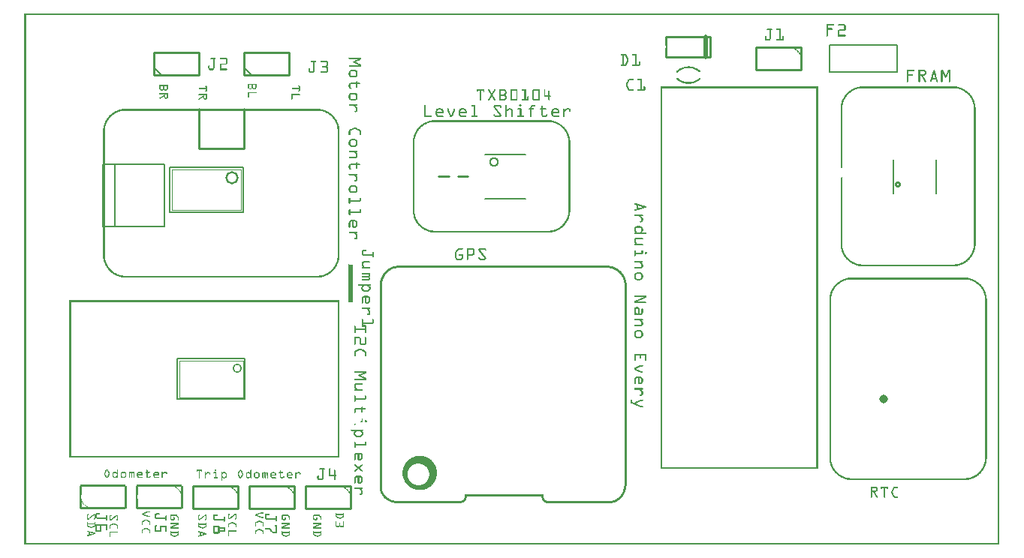
<source format=gto>
G04 MADE WITH FRITZING*
G04 WWW.FRITZING.ORG*
G04 DOUBLE SIDED*
G04 HOLES PLATED*
G04 CONTOUR ON CENTER OF CONTOUR VECTOR*
%ASAXBY*%
%FSLAX23Y23*%
%MOIN*%
%OFA0B0*%
%SFA1.0B1.0*%
%ADD10C,0.028000X0.012*%
%ADD11C,0.038360X0.0063604*%
%ADD12C,0.042000X0.03*%
%ADD13C,0.058000X0.042*%
%ADD14C,0.044000X0.028*%
%ADD15C,0.008000*%
%ADD16C,0.010000*%
%ADD17C,0.020000*%
%ADD18C,0.006000*%
%ADD19C,0.002000*%
%ADD20C,0.005000*%
%ADD21R,0.001000X0.001000*%
%LNSILK1*%
G90*
G70*
G54D10*
X3878Y1602D03*
G54D11*
X3814Y647D03*
G54D12*
X945Y785D03*
G54D13*
X923Y1632D03*
G54D14*
X2086Y1701D03*
G54D15*
X3860Y1562D02*
X3860Y1712D01*
D02*
X4049Y1712D02*
X4049Y1562D01*
G54D16*
D02*
X3045Y2167D02*
X2850Y2167D01*
D02*
X2850Y2257D02*
X3045Y2257D01*
D02*
X3045Y2257D02*
X3045Y2167D01*
G54D17*
D02*
X3025Y2257D02*
X3025Y2167D01*
G54D18*
D02*
X980Y827D02*
X679Y827D01*
D02*
X679Y647D02*
X679Y827D01*
D02*
X679Y647D02*
X980Y647D01*
D02*
X980Y827D02*
X980Y647D01*
G54D19*
D02*
X971Y818D02*
X688Y818D01*
D02*
X688Y656D02*
X688Y818D01*
D02*
X688Y656D02*
X971Y656D01*
D02*
X971Y818D02*
X971Y656D01*
G54D16*
D02*
X774Y1937D02*
X774Y1762D01*
D02*
X774Y1762D02*
X974Y1762D01*
D02*
X974Y1762D02*
X974Y1937D01*
G54D15*
D02*
X623Y1691D02*
X403Y1691D01*
D02*
X403Y1691D02*
X348Y1691D01*
D02*
X348Y1691D02*
X348Y1415D01*
D02*
X348Y1415D02*
X403Y1415D01*
D02*
X403Y1415D02*
X623Y1415D01*
D02*
X623Y1415D02*
X623Y1691D01*
D02*
X403Y1691D02*
X403Y1415D01*
D02*
X972Y1677D02*
X647Y1677D01*
D02*
X647Y1677D02*
X647Y1477D01*
D02*
X647Y1477D02*
X972Y1477D01*
D02*
X972Y1677D02*
X972Y1477D01*
G54D19*
D02*
X962Y1667D02*
X657Y1667D01*
D02*
X657Y1487D02*
X657Y1667D01*
D02*
X657Y1487D02*
X962Y1487D01*
D02*
X962Y1667D02*
X962Y1487D01*
G54D15*
D02*
X352Y1415D02*
X352Y1691D01*
D02*
X349Y1415D02*
X352Y1415D01*
D02*
X349Y1691D02*
X352Y1691D01*
G54D16*
D02*
X974Y2087D02*
X1174Y2087D01*
D02*
X1174Y2087D02*
X1174Y2187D01*
D02*
X1174Y2187D02*
X974Y2187D01*
D02*
X974Y2187D02*
X974Y2087D01*
G54D20*
D02*
X1009Y2087D02*
X974Y2122D01*
G54D16*
D02*
X574Y2087D02*
X774Y2087D01*
D02*
X774Y2087D02*
X774Y2187D01*
D02*
X774Y2187D02*
X574Y2187D01*
D02*
X574Y2187D02*
X574Y2087D01*
G54D20*
D02*
X609Y2087D02*
X574Y2122D01*
G54D16*
D02*
X3449Y2212D02*
X3249Y2212D01*
D02*
X3249Y2212D02*
X3249Y2112D01*
D02*
X3249Y2112D02*
X3449Y2112D01*
D02*
X3449Y2112D02*
X3449Y2212D01*
D02*
X1449Y262D02*
X1249Y262D01*
D02*
X1249Y262D02*
X1249Y162D01*
D02*
X1249Y162D02*
X1449Y162D01*
D02*
X1449Y162D02*
X1449Y262D01*
D02*
X949Y262D02*
X749Y262D01*
D02*
X749Y262D02*
X749Y162D01*
D02*
X749Y162D02*
X949Y162D01*
D02*
X949Y162D02*
X949Y262D01*
D02*
X1199Y262D02*
X999Y262D01*
D02*
X999Y262D02*
X999Y162D01*
D02*
X999Y162D02*
X1199Y162D01*
D02*
X1199Y162D02*
X1199Y262D01*
D02*
X1839Y1637D02*
X1885Y1637D01*
D02*
X1924Y1637D02*
X1969Y1637D01*
G54D15*
D02*
X2224Y1538D02*
X2045Y1538D01*
D02*
X2045Y1736D02*
X2224Y1736D01*
D02*
X3874Y2102D02*
X3574Y2102D01*
D02*
X3574Y2102D02*
X3574Y2222D01*
D02*
X3574Y2222D02*
X3874Y2222D01*
D02*
X3874Y2222D02*
X3874Y2102D01*
G54D21*
X1Y2362D02*
X4330Y2362D01*
X1Y2361D02*
X4330Y2361D01*
X1Y2360D02*
X4330Y2360D01*
X1Y2359D02*
X4330Y2359D01*
X1Y2358D02*
X4330Y2358D01*
X1Y2357D02*
X4330Y2357D01*
X1Y2356D02*
X4330Y2356D01*
X1Y2355D02*
X4330Y2355D01*
X1Y2354D02*
X8Y2354D01*
X4323Y2354D02*
X4330Y2354D01*
X1Y2353D02*
X8Y2353D01*
X4323Y2353D02*
X4330Y2353D01*
X1Y2352D02*
X8Y2352D01*
X4323Y2352D02*
X4330Y2352D01*
X1Y2351D02*
X8Y2351D01*
X4323Y2351D02*
X4330Y2351D01*
X1Y2350D02*
X8Y2350D01*
X4323Y2350D02*
X4330Y2350D01*
X1Y2349D02*
X8Y2349D01*
X4323Y2349D02*
X4330Y2349D01*
X1Y2348D02*
X8Y2348D01*
X4323Y2348D02*
X4330Y2348D01*
X1Y2347D02*
X8Y2347D01*
X4323Y2347D02*
X4330Y2347D01*
X1Y2346D02*
X8Y2346D01*
X4323Y2346D02*
X4330Y2346D01*
X1Y2345D02*
X8Y2345D01*
X4323Y2345D02*
X4330Y2345D01*
X1Y2344D02*
X8Y2344D01*
X4323Y2344D02*
X4330Y2344D01*
X1Y2343D02*
X8Y2343D01*
X4323Y2343D02*
X4330Y2343D01*
X1Y2342D02*
X8Y2342D01*
X4323Y2342D02*
X4330Y2342D01*
X1Y2341D02*
X8Y2341D01*
X4323Y2341D02*
X4330Y2341D01*
X1Y2340D02*
X8Y2340D01*
X4323Y2340D02*
X4330Y2340D01*
X1Y2339D02*
X8Y2339D01*
X4323Y2339D02*
X4330Y2339D01*
X1Y2338D02*
X8Y2338D01*
X4323Y2338D02*
X4330Y2338D01*
X1Y2337D02*
X8Y2337D01*
X4323Y2337D02*
X4330Y2337D01*
X1Y2336D02*
X8Y2336D01*
X4323Y2336D02*
X4330Y2336D01*
X1Y2335D02*
X8Y2335D01*
X4323Y2335D02*
X4330Y2335D01*
X1Y2334D02*
X8Y2334D01*
X4323Y2334D02*
X4330Y2334D01*
X1Y2333D02*
X8Y2333D01*
X4323Y2333D02*
X4330Y2333D01*
X1Y2332D02*
X8Y2332D01*
X4323Y2332D02*
X4330Y2332D01*
X1Y2331D02*
X8Y2331D01*
X4323Y2331D02*
X4330Y2331D01*
X1Y2330D02*
X8Y2330D01*
X4323Y2330D02*
X4330Y2330D01*
X1Y2329D02*
X8Y2329D01*
X4323Y2329D02*
X4330Y2329D01*
X1Y2328D02*
X8Y2328D01*
X4323Y2328D02*
X4330Y2328D01*
X1Y2327D02*
X8Y2327D01*
X4323Y2327D02*
X4330Y2327D01*
X1Y2326D02*
X8Y2326D01*
X4323Y2326D02*
X4330Y2326D01*
X1Y2325D02*
X8Y2325D01*
X4323Y2325D02*
X4330Y2325D01*
X1Y2324D02*
X8Y2324D01*
X4323Y2324D02*
X4330Y2324D01*
X1Y2323D02*
X8Y2323D01*
X4323Y2323D02*
X4330Y2323D01*
X1Y2322D02*
X8Y2322D01*
X4323Y2322D02*
X4330Y2322D01*
X1Y2321D02*
X8Y2321D01*
X4323Y2321D02*
X4330Y2321D01*
X1Y2320D02*
X8Y2320D01*
X4323Y2320D02*
X4330Y2320D01*
X1Y2319D02*
X8Y2319D01*
X4323Y2319D02*
X4330Y2319D01*
X1Y2318D02*
X8Y2318D01*
X4323Y2318D02*
X4330Y2318D01*
X1Y2317D02*
X8Y2317D01*
X4323Y2317D02*
X4330Y2317D01*
X1Y2316D02*
X8Y2316D01*
X4323Y2316D02*
X4330Y2316D01*
X1Y2315D02*
X8Y2315D01*
X4323Y2315D02*
X4330Y2315D01*
X1Y2314D02*
X8Y2314D01*
X4323Y2314D02*
X4330Y2314D01*
X1Y2313D02*
X8Y2313D01*
X3562Y2313D02*
X3594Y2313D01*
X3615Y2313D02*
X3643Y2313D01*
X4323Y2313D02*
X4330Y2313D01*
X1Y2312D02*
X8Y2312D01*
X3562Y2312D02*
X3595Y2312D01*
X3614Y2312D02*
X3644Y2312D01*
X4323Y2312D02*
X4330Y2312D01*
X1Y2311D02*
X8Y2311D01*
X3562Y2311D02*
X3595Y2311D01*
X3614Y2311D02*
X3645Y2311D01*
X4323Y2311D02*
X4330Y2311D01*
X1Y2310D02*
X8Y2310D01*
X3562Y2310D02*
X3596Y2310D01*
X3614Y2310D02*
X3646Y2310D01*
X4323Y2310D02*
X4330Y2310D01*
X1Y2309D02*
X8Y2309D01*
X3562Y2309D02*
X3595Y2309D01*
X3614Y2309D02*
X3647Y2309D01*
X4323Y2309D02*
X4330Y2309D01*
X1Y2308D02*
X8Y2308D01*
X3562Y2308D02*
X3595Y2308D01*
X3614Y2308D02*
X3647Y2308D01*
X4323Y2308D02*
X4330Y2308D01*
X1Y2307D02*
X8Y2307D01*
X3562Y2307D02*
X3593Y2307D01*
X3616Y2307D02*
X3647Y2307D01*
X4323Y2307D02*
X4330Y2307D01*
X1Y2306D02*
X8Y2306D01*
X3562Y2306D02*
X3568Y2306D01*
X3641Y2306D02*
X3647Y2306D01*
X4323Y2306D02*
X4330Y2306D01*
X1Y2305D02*
X8Y2305D01*
X3562Y2305D02*
X3568Y2305D01*
X3641Y2305D02*
X3647Y2305D01*
X4323Y2305D02*
X4330Y2305D01*
X1Y2304D02*
X8Y2304D01*
X3562Y2304D02*
X3568Y2304D01*
X3641Y2304D02*
X3647Y2304D01*
X4323Y2304D02*
X4330Y2304D01*
X1Y2303D02*
X8Y2303D01*
X3562Y2303D02*
X3568Y2303D01*
X3641Y2303D02*
X3647Y2303D01*
X4323Y2303D02*
X4330Y2303D01*
X1Y2302D02*
X8Y2302D01*
X3562Y2302D02*
X3568Y2302D01*
X3641Y2302D02*
X3647Y2302D01*
X4323Y2302D02*
X4330Y2302D01*
X1Y2301D02*
X8Y2301D01*
X3562Y2301D02*
X3568Y2301D01*
X3641Y2301D02*
X3647Y2301D01*
X4323Y2301D02*
X4330Y2301D01*
X1Y2300D02*
X8Y2300D01*
X3562Y2300D02*
X3568Y2300D01*
X3641Y2300D02*
X3647Y2300D01*
X4323Y2300D02*
X4330Y2300D01*
X1Y2299D02*
X8Y2299D01*
X3562Y2299D02*
X3568Y2299D01*
X3641Y2299D02*
X3647Y2299D01*
X4323Y2299D02*
X4330Y2299D01*
X1Y2298D02*
X8Y2298D01*
X3562Y2298D02*
X3568Y2298D01*
X3641Y2298D02*
X3647Y2298D01*
X4323Y2298D02*
X4330Y2298D01*
X1Y2297D02*
X8Y2297D01*
X3562Y2297D02*
X3568Y2297D01*
X3641Y2297D02*
X3647Y2297D01*
X4323Y2297D02*
X4330Y2297D01*
X1Y2296D02*
X8Y2296D01*
X3562Y2296D02*
X3586Y2296D01*
X3641Y2296D02*
X3647Y2296D01*
X4323Y2296D02*
X4330Y2296D01*
X1Y2295D02*
X8Y2295D01*
X3562Y2295D02*
X3588Y2295D01*
X3641Y2295D02*
X3647Y2295D01*
X4323Y2295D02*
X4330Y2295D01*
X1Y2294D02*
X8Y2294D01*
X3300Y2294D02*
X3319Y2294D01*
X3341Y2294D02*
X3358Y2294D01*
X3562Y2294D02*
X3588Y2294D01*
X3641Y2294D02*
X3647Y2294D01*
X4323Y2294D02*
X4330Y2294D01*
X1Y2293D02*
X8Y2293D01*
X3298Y2293D02*
X3320Y2293D01*
X3340Y2293D02*
X3359Y2293D01*
X3562Y2293D02*
X3589Y2293D01*
X3641Y2293D02*
X3647Y2293D01*
X4323Y2293D02*
X4330Y2293D01*
X1Y2292D02*
X8Y2292D01*
X3297Y2292D02*
X3321Y2292D01*
X3339Y2292D02*
X3359Y2292D01*
X3562Y2292D02*
X3589Y2292D01*
X3641Y2292D02*
X3647Y2292D01*
X4323Y2292D02*
X4330Y2292D01*
X1Y2291D02*
X8Y2291D01*
X3297Y2291D02*
X3321Y2291D01*
X3339Y2291D02*
X3359Y2291D01*
X3562Y2291D02*
X3588Y2291D01*
X3641Y2291D02*
X3647Y2291D01*
X4323Y2291D02*
X4330Y2291D01*
X1Y2290D02*
X8Y2290D01*
X3297Y2290D02*
X3321Y2290D01*
X3339Y2290D02*
X3359Y2290D01*
X3562Y2290D02*
X3588Y2290D01*
X3619Y2290D02*
X3647Y2290D01*
X4323Y2290D02*
X4330Y2290D01*
X1Y2289D02*
X8Y2289D01*
X3298Y2289D02*
X3320Y2289D01*
X3339Y2289D02*
X3359Y2289D01*
X3562Y2289D02*
X3569Y2289D01*
X3617Y2289D02*
X3647Y2289D01*
X4323Y2289D02*
X4330Y2289D01*
X1Y2288D02*
X8Y2288D01*
X3299Y2288D02*
X3320Y2288D01*
X3340Y2288D02*
X3359Y2288D01*
X3562Y2288D02*
X3568Y2288D01*
X3616Y2288D02*
X3647Y2288D01*
X4323Y2288D02*
X4330Y2288D01*
X1Y2287D02*
X8Y2287D01*
X3308Y2287D02*
X3314Y2287D01*
X3352Y2287D02*
X3359Y2287D01*
X3562Y2287D02*
X3568Y2287D01*
X3615Y2287D02*
X3646Y2287D01*
X4323Y2287D02*
X4330Y2287D01*
X1Y2286D02*
X8Y2286D01*
X3308Y2286D02*
X3314Y2286D01*
X3353Y2286D02*
X3359Y2286D01*
X3562Y2286D02*
X3568Y2286D01*
X3614Y2286D02*
X3645Y2286D01*
X4323Y2286D02*
X4330Y2286D01*
X1Y2285D02*
X8Y2285D01*
X3308Y2285D02*
X3314Y2285D01*
X3353Y2285D02*
X3359Y2285D01*
X3562Y2285D02*
X3568Y2285D01*
X3614Y2285D02*
X3644Y2285D01*
X4323Y2285D02*
X4330Y2285D01*
X1Y2284D02*
X8Y2284D01*
X3308Y2284D02*
X3314Y2284D01*
X3353Y2284D02*
X3359Y2284D01*
X3562Y2284D02*
X3568Y2284D01*
X3614Y2284D02*
X3643Y2284D01*
X4323Y2284D02*
X4330Y2284D01*
X1Y2283D02*
X8Y2283D01*
X3308Y2283D02*
X3314Y2283D01*
X3353Y2283D02*
X3359Y2283D01*
X3562Y2283D02*
X3568Y2283D01*
X3613Y2283D02*
X3620Y2283D01*
X4323Y2283D02*
X4330Y2283D01*
X1Y2282D02*
X8Y2282D01*
X3308Y2282D02*
X3314Y2282D01*
X3353Y2282D02*
X3359Y2282D01*
X3562Y2282D02*
X3568Y2282D01*
X3613Y2282D02*
X3619Y2282D01*
X4323Y2282D02*
X4330Y2282D01*
X1Y2281D02*
X8Y2281D01*
X3308Y2281D02*
X3314Y2281D01*
X3353Y2281D02*
X3359Y2281D01*
X3562Y2281D02*
X3568Y2281D01*
X3613Y2281D02*
X3619Y2281D01*
X4323Y2281D02*
X4330Y2281D01*
X1Y2280D02*
X8Y2280D01*
X3308Y2280D02*
X3314Y2280D01*
X3353Y2280D02*
X3359Y2280D01*
X3562Y2280D02*
X3568Y2280D01*
X3613Y2280D02*
X3619Y2280D01*
X4323Y2280D02*
X4330Y2280D01*
X1Y2279D02*
X8Y2279D01*
X3308Y2279D02*
X3314Y2279D01*
X3353Y2279D02*
X3359Y2279D01*
X3562Y2279D02*
X3568Y2279D01*
X3613Y2279D02*
X3619Y2279D01*
X4323Y2279D02*
X4330Y2279D01*
X1Y2278D02*
X8Y2278D01*
X3308Y2278D02*
X3314Y2278D01*
X3353Y2278D02*
X3359Y2278D01*
X3562Y2278D02*
X3568Y2278D01*
X3613Y2278D02*
X3619Y2278D01*
X4323Y2278D02*
X4330Y2278D01*
X1Y2277D02*
X8Y2277D01*
X3308Y2277D02*
X3314Y2277D01*
X3353Y2277D02*
X3359Y2277D01*
X3562Y2277D02*
X3568Y2277D01*
X3613Y2277D02*
X3619Y2277D01*
X4323Y2277D02*
X4330Y2277D01*
X1Y2276D02*
X8Y2276D01*
X3308Y2276D02*
X3314Y2276D01*
X3353Y2276D02*
X3359Y2276D01*
X3562Y2276D02*
X3568Y2276D01*
X3613Y2276D02*
X3619Y2276D01*
X4323Y2276D02*
X4330Y2276D01*
X1Y2275D02*
X8Y2275D01*
X3308Y2275D02*
X3314Y2275D01*
X3353Y2275D02*
X3359Y2275D01*
X3562Y2275D02*
X3568Y2275D01*
X3613Y2275D02*
X3619Y2275D01*
X4323Y2275D02*
X4330Y2275D01*
X1Y2274D02*
X8Y2274D01*
X3308Y2274D02*
X3314Y2274D01*
X3353Y2274D02*
X3359Y2274D01*
X3562Y2274D02*
X3568Y2274D01*
X3613Y2274D02*
X3619Y2274D01*
X4323Y2274D02*
X4330Y2274D01*
X1Y2273D02*
X8Y2273D01*
X3308Y2273D02*
X3314Y2273D01*
X3353Y2273D02*
X3359Y2273D01*
X3562Y2273D02*
X3568Y2273D01*
X3613Y2273D02*
X3619Y2273D01*
X4323Y2273D02*
X4330Y2273D01*
X1Y2272D02*
X8Y2272D01*
X3308Y2272D02*
X3314Y2272D01*
X3353Y2272D02*
X3359Y2272D01*
X3562Y2272D02*
X3568Y2272D01*
X3613Y2272D02*
X3619Y2272D01*
X4323Y2272D02*
X4330Y2272D01*
X1Y2271D02*
X8Y2271D01*
X3308Y2271D02*
X3314Y2271D01*
X3353Y2271D02*
X3359Y2271D01*
X3562Y2271D02*
X3568Y2271D01*
X3613Y2271D02*
X3619Y2271D01*
X4323Y2271D02*
X4330Y2271D01*
X1Y2270D02*
X8Y2270D01*
X3308Y2270D02*
X3314Y2270D01*
X3353Y2270D02*
X3359Y2270D01*
X3562Y2270D02*
X3568Y2270D01*
X3613Y2270D02*
X3619Y2270D01*
X4323Y2270D02*
X4330Y2270D01*
X1Y2269D02*
X8Y2269D01*
X3308Y2269D02*
X3314Y2269D01*
X3353Y2269D02*
X3359Y2269D01*
X3562Y2269D02*
X3568Y2269D01*
X3613Y2269D02*
X3619Y2269D01*
X4323Y2269D02*
X4330Y2269D01*
X1Y2268D02*
X8Y2268D01*
X3308Y2268D02*
X3314Y2268D01*
X3353Y2268D02*
X3359Y2268D01*
X3562Y2268D02*
X3568Y2268D01*
X3613Y2268D02*
X3619Y2268D01*
X4323Y2268D02*
X4330Y2268D01*
X1Y2267D02*
X8Y2267D01*
X3308Y2267D02*
X3314Y2267D01*
X3353Y2267D02*
X3359Y2267D01*
X3562Y2267D02*
X3568Y2267D01*
X3613Y2267D02*
X3620Y2267D01*
X4323Y2267D02*
X4330Y2267D01*
X1Y2266D02*
X8Y2266D01*
X3308Y2266D02*
X3314Y2266D01*
X3353Y2266D02*
X3359Y2266D01*
X3562Y2266D02*
X3568Y2266D01*
X3613Y2266D02*
X3645Y2266D01*
X4323Y2266D02*
X4330Y2266D01*
X1Y2265D02*
X8Y2265D01*
X3308Y2265D02*
X3314Y2265D01*
X3353Y2265D02*
X3359Y2265D01*
X3562Y2265D02*
X3568Y2265D01*
X3613Y2265D02*
X3646Y2265D01*
X4323Y2265D02*
X4330Y2265D01*
X1Y2264D02*
X8Y2264D01*
X3308Y2264D02*
X3314Y2264D01*
X3353Y2264D02*
X3359Y2264D01*
X3562Y2264D02*
X3568Y2264D01*
X3613Y2264D02*
X3647Y2264D01*
X4323Y2264D02*
X4330Y2264D01*
X1Y2263D02*
X8Y2263D01*
X3308Y2263D02*
X3314Y2263D01*
X3353Y2263D02*
X3359Y2263D01*
X3562Y2263D02*
X3568Y2263D01*
X3613Y2263D02*
X3647Y2263D01*
X4323Y2263D02*
X4330Y2263D01*
X1Y2262D02*
X8Y2262D01*
X3308Y2262D02*
X3314Y2262D01*
X3353Y2262D02*
X3359Y2262D01*
X3562Y2262D02*
X3568Y2262D01*
X3613Y2262D02*
X3647Y2262D01*
X4323Y2262D02*
X4330Y2262D01*
X1Y2261D02*
X8Y2261D01*
X3289Y2261D02*
X3293Y2261D01*
X3308Y2261D02*
X3314Y2261D01*
X3353Y2261D02*
X3359Y2261D01*
X3369Y2261D02*
X3369Y2261D01*
X3563Y2261D02*
X3567Y2261D01*
X3613Y2261D02*
X3646Y2261D01*
X4323Y2261D02*
X4330Y2261D01*
X1Y2260D02*
X8Y2260D01*
X3288Y2260D02*
X3294Y2260D01*
X3308Y2260D02*
X3314Y2260D01*
X3353Y2260D02*
X3359Y2260D01*
X3367Y2260D02*
X3371Y2260D01*
X3564Y2260D02*
X3566Y2260D01*
X3614Y2260D02*
X3645Y2260D01*
X4323Y2260D02*
X4330Y2260D01*
X1Y2259D02*
X8Y2259D01*
X3288Y2259D02*
X3294Y2259D01*
X3308Y2259D02*
X3314Y2259D01*
X3353Y2259D02*
X3359Y2259D01*
X3367Y2259D02*
X3372Y2259D01*
X4323Y2259D02*
X4330Y2259D01*
X1Y2258D02*
X8Y2258D01*
X3288Y2258D02*
X3294Y2258D01*
X3308Y2258D02*
X3314Y2258D01*
X3353Y2258D02*
X3359Y2258D01*
X3366Y2258D02*
X3372Y2258D01*
X4323Y2258D02*
X4330Y2258D01*
X1Y2257D02*
X8Y2257D01*
X2846Y2257D02*
X2855Y2257D01*
X3288Y2257D02*
X3294Y2257D01*
X3308Y2257D02*
X3314Y2257D01*
X3353Y2257D02*
X3359Y2257D01*
X3366Y2257D02*
X3372Y2257D01*
X4323Y2257D02*
X4330Y2257D01*
X1Y2256D02*
X8Y2256D01*
X2846Y2256D02*
X2855Y2256D01*
X3288Y2256D02*
X3294Y2256D01*
X3308Y2256D02*
X3314Y2256D01*
X3353Y2256D02*
X3359Y2256D01*
X3366Y2256D02*
X3372Y2256D01*
X4323Y2256D02*
X4330Y2256D01*
X1Y2255D02*
X8Y2255D01*
X2846Y2255D02*
X2855Y2255D01*
X3288Y2255D02*
X3294Y2255D01*
X3308Y2255D02*
X3314Y2255D01*
X3353Y2255D02*
X3359Y2255D01*
X3366Y2255D02*
X3372Y2255D01*
X4323Y2255D02*
X4330Y2255D01*
X1Y2254D02*
X8Y2254D01*
X2846Y2254D02*
X2855Y2254D01*
X3288Y2254D02*
X3294Y2254D01*
X3308Y2254D02*
X3314Y2254D01*
X3353Y2254D02*
X3359Y2254D01*
X3366Y2254D02*
X3372Y2254D01*
X4323Y2254D02*
X4330Y2254D01*
X1Y2253D02*
X8Y2253D01*
X2846Y2253D02*
X2855Y2253D01*
X3288Y2253D02*
X3294Y2253D01*
X3308Y2253D02*
X3314Y2253D01*
X3353Y2253D02*
X3359Y2253D01*
X3366Y2253D02*
X3372Y2253D01*
X4323Y2253D02*
X4330Y2253D01*
X1Y2252D02*
X8Y2252D01*
X2846Y2252D02*
X2855Y2252D01*
X3288Y2252D02*
X3294Y2252D01*
X3308Y2252D02*
X3314Y2252D01*
X3353Y2252D02*
X3359Y2252D01*
X3366Y2252D02*
X3372Y2252D01*
X4323Y2252D02*
X4330Y2252D01*
X1Y2251D02*
X8Y2251D01*
X2846Y2251D02*
X2855Y2251D01*
X3288Y2251D02*
X3294Y2251D01*
X3308Y2251D02*
X3314Y2251D01*
X3353Y2251D02*
X3359Y2251D01*
X3366Y2251D02*
X3372Y2251D01*
X4323Y2251D02*
X4330Y2251D01*
X1Y2250D02*
X8Y2250D01*
X2846Y2250D02*
X2855Y2250D01*
X3288Y2250D02*
X3294Y2250D01*
X3308Y2250D02*
X3314Y2250D01*
X3353Y2250D02*
X3359Y2250D01*
X3366Y2250D02*
X3372Y2250D01*
X4323Y2250D02*
X4330Y2250D01*
X1Y2249D02*
X8Y2249D01*
X2846Y2249D02*
X2855Y2249D01*
X3288Y2249D02*
X3294Y2249D01*
X3308Y2249D02*
X3314Y2249D01*
X3353Y2249D02*
X3359Y2249D01*
X3366Y2249D02*
X3372Y2249D01*
X4323Y2249D02*
X4330Y2249D01*
X1Y2248D02*
X8Y2248D01*
X2846Y2248D02*
X2855Y2248D01*
X3288Y2248D02*
X3295Y2248D01*
X3307Y2248D02*
X3314Y2248D01*
X3353Y2248D02*
X3359Y2248D01*
X3366Y2248D02*
X3372Y2248D01*
X4323Y2248D02*
X4330Y2248D01*
X1Y2247D02*
X8Y2247D01*
X2846Y2247D02*
X2855Y2247D01*
X3288Y2247D02*
X3314Y2247D01*
X3342Y2247D02*
X3372Y2247D01*
X4323Y2247D02*
X4330Y2247D01*
X1Y2246D02*
X8Y2246D01*
X2846Y2246D02*
X2855Y2246D01*
X3288Y2246D02*
X3313Y2246D01*
X3340Y2246D02*
X3372Y2246D01*
X4323Y2246D02*
X4330Y2246D01*
X1Y2245D02*
X8Y2245D01*
X2846Y2245D02*
X2855Y2245D01*
X3289Y2245D02*
X3313Y2245D01*
X3339Y2245D02*
X3372Y2245D01*
X4323Y2245D02*
X4330Y2245D01*
X1Y2244D02*
X8Y2244D01*
X2846Y2244D02*
X2855Y2244D01*
X3289Y2244D02*
X3312Y2244D01*
X3339Y2244D02*
X3372Y2244D01*
X4323Y2244D02*
X4330Y2244D01*
X1Y2243D02*
X8Y2243D01*
X2846Y2243D02*
X2855Y2243D01*
X3290Y2243D02*
X3311Y2243D01*
X3339Y2243D02*
X3372Y2243D01*
X4323Y2243D02*
X4330Y2243D01*
X1Y2242D02*
X8Y2242D01*
X2846Y2242D02*
X2855Y2242D01*
X3291Y2242D02*
X3310Y2242D01*
X3339Y2242D02*
X3372Y2242D01*
X4323Y2242D02*
X4330Y2242D01*
X1Y2241D02*
X8Y2241D01*
X2846Y2241D02*
X2855Y2241D01*
X3293Y2241D02*
X3308Y2241D01*
X3340Y2241D02*
X3371Y2241D01*
X4323Y2241D02*
X4330Y2241D01*
X1Y2240D02*
X8Y2240D01*
X2846Y2240D02*
X2855Y2240D01*
X4323Y2240D02*
X4330Y2240D01*
X1Y2239D02*
X8Y2239D01*
X2846Y2239D02*
X2855Y2239D01*
X4323Y2239D02*
X4330Y2239D01*
X1Y2238D02*
X8Y2238D01*
X2846Y2238D02*
X2855Y2238D01*
X4323Y2238D02*
X4330Y2238D01*
X1Y2237D02*
X8Y2237D01*
X2846Y2237D02*
X2855Y2237D01*
X4323Y2237D02*
X4330Y2237D01*
X1Y2236D02*
X8Y2236D01*
X2846Y2236D02*
X2855Y2236D01*
X4323Y2236D02*
X4330Y2236D01*
X1Y2235D02*
X8Y2235D01*
X2846Y2235D02*
X2855Y2235D01*
X4323Y2235D02*
X4330Y2235D01*
X1Y2234D02*
X8Y2234D01*
X2846Y2234D02*
X2855Y2234D01*
X4323Y2234D02*
X4330Y2234D01*
X1Y2233D02*
X8Y2233D01*
X2846Y2233D02*
X2855Y2233D01*
X4323Y2233D02*
X4330Y2233D01*
X1Y2232D02*
X8Y2232D01*
X2846Y2232D02*
X2855Y2232D01*
X4323Y2232D02*
X4330Y2232D01*
X1Y2231D02*
X8Y2231D01*
X2846Y2231D02*
X2855Y2231D01*
X4323Y2231D02*
X4330Y2231D01*
X1Y2230D02*
X8Y2230D01*
X2846Y2230D02*
X2855Y2230D01*
X4323Y2230D02*
X4330Y2230D01*
X1Y2229D02*
X8Y2229D01*
X2846Y2229D02*
X2855Y2229D01*
X4323Y2229D02*
X4330Y2229D01*
X1Y2228D02*
X8Y2228D01*
X2846Y2228D02*
X2855Y2228D01*
X4323Y2228D02*
X4330Y2228D01*
X1Y2227D02*
X8Y2227D01*
X2846Y2227D02*
X2855Y2227D01*
X4323Y2227D02*
X4330Y2227D01*
X1Y2226D02*
X8Y2226D01*
X2846Y2226D02*
X2855Y2226D01*
X4323Y2226D02*
X4330Y2226D01*
X1Y2225D02*
X8Y2225D01*
X2846Y2225D02*
X2855Y2225D01*
X4323Y2225D02*
X4330Y2225D01*
X1Y2224D02*
X8Y2224D01*
X2846Y2224D02*
X2855Y2224D01*
X4323Y2224D02*
X4330Y2224D01*
X1Y2223D02*
X8Y2223D01*
X2847Y2223D02*
X2855Y2223D01*
X4323Y2223D02*
X4330Y2223D01*
X1Y2222D02*
X8Y2222D01*
X2847Y2222D02*
X2855Y2222D01*
X4323Y2222D02*
X4330Y2222D01*
X1Y2221D02*
X8Y2221D01*
X2847Y2221D02*
X2855Y2221D01*
X4323Y2221D02*
X4330Y2221D01*
X1Y2220D02*
X8Y2220D01*
X2847Y2220D02*
X2855Y2220D01*
X4323Y2220D02*
X4330Y2220D01*
X1Y2219D02*
X8Y2219D01*
X2847Y2219D02*
X2855Y2219D01*
X4323Y2219D02*
X4330Y2219D01*
X1Y2218D02*
X8Y2218D01*
X2848Y2218D02*
X2855Y2218D01*
X4323Y2218D02*
X4330Y2218D01*
X1Y2217D02*
X8Y2217D01*
X2848Y2217D02*
X2855Y2217D01*
X3046Y2217D02*
X3053Y2217D01*
X4323Y2217D02*
X4330Y2217D01*
X1Y2216D02*
X8Y2216D01*
X2848Y2216D02*
X2855Y2216D01*
X3046Y2216D02*
X3053Y2216D01*
X4323Y2216D02*
X4330Y2216D01*
X1Y2215D02*
X8Y2215D01*
X2848Y2215D02*
X2855Y2215D01*
X3046Y2215D02*
X3053Y2215D01*
X4323Y2215D02*
X4330Y2215D01*
X1Y2214D02*
X8Y2214D01*
X2848Y2214D02*
X2855Y2214D01*
X3046Y2214D02*
X3053Y2214D01*
X4323Y2214D02*
X4330Y2214D01*
X1Y2213D02*
X8Y2213D01*
X2848Y2213D02*
X2855Y2213D01*
X3046Y2213D02*
X3053Y2213D01*
X3415Y2213D02*
X3417Y2213D01*
X4323Y2213D02*
X4330Y2213D01*
X1Y2212D02*
X8Y2212D01*
X2848Y2212D02*
X2855Y2212D01*
X3046Y2212D02*
X3053Y2212D01*
X3414Y2212D02*
X3418Y2212D01*
X4323Y2212D02*
X4330Y2212D01*
X1Y2211D02*
X8Y2211D01*
X2848Y2211D02*
X2855Y2211D01*
X3046Y2211D02*
X3053Y2211D01*
X3413Y2211D02*
X3419Y2211D01*
X4323Y2211D02*
X4330Y2211D01*
X1Y2210D02*
X8Y2210D01*
X2848Y2210D02*
X2855Y2210D01*
X3046Y2210D02*
X3053Y2210D01*
X3414Y2210D02*
X3420Y2210D01*
X4323Y2210D02*
X4330Y2210D01*
X1Y2209D02*
X8Y2209D01*
X2848Y2209D02*
X2855Y2209D01*
X3046Y2209D02*
X3053Y2209D01*
X3415Y2209D02*
X3421Y2209D01*
X4323Y2209D02*
X4330Y2209D01*
X1Y2208D02*
X8Y2208D01*
X2848Y2208D02*
X2855Y2208D01*
X3046Y2208D02*
X3053Y2208D01*
X3416Y2208D02*
X3422Y2208D01*
X4323Y2208D02*
X4330Y2208D01*
X1Y2207D02*
X8Y2207D01*
X2848Y2207D02*
X2855Y2207D01*
X3417Y2207D02*
X3423Y2207D01*
X4323Y2207D02*
X4330Y2207D01*
X1Y2206D02*
X8Y2206D01*
X2847Y2206D02*
X2855Y2206D01*
X3418Y2206D02*
X3424Y2206D01*
X4323Y2206D02*
X4330Y2206D01*
X1Y2205D02*
X8Y2205D01*
X2847Y2205D02*
X2855Y2205D01*
X3419Y2205D02*
X3425Y2205D01*
X4323Y2205D02*
X4330Y2205D01*
X1Y2204D02*
X8Y2204D01*
X2847Y2204D02*
X2855Y2204D01*
X3420Y2204D02*
X3426Y2204D01*
X4323Y2204D02*
X4330Y2204D01*
X1Y2203D02*
X8Y2203D01*
X2847Y2203D02*
X2855Y2203D01*
X3421Y2203D02*
X3427Y2203D01*
X4323Y2203D02*
X4330Y2203D01*
X1Y2202D02*
X8Y2202D01*
X2847Y2202D02*
X2855Y2202D01*
X3422Y2202D02*
X3428Y2202D01*
X4323Y2202D02*
X4330Y2202D01*
X1Y2201D02*
X8Y2201D01*
X2846Y2201D02*
X2855Y2201D01*
X3423Y2201D02*
X3429Y2201D01*
X4323Y2201D02*
X4330Y2201D01*
X1Y2200D02*
X8Y2200D01*
X2846Y2200D02*
X2855Y2200D01*
X3424Y2200D02*
X3430Y2200D01*
X4323Y2200D02*
X4330Y2200D01*
X1Y2199D02*
X8Y2199D01*
X2846Y2199D02*
X2855Y2199D01*
X3425Y2199D02*
X3431Y2199D01*
X4323Y2199D02*
X4330Y2199D01*
X1Y2198D02*
X8Y2198D01*
X2846Y2198D02*
X2855Y2198D01*
X3426Y2198D02*
X3432Y2198D01*
X4323Y2198D02*
X4330Y2198D01*
X1Y2197D02*
X8Y2197D01*
X2846Y2197D02*
X2855Y2197D01*
X3427Y2197D02*
X3433Y2197D01*
X4323Y2197D02*
X4330Y2197D01*
X1Y2196D02*
X8Y2196D01*
X2846Y2196D02*
X2855Y2196D01*
X3428Y2196D02*
X3434Y2196D01*
X4323Y2196D02*
X4330Y2196D01*
X1Y2195D02*
X8Y2195D01*
X2846Y2195D02*
X2855Y2195D01*
X3429Y2195D02*
X3435Y2195D01*
X4323Y2195D02*
X4330Y2195D01*
X1Y2194D02*
X8Y2194D01*
X2846Y2194D02*
X2855Y2194D01*
X3431Y2194D02*
X3436Y2194D01*
X4323Y2194D02*
X4330Y2194D01*
X1Y2193D02*
X8Y2193D01*
X2846Y2193D02*
X2855Y2193D01*
X3432Y2193D02*
X3437Y2193D01*
X4323Y2193D02*
X4330Y2193D01*
X1Y2192D02*
X8Y2192D01*
X2846Y2192D02*
X2855Y2192D01*
X3432Y2192D02*
X3438Y2192D01*
X4323Y2192D02*
X4330Y2192D01*
X1Y2191D02*
X8Y2191D01*
X2846Y2191D02*
X2855Y2191D01*
X3433Y2191D02*
X3439Y2191D01*
X4323Y2191D02*
X4330Y2191D01*
X1Y2190D02*
X8Y2190D01*
X2846Y2190D02*
X2855Y2190D01*
X3434Y2190D02*
X3440Y2190D01*
X4323Y2190D02*
X4330Y2190D01*
X1Y2189D02*
X8Y2189D01*
X2846Y2189D02*
X2855Y2189D01*
X3435Y2189D02*
X3441Y2189D01*
X4323Y2189D02*
X4330Y2189D01*
X1Y2188D02*
X8Y2188D01*
X2846Y2188D02*
X2855Y2188D01*
X3436Y2188D02*
X3442Y2188D01*
X4323Y2188D02*
X4330Y2188D01*
X1Y2187D02*
X8Y2187D01*
X2846Y2187D02*
X2855Y2187D01*
X3437Y2187D02*
X3443Y2187D01*
X4323Y2187D02*
X4330Y2187D01*
X1Y2186D02*
X8Y2186D01*
X2846Y2186D02*
X2855Y2186D01*
X3438Y2186D02*
X3444Y2186D01*
X4323Y2186D02*
X4330Y2186D01*
X1Y2185D02*
X8Y2185D01*
X2846Y2185D02*
X2855Y2185D01*
X3439Y2185D02*
X3445Y2185D01*
X4323Y2185D02*
X4330Y2185D01*
X1Y2184D02*
X8Y2184D01*
X2846Y2184D02*
X2855Y2184D01*
X3440Y2184D02*
X3446Y2184D01*
X4323Y2184D02*
X4330Y2184D01*
X1Y2183D02*
X8Y2183D01*
X2846Y2183D02*
X2855Y2183D01*
X3441Y2183D02*
X3447Y2183D01*
X4323Y2183D02*
X4330Y2183D01*
X1Y2182D02*
X8Y2182D01*
X2651Y2182D02*
X2666Y2182D01*
X2703Y2182D02*
X2719Y2182D01*
X2846Y2182D02*
X2855Y2182D01*
X3442Y2182D02*
X3448Y2182D01*
X4323Y2182D02*
X4330Y2182D01*
X1Y2181D02*
X8Y2181D01*
X2649Y2181D02*
X2670Y2181D01*
X2701Y2181D02*
X2720Y2181D01*
X2846Y2181D02*
X2855Y2181D01*
X3443Y2181D02*
X3449Y2181D01*
X4323Y2181D02*
X4330Y2181D01*
X1Y2180D02*
X8Y2180D01*
X2648Y2180D02*
X2671Y2180D01*
X2700Y2180D02*
X2720Y2180D01*
X2846Y2180D02*
X2855Y2180D01*
X3444Y2180D02*
X3450Y2180D01*
X4323Y2180D02*
X4330Y2180D01*
X1Y2179D02*
X8Y2179D01*
X2648Y2179D02*
X2673Y2179D01*
X2700Y2179D02*
X2720Y2179D01*
X2846Y2179D02*
X2855Y2179D01*
X3445Y2179D02*
X3450Y2179D01*
X4323Y2179D02*
X4330Y2179D01*
X1Y2178D02*
X8Y2178D01*
X2648Y2178D02*
X2673Y2178D01*
X2700Y2178D02*
X2720Y2178D01*
X2846Y2178D02*
X2855Y2178D01*
X3446Y2178D02*
X3449Y2178D01*
X4323Y2178D02*
X4330Y2178D01*
X1Y2177D02*
X8Y2177D01*
X2648Y2177D02*
X2674Y2177D01*
X2701Y2177D02*
X2720Y2177D01*
X2846Y2177D02*
X2855Y2177D01*
X3447Y2177D02*
X3448Y2177D01*
X4323Y2177D02*
X4330Y2177D01*
X1Y2176D02*
X8Y2176D01*
X2649Y2176D02*
X2675Y2176D01*
X2701Y2176D02*
X2720Y2176D01*
X2846Y2176D02*
X2855Y2176D01*
X4323Y2176D02*
X4330Y2176D01*
X1Y2175D02*
X8Y2175D01*
X2654Y2175D02*
X2661Y2175D01*
X2667Y2175D02*
X2675Y2175D01*
X2714Y2175D02*
X2720Y2175D01*
X2846Y2175D02*
X2855Y2175D01*
X4323Y2175D02*
X4330Y2175D01*
X1Y2174D02*
X8Y2174D01*
X2655Y2174D02*
X2661Y2174D01*
X2669Y2174D02*
X2676Y2174D01*
X2714Y2174D02*
X2720Y2174D01*
X2846Y2174D02*
X2855Y2174D01*
X4323Y2174D02*
X4330Y2174D01*
X1Y2173D02*
X8Y2173D01*
X2655Y2173D02*
X2661Y2173D01*
X2669Y2173D02*
X2676Y2173D01*
X2714Y2173D02*
X2720Y2173D01*
X2846Y2173D02*
X2855Y2173D01*
X4323Y2173D02*
X4330Y2173D01*
X1Y2172D02*
X8Y2172D01*
X2655Y2172D02*
X2661Y2172D01*
X2670Y2172D02*
X2677Y2172D01*
X2714Y2172D02*
X2720Y2172D01*
X2846Y2172D02*
X2855Y2172D01*
X4323Y2172D02*
X4330Y2172D01*
X1Y2171D02*
X8Y2171D01*
X2655Y2171D02*
X2661Y2171D01*
X2670Y2171D02*
X2677Y2171D01*
X2714Y2171D02*
X2720Y2171D01*
X2846Y2171D02*
X2855Y2171D01*
X4323Y2171D02*
X4330Y2171D01*
X1Y2170D02*
X8Y2170D01*
X2655Y2170D02*
X2661Y2170D01*
X2671Y2170D02*
X2678Y2170D01*
X2714Y2170D02*
X2720Y2170D01*
X2846Y2170D02*
X2855Y2170D01*
X4323Y2170D02*
X4330Y2170D01*
X1Y2169D02*
X8Y2169D01*
X2655Y2169D02*
X2661Y2169D01*
X2671Y2169D02*
X2678Y2169D01*
X2714Y2169D02*
X2720Y2169D01*
X2846Y2169D02*
X2855Y2169D01*
X4323Y2169D02*
X4330Y2169D01*
X1Y2168D02*
X8Y2168D01*
X2655Y2168D02*
X2661Y2168D01*
X2672Y2168D02*
X2679Y2168D01*
X2714Y2168D02*
X2720Y2168D01*
X2846Y2168D02*
X2855Y2168D01*
X4323Y2168D02*
X4330Y2168D01*
X1Y2167D02*
X8Y2167D01*
X2655Y2167D02*
X2661Y2167D01*
X2672Y2167D02*
X2679Y2167D01*
X2714Y2167D02*
X2720Y2167D01*
X4323Y2167D02*
X4330Y2167D01*
X1Y2166D02*
X8Y2166D01*
X2655Y2166D02*
X2661Y2166D01*
X2673Y2166D02*
X2680Y2166D01*
X2714Y2166D02*
X2720Y2166D01*
X4323Y2166D02*
X4330Y2166D01*
X1Y2165D02*
X8Y2165D01*
X1443Y2165D02*
X1494Y2165D01*
X2655Y2165D02*
X2661Y2165D01*
X2673Y2165D02*
X2680Y2165D01*
X2714Y2165D02*
X2720Y2165D01*
X4323Y2165D02*
X4330Y2165D01*
X1Y2164D02*
X8Y2164D01*
X1442Y2164D02*
X1494Y2164D01*
X2655Y2164D02*
X2661Y2164D01*
X2674Y2164D02*
X2681Y2164D01*
X2714Y2164D02*
X2720Y2164D01*
X4323Y2164D02*
X4330Y2164D01*
X1Y2163D02*
X8Y2163D01*
X828Y2163D02*
X849Y2163D01*
X870Y2163D02*
X898Y2163D01*
X1441Y2163D02*
X1494Y2163D01*
X2655Y2163D02*
X2661Y2163D01*
X2674Y2163D02*
X2681Y2163D01*
X2714Y2163D02*
X2720Y2163D01*
X4323Y2163D02*
X4330Y2163D01*
X1Y2162D02*
X8Y2162D01*
X827Y2162D02*
X850Y2162D01*
X869Y2162D02*
X899Y2162D01*
X1441Y2162D02*
X1494Y2162D01*
X2655Y2162D02*
X2661Y2162D01*
X2675Y2162D02*
X2682Y2162D01*
X2714Y2162D02*
X2720Y2162D01*
X4323Y2162D02*
X4330Y2162D01*
X1Y2161D02*
X8Y2161D01*
X827Y2161D02*
X850Y2161D01*
X869Y2161D02*
X900Y2161D01*
X1442Y2161D02*
X1494Y2161D01*
X2655Y2161D02*
X2661Y2161D01*
X2675Y2161D02*
X2682Y2161D01*
X2714Y2161D02*
X2720Y2161D01*
X4323Y2161D02*
X4330Y2161D01*
X1Y2160D02*
X8Y2160D01*
X827Y2160D02*
X850Y2160D01*
X868Y2160D02*
X901Y2160D01*
X1442Y2160D02*
X1494Y2160D01*
X2655Y2160D02*
X2661Y2160D01*
X2676Y2160D02*
X2682Y2160D01*
X2714Y2160D02*
X2720Y2160D01*
X4323Y2160D02*
X4330Y2160D01*
X1Y2159D02*
X8Y2159D01*
X827Y2159D02*
X850Y2159D01*
X869Y2159D02*
X901Y2159D01*
X1444Y2159D02*
X1494Y2159D01*
X2655Y2159D02*
X2661Y2159D01*
X2676Y2159D02*
X2683Y2159D01*
X2714Y2159D02*
X2720Y2159D01*
X4323Y2159D02*
X4330Y2159D01*
X1Y2158D02*
X8Y2158D01*
X827Y2158D02*
X850Y2158D01*
X869Y2158D02*
X902Y2158D01*
X1482Y2158D02*
X1494Y2158D01*
X2655Y2158D02*
X2661Y2158D01*
X2677Y2158D02*
X2683Y2158D01*
X2714Y2158D02*
X2720Y2158D01*
X4323Y2158D02*
X4330Y2158D01*
X1Y2157D02*
X8Y2157D01*
X829Y2157D02*
X849Y2157D01*
X870Y2157D02*
X902Y2157D01*
X1480Y2157D02*
X1494Y2157D01*
X2655Y2157D02*
X2661Y2157D01*
X2677Y2157D02*
X2683Y2157D01*
X2714Y2157D02*
X2720Y2157D01*
X4323Y2157D02*
X4330Y2157D01*
X1Y2156D02*
X8Y2156D01*
X838Y2156D02*
X844Y2156D01*
X896Y2156D02*
X902Y2156D01*
X1478Y2156D02*
X1493Y2156D01*
X2655Y2156D02*
X2661Y2156D01*
X2677Y2156D02*
X2683Y2156D01*
X2714Y2156D02*
X2720Y2156D01*
X4323Y2156D02*
X4330Y2156D01*
X1Y2155D02*
X8Y2155D01*
X838Y2155D02*
X844Y2155D01*
X896Y2155D02*
X902Y2155D01*
X1475Y2155D02*
X1491Y2155D01*
X2655Y2155D02*
X2661Y2155D01*
X2677Y2155D02*
X2683Y2155D01*
X2714Y2155D02*
X2720Y2155D01*
X4323Y2155D02*
X4330Y2155D01*
X1Y2154D02*
X8Y2154D01*
X838Y2154D02*
X844Y2154D01*
X896Y2154D02*
X902Y2154D01*
X1473Y2154D02*
X1489Y2154D01*
X2655Y2154D02*
X2661Y2154D01*
X2677Y2154D02*
X2683Y2154D01*
X2714Y2154D02*
X2720Y2154D01*
X4323Y2154D02*
X4330Y2154D01*
X1Y2153D02*
X8Y2153D01*
X838Y2153D02*
X844Y2153D01*
X896Y2153D02*
X902Y2153D01*
X1471Y2153D02*
X1487Y2153D01*
X2655Y2153D02*
X2661Y2153D01*
X2677Y2153D02*
X2683Y2153D01*
X2714Y2153D02*
X2720Y2153D01*
X4323Y2153D02*
X4330Y2153D01*
X1Y2152D02*
X8Y2152D01*
X838Y2152D02*
X844Y2152D01*
X896Y2152D02*
X902Y2152D01*
X1469Y2152D02*
X1484Y2152D01*
X2655Y2152D02*
X2661Y2152D01*
X2677Y2152D02*
X2683Y2152D01*
X2714Y2152D02*
X2720Y2152D01*
X4323Y2152D02*
X4330Y2152D01*
X1Y2151D02*
X8Y2151D01*
X838Y2151D02*
X844Y2151D01*
X896Y2151D02*
X902Y2151D01*
X1274Y2151D02*
X1295Y2151D01*
X1316Y2151D02*
X1345Y2151D01*
X1467Y2151D02*
X1482Y2151D01*
X2655Y2151D02*
X2661Y2151D01*
X2676Y2151D02*
X2683Y2151D01*
X2714Y2151D02*
X2720Y2151D01*
X4323Y2151D02*
X4330Y2151D01*
X1Y2150D02*
X8Y2150D01*
X838Y2150D02*
X844Y2150D01*
X896Y2150D02*
X902Y2150D01*
X1273Y2150D02*
X1296Y2150D01*
X1315Y2150D02*
X1346Y2150D01*
X1465Y2150D02*
X1480Y2150D01*
X2655Y2150D02*
X2661Y2150D01*
X2676Y2150D02*
X2682Y2150D01*
X2714Y2150D02*
X2720Y2150D01*
X4323Y2150D02*
X4330Y2150D01*
X1Y2149D02*
X8Y2149D01*
X838Y2149D02*
X844Y2149D01*
X896Y2149D02*
X902Y2149D01*
X1273Y2149D02*
X1297Y2149D01*
X1315Y2149D02*
X1347Y2149D01*
X1463Y2149D02*
X1478Y2149D01*
X2655Y2149D02*
X2661Y2149D01*
X2675Y2149D02*
X2682Y2149D01*
X2714Y2149D02*
X2720Y2149D01*
X4323Y2149D02*
X4330Y2149D01*
X1Y2148D02*
X8Y2148D01*
X838Y2148D02*
X844Y2148D01*
X896Y2148D02*
X902Y2148D01*
X1273Y2148D02*
X1297Y2148D01*
X1315Y2148D02*
X1347Y2148D01*
X1461Y2148D02*
X1476Y2148D01*
X2655Y2148D02*
X2661Y2148D01*
X2675Y2148D02*
X2682Y2148D01*
X2714Y2148D02*
X2720Y2148D01*
X2729Y2148D02*
X2733Y2148D01*
X4323Y2148D02*
X4330Y2148D01*
X1Y2147D02*
X8Y2147D01*
X838Y2147D02*
X844Y2147D01*
X896Y2147D02*
X902Y2147D01*
X1273Y2147D02*
X1296Y2147D01*
X1315Y2147D02*
X1348Y2147D01*
X1460Y2147D02*
X1474Y2147D01*
X2655Y2147D02*
X2661Y2147D01*
X2674Y2147D02*
X2681Y2147D01*
X2714Y2147D02*
X2720Y2147D01*
X2728Y2147D02*
X2733Y2147D01*
X4323Y2147D02*
X4330Y2147D01*
X1Y2146D02*
X8Y2146D01*
X838Y2146D02*
X844Y2146D01*
X896Y2146D02*
X902Y2146D01*
X1274Y2146D02*
X1296Y2146D01*
X1316Y2146D02*
X1348Y2146D01*
X1460Y2146D02*
X1472Y2146D01*
X2655Y2146D02*
X2661Y2146D01*
X2674Y2146D02*
X2681Y2146D01*
X2714Y2146D02*
X2720Y2146D01*
X2728Y2146D02*
X2734Y2146D01*
X4323Y2146D02*
X4330Y2146D01*
X1Y2145D02*
X8Y2145D01*
X838Y2145D02*
X844Y2145D01*
X896Y2145D02*
X902Y2145D01*
X1276Y2145D02*
X1293Y2145D01*
X1318Y2145D02*
X1348Y2145D01*
X1460Y2145D02*
X1473Y2145D01*
X2655Y2145D02*
X2661Y2145D01*
X2673Y2145D02*
X2680Y2145D01*
X2714Y2145D02*
X2720Y2145D01*
X2728Y2145D02*
X2734Y2145D01*
X4323Y2145D02*
X4330Y2145D01*
X1Y2144D02*
X8Y2144D01*
X838Y2144D02*
X844Y2144D01*
X896Y2144D02*
X902Y2144D01*
X1284Y2144D02*
X1290Y2144D01*
X1342Y2144D02*
X1348Y2144D01*
X1461Y2144D02*
X1475Y2144D01*
X2655Y2144D02*
X2661Y2144D01*
X2673Y2144D02*
X2680Y2144D01*
X2714Y2144D02*
X2720Y2144D01*
X2728Y2144D02*
X2734Y2144D01*
X4323Y2144D02*
X4330Y2144D01*
X1Y2143D02*
X8Y2143D01*
X838Y2143D02*
X844Y2143D01*
X896Y2143D02*
X902Y2143D01*
X1284Y2143D02*
X1290Y2143D01*
X1342Y2143D02*
X1348Y2143D01*
X1462Y2143D02*
X1477Y2143D01*
X2655Y2143D02*
X2661Y2143D01*
X2672Y2143D02*
X2679Y2143D01*
X2714Y2143D02*
X2720Y2143D01*
X2728Y2143D02*
X2734Y2143D01*
X4323Y2143D02*
X4330Y2143D01*
X1Y2142D02*
X8Y2142D01*
X838Y2142D02*
X844Y2142D01*
X896Y2142D02*
X902Y2142D01*
X1284Y2142D02*
X1290Y2142D01*
X1342Y2142D02*
X1348Y2142D01*
X1464Y2142D02*
X1479Y2142D01*
X2655Y2142D02*
X2661Y2142D01*
X2672Y2142D02*
X2679Y2142D01*
X2714Y2142D02*
X2720Y2142D01*
X2728Y2142D02*
X2734Y2142D01*
X4323Y2142D02*
X4330Y2142D01*
X1Y2141D02*
X8Y2141D01*
X838Y2141D02*
X844Y2141D01*
X896Y2141D02*
X902Y2141D01*
X1284Y2141D02*
X1290Y2141D01*
X1342Y2141D02*
X1348Y2141D01*
X1466Y2141D02*
X1481Y2141D01*
X2655Y2141D02*
X2661Y2141D01*
X2671Y2141D02*
X2678Y2141D01*
X2714Y2141D02*
X2720Y2141D01*
X2728Y2141D02*
X2734Y2141D01*
X4323Y2141D02*
X4330Y2141D01*
X1Y2140D02*
X8Y2140D01*
X838Y2140D02*
X844Y2140D01*
X896Y2140D02*
X902Y2140D01*
X1284Y2140D02*
X1290Y2140D01*
X1342Y2140D02*
X1348Y2140D01*
X1468Y2140D02*
X1483Y2140D01*
X2655Y2140D02*
X2661Y2140D01*
X2671Y2140D02*
X2678Y2140D01*
X2714Y2140D02*
X2720Y2140D01*
X2728Y2140D02*
X2734Y2140D01*
X4323Y2140D02*
X4330Y2140D01*
X1Y2139D02*
X8Y2139D01*
X838Y2139D02*
X844Y2139D01*
X872Y2139D02*
X902Y2139D01*
X1284Y2139D02*
X1290Y2139D01*
X1342Y2139D02*
X1348Y2139D01*
X1470Y2139D02*
X1485Y2139D01*
X2655Y2139D02*
X2661Y2139D01*
X2670Y2139D02*
X2677Y2139D01*
X2714Y2139D02*
X2720Y2139D01*
X2728Y2139D02*
X2734Y2139D01*
X4323Y2139D02*
X4330Y2139D01*
X1Y2138D02*
X8Y2138D01*
X838Y2138D02*
X844Y2138D01*
X871Y2138D02*
X902Y2138D01*
X1284Y2138D02*
X1290Y2138D01*
X1342Y2138D02*
X1348Y2138D01*
X1472Y2138D02*
X1487Y2138D01*
X2655Y2138D02*
X2661Y2138D01*
X2670Y2138D02*
X2677Y2138D01*
X2714Y2138D02*
X2720Y2138D01*
X2728Y2138D02*
X2734Y2138D01*
X4323Y2138D02*
X4330Y2138D01*
X1Y2137D02*
X8Y2137D01*
X838Y2137D02*
X844Y2137D01*
X870Y2137D02*
X901Y2137D01*
X1284Y2137D02*
X1290Y2137D01*
X1342Y2137D02*
X1348Y2137D01*
X1474Y2137D02*
X1489Y2137D01*
X2655Y2137D02*
X2661Y2137D01*
X2669Y2137D02*
X2676Y2137D01*
X2714Y2137D02*
X2720Y2137D01*
X2728Y2137D02*
X2734Y2137D01*
X4323Y2137D02*
X4330Y2137D01*
X1Y2136D02*
X8Y2136D01*
X838Y2136D02*
X844Y2136D01*
X869Y2136D02*
X900Y2136D01*
X1284Y2136D02*
X1290Y2136D01*
X1342Y2136D02*
X1348Y2136D01*
X1476Y2136D02*
X1491Y2136D01*
X2655Y2136D02*
X2661Y2136D01*
X2668Y2136D02*
X2676Y2136D01*
X2714Y2136D02*
X2720Y2136D01*
X2728Y2136D02*
X2734Y2136D01*
X4323Y2136D02*
X4330Y2136D01*
X1Y2135D02*
X8Y2135D01*
X838Y2135D02*
X844Y2135D01*
X869Y2135D02*
X900Y2135D01*
X1284Y2135D02*
X1290Y2135D01*
X1342Y2135D02*
X1348Y2135D01*
X1478Y2135D02*
X1493Y2135D01*
X2654Y2135D02*
X2661Y2135D01*
X2667Y2135D02*
X2675Y2135D01*
X2713Y2135D02*
X2720Y2135D01*
X2727Y2135D02*
X2734Y2135D01*
X4323Y2135D02*
X4330Y2135D01*
X1Y2134D02*
X8Y2134D01*
X838Y2134D02*
X844Y2134D01*
X869Y2134D02*
X898Y2134D01*
X1284Y2134D02*
X1290Y2134D01*
X1342Y2134D02*
X1348Y2134D01*
X1480Y2134D02*
X1494Y2134D01*
X2649Y2134D02*
X2675Y2134D01*
X2701Y2134D02*
X2734Y2134D01*
X4323Y2134D02*
X4330Y2134D01*
X1Y2133D02*
X8Y2133D01*
X838Y2133D02*
X844Y2133D01*
X868Y2133D02*
X875Y2133D01*
X1284Y2133D02*
X1290Y2133D01*
X1342Y2133D02*
X1348Y2133D01*
X1482Y2133D02*
X1494Y2133D01*
X2648Y2133D02*
X2674Y2133D01*
X2701Y2133D02*
X2734Y2133D01*
X4323Y2133D02*
X4330Y2133D01*
X1Y2132D02*
X8Y2132D01*
X838Y2132D02*
X844Y2132D01*
X868Y2132D02*
X874Y2132D01*
X1284Y2132D02*
X1290Y2132D01*
X1342Y2132D02*
X1348Y2132D01*
X1443Y2132D02*
X1494Y2132D01*
X2648Y2132D02*
X2673Y2132D01*
X2700Y2132D02*
X2734Y2132D01*
X4323Y2132D02*
X4330Y2132D01*
X1Y2131D02*
X8Y2131D01*
X819Y2131D02*
X821Y2131D01*
X838Y2131D02*
X844Y2131D01*
X868Y2131D02*
X874Y2131D01*
X1284Y2131D02*
X1290Y2131D01*
X1342Y2131D02*
X1348Y2131D01*
X1442Y2131D02*
X1494Y2131D01*
X2648Y2131D02*
X2673Y2131D01*
X2700Y2131D02*
X2734Y2131D01*
X4323Y2131D02*
X4330Y2131D01*
X1Y2130D02*
X8Y2130D01*
X818Y2130D02*
X823Y2130D01*
X838Y2130D02*
X844Y2130D01*
X868Y2130D02*
X874Y2130D01*
X1284Y2130D02*
X1290Y2130D01*
X1341Y2130D02*
X1348Y2130D01*
X1442Y2130D02*
X1494Y2130D01*
X2648Y2130D02*
X2671Y2130D01*
X2701Y2130D02*
X2733Y2130D01*
X4323Y2130D02*
X4330Y2130D01*
X1Y2129D02*
X8Y2129D01*
X817Y2129D02*
X823Y2129D01*
X838Y2129D02*
X844Y2129D01*
X868Y2129D02*
X874Y2129D01*
X1284Y2129D02*
X1290Y2129D01*
X1340Y2129D02*
X1348Y2129D01*
X1441Y2129D02*
X1494Y2129D01*
X2649Y2129D02*
X2670Y2129D01*
X2701Y2129D02*
X2733Y2129D01*
X4323Y2129D02*
X4330Y2129D01*
X1Y2128D02*
X8Y2128D01*
X817Y2128D02*
X823Y2128D01*
X838Y2128D02*
X844Y2128D01*
X868Y2128D02*
X874Y2128D01*
X1284Y2128D02*
X1290Y2128D01*
X1323Y2128D02*
X1347Y2128D01*
X1442Y2128D02*
X1494Y2128D01*
X2651Y2128D02*
X2666Y2128D01*
X2703Y2128D02*
X2730Y2128D01*
X4323Y2128D02*
X4330Y2128D01*
X1Y2127D02*
X8Y2127D01*
X817Y2127D02*
X823Y2127D01*
X838Y2127D02*
X844Y2127D01*
X868Y2127D02*
X874Y2127D01*
X1284Y2127D02*
X1290Y2127D01*
X1322Y2127D02*
X1347Y2127D01*
X1442Y2127D02*
X1494Y2127D01*
X4323Y2127D02*
X4330Y2127D01*
X1Y2126D02*
X8Y2126D01*
X817Y2126D02*
X823Y2126D01*
X838Y2126D02*
X844Y2126D01*
X868Y2126D02*
X874Y2126D01*
X1284Y2126D02*
X1290Y2126D01*
X1322Y2126D02*
X1346Y2126D01*
X1443Y2126D02*
X1494Y2126D01*
X2945Y2126D02*
X2954Y2126D01*
X4323Y2126D02*
X4330Y2126D01*
X1Y2125D02*
X8Y2125D01*
X817Y2125D02*
X823Y2125D01*
X838Y2125D02*
X844Y2125D01*
X868Y2125D02*
X874Y2125D01*
X1284Y2125D02*
X1290Y2125D01*
X1321Y2125D02*
X1346Y2125D01*
X2936Y2125D02*
X2963Y2125D01*
X4323Y2125D02*
X4330Y2125D01*
X1Y2124D02*
X8Y2124D01*
X817Y2124D02*
X823Y2124D01*
X838Y2124D02*
X844Y2124D01*
X868Y2124D02*
X874Y2124D01*
X1284Y2124D02*
X1290Y2124D01*
X1322Y2124D02*
X1346Y2124D01*
X2931Y2124D02*
X2968Y2124D01*
X4323Y2124D02*
X4330Y2124D01*
X1Y2123D02*
X8Y2123D01*
X817Y2123D02*
X823Y2123D01*
X838Y2123D02*
X844Y2123D01*
X868Y2123D02*
X874Y2123D01*
X1284Y2123D02*
X1290Y2123D01*
X1322Y2123D02*
X1347Y2123D01*
X2928Y2123D02*
X2971Y2123D01*
X4323Y2123D02*
X4330Y2123D01*
X1Y2122D02*
X8Y2122D01*
X817Y2122D02*
X823Y2122D01*
X838Y2122D02*
X844Y2122D01*
X868Y2122D02*
X874Y2122D01*
X1284Y2122D02*
X1290Y2122D01*
X1323Y2122D02*
X1347Y2122D01*
X2924Y2122D02*
X2975Y2122D01*
X4323Y2122D02*
X4330Y2122D01*
X1Y2121D02*
X8Y2121D01*
X817Y2121D02*
X823Y2121D01*
X838Y2121D02*
X844Y2121D01*
X868Y2121D02*
X874Y2121D01*
X1284Y2121D02*
X1290Y2121D01*
X1340Y2121D02*
X1348Y2121D01*
X2921Y2121D02*
X2977Y2121D01*
X4323Y2121D02*
X4330Y2121D01*
X1Y2120D02*
X8Y2120D01*
X817Y2120D02*
X823Y2120D01*
X838Y2120D02*
X844Y2120D01*
X868Y2120D02*
X874Y2120D01*
X1284Y2120D02*
X1290Y2120D01*
X1341Y2120D02*
X1348Y2120D01*
X2919Y2120D02*
X2980Y2120D01*
X4323Y2120D02*
X4330Y2120D01*
X1Y2119D02*
X8Y2119D01*
X817Y2119D02*
X824Y2119D01*
X838Y2119D02*
X844Y2119D01*
X868Y2119D02*
X874Y2119D01*
X1265Y2119D02*
X1268Y2119D01*
X1284Y2119D02*
X1290Y2119D01*
X1342Y2119D02*
X1348Y2119D01*
X2917Y2119D02*
X2982Y2119D01*
X4323Y2119D02*
X4330Y2119D01*
X1Y2118D02*
X8Y2118D01*
X817Y2118D02*
X824Y2118D01*
X837Y2118D02*
X844Y2118D01*
X868Y2118D02*
X874Y2118D01*
X1264Y2118D02*
X1269Y2118D01*
X1284Y2118D02*
X1290Y2118D01*
X1342Y2118D02*
X1348Y2118D01*
X2915Y2118D02*
X2939Y2118D01*
X2959Y2118D02*
X2984Y2118D01*
X4323Y2118D02*
X4330Y2118D01*
X1Y2117D02*
X8Y2117D01*
X817Y2117D02*
X825Y2117D01*
X836Y2117D02*
X843Y2117D01*
X868Y2117D02*
X874Y2117D01*
X1263Y2117D02*
X1269Y2117D01*
X1284Y2117D02*
X1290Y2117D01*
X1342Y2117D02*
X1348Y2117D01*
X2913Y2117D02*
X2934Y2117D01*
X2965Y2117D02*
X2986Y2117D01*
X4323Y2117D02*
X4330Y2117D01*
X1Y2116D02*
X8Y2116D01*
X818Y2116D02*
X843Y2116D01*
X868Y2116D02*
X900Y2116D01*
X1263Y2116D02*
X1270Y2116D01*
X1284Y2116D02*
X1290Y2116D01*
X1342Y2116D02*
X1348Y2116D01*
X2911Y2116D02*
X2930Y2116D01*
X2969Y2116D02*
X2988Y2116D01*
X4323Y2116D02*
X4330Y2116D01*
X1Y2115D02*
X8Y2115D01*
X818Y2115D02*
X843Y2115D01*
X868Y2115D02*
X901Y2115D01*
X1263Y2115D02*
X1270Y2115D01*
X1284Y2115D02*
X1290Y2115D01*
X1342Y2115D02*
X1348Y2115D01*
X2909Y2115D02*
X2927Y2115D01*
X2972Y2115D02*
X2990Y2115D01*
X4323Y2115D02*
X4330Y2115D01*
X1Y2114D02*
X8Y2114D01*
X819Y2114D02*
X842Y2114D01*
X868Y2114D02*
X902Y2114D01*
X1263Y2114D02*
X1270Y2114D01*
X1284Y2114D02*
X1290Y2114D01*
X1342Y2114D02*
X1348Y2114D01*
X2908Y2114D02*
X2924Y2114D01*
X2975Y2114D02*
X2991Y2114D01*
X4323Y2114D02*
X4330Y2114D01*
X1Y2113D02*
X8Y2113D01*
X819Y2113D02*
X841Y2113D01*
X868Y2113D02*
X902Y2113D01*
X1263Y2113D02*
X1270Y2113D01*
X1284Y2113D02*
X1290Y2113D01*
X1342Y2113D02*
X1348Y2113D01*
X2906Y2113D02*
X2921Y2113D01*
X2977Y2113D02*
X2993Y2113D01*
X4323Y2113D02*
X4330Y2113D01*
X1Y2112D02*
X8Y2112D01*
X820Y2112D02*
X840Y2112D01*
X868Y2112D02*
X902Y2112D01*
X1263Y2112D02*
X1270Y2112D01*
X1284Y2112D02*
X1290Y2112D01*
X1342Y2112D02*
X1348Y2112D01*
X2905Y2112D02*
X2919Y2112D01*
X2980Y2112D02*
X2994Y2112D01*
X4323Y2112D02*
X4330Y2112D01*
X1Y2111D02*
X8Y2111D01*
X821Y2111D02*
X839Y2111D01*
X868Y2111D02*
X901Y2111D01*
X1263Y2111D02*
X1270Y2111D01*
X1284Y2111D02*
X1290Y2111D01*
X1342Y2111D02*
X1348Y2111D01*
X1451Y2111D02*
X1470Y2111D01*
X2903Y2111D02*
X2917Y2111D01*
X2982Y2111D02*
X2996Y2111D01*
X4323Y2111D02*
X4330Y2111D01*
X1Y2110D02*
X8Y2110D01*
X824Y2110D02*
X837Y2110D01*
X868Y2110D02*
X900Y2110D01*
X1263Y2110D02*
X1270Y2110D01*
X1284Y2110D02*
X1290Y2110D01*
X1342Y2110D02*
X1348Y2110D01*
X1448Y2110D02*
X1472Y2110D01*
X2902Y2110D02*
X2915Y2110D01*
X2984Y2110D02*
X2997Y2110D01*
X3919Y2110D02*
X3951Y2110D01*
X3971Y2110D02*
X3997Y2110D01*
X4038Y2110D02*
X4041Y2110D01*
X4072Y2110D02*
X4079Y2110D01*
X4103Y2110D02*
X4111Y2110D01*
X4323Y2110D02*
X4330Y2110D01*
X1Y2109D02*
X8Y2109D01*
X1263Y2109D02*
X1270Y2109D01*
X1284Y2109D02*
X1290Y2109D01*
X1342Y2109D02*
X1348Y2109D01*
X1447Y2109D02*
X1474Y2109D01*
X2901Y2109D02*
X2914Y2109D01*
X2985Y2109D02*
X2998Y2109D01*
X3919Y2109D02*
X3952Y2109D01*
X3971Y2109D02*
X3999Y2109D01*
X4037Y2109D02*
X4042Y2109D01*
X4071Y2109D02*
X4080Y2109D01*
X4102Y2109D02*
X4111Y2109D01*
X4323Y2109D02*
X4330Y2109D01*
X1Y2108D02*
X8Y2108D01*
X1263Y2108D02*
X1270Y2108D01*
X1284Y2108D02*
X1290Y2108D01*
X1342Y2108D02*
X1348Y2108D01*
X1446Y2108D02*
X1475Y2108D01*
X2899Y2108D02*
X2912Y2108D01*
X2987Y2108D02*
X3000Y2108D01*
X3919Y2108D02*
X3952Y2108D01*
X3971Y2108D02*
X4001Y2108D01*
X4036Y2108D02*
X4042Y2108D01*
X4071Y2108D02*
X4081Y2108D01*
X4102Y2108D02*
X4111Y2108D01*
X4323Y2108D02*
X4330Y2108D01*
X1Y2107D02*
X8Y2107D01*
X1263Y2107D02*
X1270Y2107D01*
X1284Y2107D02*
X1290Y2107D01*
X1342Y2107D02*
X1348Y2107D01*
X1445Y2107D02*
X1476Y2107D01*
X2898Y2107D02*
X2910Y2107D01*
X2989Y2107D02*
X3001Y2107D01*
X3919Y2107D02*
X3953Y2107D01*
X3971Y2107D02*
X4002Y2107D01*
X4036Y2107D02*
X4043Y2107D01*
X4071Y2107D02*
X4081Y2107D01*
X4101Y2107D02*
X4111Y2107D01*
X4323Y2107D02*
X4330Y2107D01*
X1Y2106D02*
X8Y2106D01*
X1263Y2106D02*
X1270Y2106D01*
X1283Y2106D02*
X1290Y2106D01*
X1342Y2106D02*
X1348Y2106D01*
X1445Y2106D02*
X1477Y2106D01*
X2897Y2106D02*
X2909Y2106D01*
X2990Y2106D02*
X3002Y2106D01*
X3919Y2106D02*
X3952Y2106D01*
X3971Y2106D02*
X4003Y2106D01*
X4036Y2106D02*
X4043Y2106D01*
X4071Y2106D02*
X4082Y2106D01*
X4101Y2106D02*
X4111Y2106D01*
X4323Y2106D02*
X4330Y2106D01*
X1Y2105D02*
X8Y2105D01*
X1264Y2105D02*
X1272Y2105D01*
X1281Y2105D02*
X1289Y2105D01*
X1342Y2105D02*
X1348Y2105D01*
X1444Y2105D02*
X1478Y2105D01*
X2896Y2105D02*
X2907Y2105D01*
X2992Y2105D02*
X3002Y2105D01*
X3919Y2105D02*
X3952Y2105D01*
X3971Y2105D02*
X4003Y2105D01*
X4036Y2105D02*
X4043Y2105D01*
X4071Y2105D02*
X4082Y2105D01*
X4100Y2105D02*
X4111Y2105D01*
X4323Y2105D02*
X4330Y2105D01*
X1Y2104D02*
X8Y2104D01*
X1264Y2104D02*
X1289Y2104D01*
X1316Y2104D02*
X1348Y2104D01*
X1443Y2104D02*
X1451Y2104D01*
X1470Y2104D02*
X1478Y2104D01*
X2896Y2104D02*
X2906Y2104D01*
X2993Y2104D02*
X3003Y2104D01*
X3919Y2104D02*
X3951Y2104D01*
X3971Y2104D02*
X4004Y2104D01*
X4035Y2104D02*
X4043Y2104D01*
X4071Y2104D02*
X4083Y2104D01*
X4100Y2104D02*
X4111Y2104D01*
X4323Y2104D02*
X4330Y2104D01*
X1Y2103D02*
X8Y2103D01*
X1264Y2103D02*
X1288Y2103D01*
X1315Y2103D02*
X1348Y2103D01*
X1442Y2103D02*
X1450Y2103D01*
X1471Y2103D02*
X1479Y2103D01*
X2896Y2103D02*
X2905Y2103D01*
X2994Y2103D02*
X3003Y2103D01*
X3919Y2103D02*
X3925Y2103D01*
X3971Y2103D02*
X3977Y2103D01*
X3996Y2103D02*
X4004Y2103D01*
X4035Y2103D02*
X4044Y2103D01*
X4071Y2103D02*
X4083Y2103D01*
X4099Y2103D02*
X4111Y2103D01*
X4323Y2103D02*
X4330Y2103D01*
X1Y2102D02*
X8Y2102D01*
X1265Y2102D02*
X1288Y2102D01*
X1315Y2102D02*
X1347Y2102D01*
X1442Y2102D02*
X1449Y2102D01*
X1472Y2102D02*
X1479Y2102D01*
X2896Y2102D02*
X2904Y2102D01*
X2995Y2102D02*
X3002Y2102D01*
X3919Y2102D02*
X3925Y2102D01*
X3971Y2102D02*
X3977Y2102D01*
X3998Y2102D02*
X4004Y2102D01*
X4035Y2102D02*
X4044Y2102D01*
X4071Y2102D02*
X4084Y2102D01*
X4099Y2102D02*
X4111Y2102D01*
X4323Y2102D02*
X4330Y2102D01*
X1Y2101D02*
X8Y2101D01*
X1266Y2101D02*
X1287Y2101D01*
X1315Y2101D02*
X1347Y2101D01*
X1442Y2101D02*
X1448Y2101D01*
X1473Y2101D02*
X1479Y2101D01*
X2897Y2101D02*
X2902Y2101D01*
X2997Y2101D02*
X3002Y2101D01*
X3919Y2101D02*
X3925Y2101D01*
X3971Y2101D02*
X3977Y2101D01*
X3998Y2101D02*
X4004Y2101D01*
X4034Y2101D02*
X4044Y2101D01*
X4071Y2101D02*
X4084Y2101D01*
X4098Y2101D02*
X4111Y2101D01*
X4323Y2101D02*
X4330Y2101D01*
X1Y2100D02*
X8Y2100D01*
X1267Y2100D02*
X1286Y2100D01*
X1315Y2100D02*
X1346Y2100D01*
X1442Y2100D02*
X1448Y2100D01*
X1473Y2100D02*
X1480Y2100D01*
X2897Y2100D02*
X2901Y2100D01*
X2998Y2100D02*
X3000Y2100D01*
X3919Y2100D02*
X3925Y2100D01*
X3971Y2100D02*
X3977Y2100D01*
X3998Y2100D02*
X4005Y2100D01*
X4034Y2100D02*
X4045Y2100D01*
X4071Y2100D02*
X4084Y2100D01*
X4098Y2100D02*
X4111Y2100D01*
X4323Y2100D02*
X4330Y2100D01*
X1Y2099D02*
X8Y2099D01*
X1268Y2099D02*
X1284Y2099D01*
X1316Y2099D02*
X1345Y2099D01*
X1441Y2099D02*
X1447Y2099D01*
X1474Y2099D02*
X1480Y2099D01*
X3919Y2099D02*
X3925Y2099D01*
X3971Y2099D02*
X3977Y2099D01*
X3998Y2099D02*
X4005Y2099D01*
X4034Y2099D02*
X4045Y2099D01*
X4071Y2099D02*
X4085Y2099D01*
X4097Y2099D02*
X4111Y2099D01*
X4323Y2099D02*
X4330Y2099D01*
X1Y2098D02*
X8Y2098D01*
X1272Y2098D02*
X1281Y2098D01*
X1317Y2098D02*
X1343Y2098D01*
X1441Y2098D02*
X1447Y2098D01*
X1474Y2098D02*
X1480Y2098D01*
X3919Y2098D02*
X3925Y2098D01*
X3971Y2098D02*
X3977Y2098D01*
X3998Y2098D02*
X4005Y2098D01*
X4034Y2098D02*
X4045Y2098D01*
X4071Y2098D02*
X4085Y2098D01*
X4097Y2098D02*
X4111Y2098D01*
X4323Y2098D02*
X4330Y2098D01*
X1Y2097D02*
X8Y2097D01*
X1441Y2097D02*
X1447Y2097D01*
X1474Y2097D02*
X1480Y2097D01*
X3919Y2097D02*
X3925Y2097D01*
X3971Y2097D02*
X3977Y2097D01*
X3998Y2097D02*
X4005Y2097D01*
X4033Y2097D02*
X4046Y2097D01*
X4071Y2097D02*
X4077Y2097D01*
X4079Y2097D02*
X4086Y2097D01*
X4096Y2097D02*
X4103Y2097D01*
X4105Y2097D02*
X4111Y2097D01*
X4323Y2097D02*
X4330Y2097D01*
X1Y2096D02*
X8Y2096D01*
X1441Y2096D02*
X1447Y2096D01*
X1474Y2096D02*
X1480Y2096D01*
X3919Y2096D02*
X3925Y2096D01*
X3971Y2096D02*
X3977Y2096D01*
X3998Y2096D02*
X4005Y2096D01*
X4033Y2096D02*
X4046Y2096D01*
X4071Y2096D02*
X4077Y2096D01*
X4080Y2096D02*
X4086Y2096D01*
X4096Y2096D02*
X4103Y2096D01*
X4105Y2096D02*
X4111Y2096D01*
X4323Y2096D02*
X4330Y2096D01*
X1Y2095D02*
X8Y2095D01*
X1441Y2095D02*
X1447Y2095D01*
X1474Y2095D02*
X1480Y2095D01*
X3919Y2095D02*
X3925Y2095D01*
X3971Y2095D02*
X3977Y2095D01*
X3998Y2095D02*
X4004Y2095D01*
X4033Y2095D02*
X4046Y2095D01*
X4071Y2095D02*
X4077Y2095D01*
X4080Y2095D02*
X4087Y2095D01*
X4096Y2095D02*
X4102Y2095D01*
X4105Y2095D02*
X4111Y2095D01*
X4323Y2095D02*
X4330Y2095D01*
X1Y2094D02*
X8Y2094D01*
X1441Y2094D02*
X1447Y2094D01*
X1474Y2094D02*
X1480Y2094D01*
X3919Y2094D02*
X3925Y2094D01*
X3971Y2094D02*
X3977Y2094D01*
X3998Y2094D02*
X4004Y2094D01*
X4032Y2094D02*
X4046Y2094D01*
X4071Y2094D02*
X4077Y2094D01*
X4081Y2094D02*
X4087Y2094D01*
X4095Y2094D02*
X4102Y2094D01*
X4105Y2094D02*
X4111Y2094D01*
X4323Y2094D02*
X4330Y2094D01*
X1Y2093D02*
X8Y2093D01*
X1441Y2093D02*
X1447Y2093D01*
X1474Y2093D02*
X1480Y2093D01*
X3919Y2093D02*
X3925Y2093D01*
X3971Y2093D02*
X3977Y2093D01*
X3996Y2093D02*
X4004Y2093D01*
X4032Y2093D02*
X4038Y2093D01*
X4040Y2093D02*
X4047Y2093D01*
X4071Y2093D02*
X4077Y2093D01*
X4081Y2093D02*
X4088Y2093D01*
X4095Y2093D02*
X4101Y2093D01*
X4105Y2093D02*
X4111Y2093D01*
X4323Y2093D02*
X4330Y2093D01*
X1Y2092D02*
X8Y2092D01*
X1441Y2092D02*
X1447Y2092D01*
X1474Y2092D02*
X1480Y2092D01*
X3919Y2092D02*
X3944Y2092D01*
X3971Y2092D02*
X4004Y2092D01*
X4032Y2092D02*
X4038Y2092D01*
X4041Y2092D02*
X4047Y2092D01*
X4071Y2092D02*
X4077Y2092D01*
X4081Y2092D02*
X4088Y2092D01*
X4094Y2092D02*
X4101Y2092D01*
X4105Y2092D02*
X4111Y2092D01*
X4323Y2092D02*
X4330Y2092D01*
X1Y2091D02*
X8Y2091D01*
X1441Y2091D02*
X1447Y2091D01*
X1474Y2091D02*
X1480Y2091D01*
X3919Y2091D02*
X3945Y2091D01*
X3971Y2091D02*
X4003Y2091D01*
X4031Y2091D02*
X4038Y2091D01*
X4041Y2091D02*
X4047Y2091D01*
X4071Y2091D02*
X4077Y2091D01*
X4082Y2091D02*
X4089Y2091D01*
X4094Y2091D02*
X4100Y2091D01*
X4105Y2091D02*
X4111Y2091D01*
X4323Y2091D02*
X4330Y2091D01*
X1Y2090D02*
X8Y2090D01*
X1441Y2090D02*
X1447Y2090D01*
X1474Y2090D02*
X1480Y2090D01*
X3919Y2090D02*
X3945Y2090D01*
X3971Y2090D02*
X4002Y2090D01*
X4031Y2090D02*
X4038Y2090D01*
X4041Y2090D02*
X4048Y2090D01*
X4071Y2090D02*
X4077Y2090D01*
X4082Y2090D02*
X4089Y2090D01*
X4093Y2090D02*
X4100Y2090D01*
X4105Y2090D02*
X4111Y2090D01*
X4323Y2090D02*
X4330Y2090D01*
X1Y2089D02*
X8Y2089D01*
X1441Y2089D02*
X1448Y2089D01*
X1474Y2089D02*
X1480Y2089D01*
X3919Y2089D02*
X3946Y2089D01*
X3971Y2089D02*
X4002Y2089D01*
X4031Y2089D02*
X4037Y2089D01*
X4041Y2089D02*
X4048Y2089D01*
X4071Y2089D02*
X4077Y2089D01*
X4083Y2089D02*
X4090Y2089D01*
X4093Y2089D02*
X4100Y2089D01*
X4105Y2089D02*
X4111Y2089D01*
X4323Y2089D02*
X4330Y2089D01*
X1Y2088D02*
X8Y2088D01*
X1442Y2088D02*
X1448Y2088D01*
X1473Y2088D02*
X1480Y2088D01*
X3919Y2088D02*
X3945Y2088D01*
X3971Y2088D02*
X4001Y2088D01*
X4031Y2088D02*
X4037Y2088D01*
X4042Y2088D02*
X4048Y2088D01*
X4071Y2088D02*
X4077Y2088D01*
X4083Y2088D02*
X4090Y2088D01*
X4092Y2088D02*
X4099Y2088D01*
X4105Y2088D02*
X4111Y2088D01*
X4323Y2088D02*
X4330Y2088D01*
X1Y2087D02*
X8Y2087D01*
X1442Y2087D02*
X1449Y2087D01*
X1473Y2087D02*
X1479Y2087D01*
X3919Y2087D02*
X3945Y2087D01*
X3971Y2087D02*
X3999Y2087D01*
X4030Y2087D02*
X4037Y2087D01*
X4042Y2087D02*
X4048Y2087D01*
X4071Y2087D02*
X4077Y2087D01*
X4084Y2087D02*
X4099Y2087D01*
X4105Y2087D02*
X4111Y2087D01*
X4323Y2087D02*
X4330Y2087D01*
X1Y2086D02*
X8Y2086D01*
X1442Y2086D02*
X1449Y2086D01*
X1472Y2086D02*
X1479Y2086D01*
X3919Y2086D02*
X3944Y2086D01*
X3971Y2086D02*
X3997Y2086D01*
X4030Y2086D02*
X4036Y2086D01*
X4042Y2086D02*
X4049Y2086D01*
X4071Y2086D02*
X4077Y2086D01*
X4084Y2086D02*
X4098Y2086D01*
X4105Y2086D02*
X4111Y2086D01*
X4323Y2086D02*
X4330Y2086D01*
X1Y2085D02*
X8Y2085D01*
X1443Y2085D02*
X1451Y2085D01*
X1471Y2085D02*
X1478Y2085D01*
X3919Y2085D02*
X3925Y2085D01*
X3971Y2085D02*
X3977Y2085D01*
X3983Y2085D02*
X3990Y2085D01*
X4030Y2085D02*
X4036Y2085D01*
X4043Y2085D02*
X4049Y2085D01*
X4071Y2085D02*
X4077Y2085D01*
X4085Y2085D02*
X4098Y2085D01*
X4105Y2085D02*
X4111Y2085D01*
X4323Y2085D02*
X4330Y2085D01*
X1Y2084D02*
X8Y2084D01*
X1443Y2084D02*
X1453Y2084D01*
X1468Y2084D02*
X1478Y2084D01*
X3919Y2084D02*
X3925Y2084D01*
X3971Y2084D02*
X3977Y2084D01*
X3983Y2084D02*
X3991Y2084D01*
X4029Y2084D02*
X4036Y2084D01*
X4043Y2084D02*
X4049Y2084D01*
X4071Y2084D02*
X4077Y2084D01*
X4085Y2084D02*
X4097Y2084D01*
X4105Y2084D02*
X4111Y2084D01*
X4323Y2084D02*
X4330Y2084D01*
X1Y2083D02*
X8Y2083D01*
X1444Y2083D02*
X1477Y2083D01*
X3919Y2083D02*
X3925Y2083D01*
X3971Y2083D02*
X3977Y2083D01*
X3984Y2083D02*
X3991Y2083D01*
X4029Y2083D02*
X4036Y2083D01*
X4043Y2083D02*
X4050Y2083D01*
X4071Y2083D02*
X4077Y2083D01*
X4086Y2083D02*
X4097Y2083D01*
X4105Y2083D02*
X4111Y2083D01*
X4323Y2083D02*
X4330Y2083D01*
X1Y2082D02*
X8Y2082D01*
X1445Y2082D02*
X1476Y2082D01*
X3919Y2082D02*
X3925Y2082D01*
X3971Y2082D02*
X3977Y2082D01*
X3985Y2082D02*
X3992Y2082D01*
X4029Y2082D02*
X4035Y2082D01*
X4043Y2082D02*
X4050Y2082D01*
X4071Y2082D02*
X4077Y2082D01*
X4086Y2082D02*
X4096Y2082D01*
X4105Y2082D02*
X4111Y2082D01*
X4323Y2082D02*
X4330Y2082D01*
X1Y2081D02*
X8Y2081D01*
X1446Y2081D02*
X1476Y2081D01*
X3919Y2081D02*
X3925Y2081D01*
X3971Y2081D02*
X3977Y2081D01*
X3985Y2081D02*
X3992Y2081D01*
X4029Y2081D02*
X4035Y2081D01*
X4044Y2081D02*
X4050Y2081D01*
X4071Y2081D02*
X4077Y2081D01*
X4087Y2081D02*
X4096Y2081D01*
X4105Y2081D02*
X4111Y2081D01*
X4323Y2081D02*
X4330Y2081D01*
X1Y2080D02*
X8Y2080D01*
X1447Y2080D02*
X1474Y2080D01*
X3919Y2080D02*
X3925Y2080D01*
X3971Y2080D02*
X3977Y2080D01*
X3986Y2080D02*
X3993Y2080D01*
X4028Y2080D02*
X4035Y2080D01*
X4044Y2080D02*
X4050Y2080D01*
X4071Y2080D02*
X4077Y2080D01*
X4087Y2080D02*
X4095Y2080D01*
X4105Y2080D02*
X4111Y2080D01*
X4323Y2080D02*
X4330Y2080D01*
X1Y2079D02*
X8Y2079D01*
X1448Y2079D02*
X1473Y2079D01*
X3919Y2079D02*
X3925Y2079D01*
X3971Y2079D02*
X3977Y2079D01*
X3986Y2079D02*
X3994Y2079D01*
X4028Y2079D02*
X4034Y2079D01*
X4044Y2079D02*
X4051Y2079D01*
X4071Y2079D02*
X4077Y2079D01*
X4088Y2079D02*
X4095Y2079D01*
X4105Y2079D02*
X4111Y2079D01*
X4323Y2079D02*
X4330Y2079D01*
X1Y2078D02*
X8Y2078D01*
X1450Y2078D02*
X1471Y2078D01*
X3919Y2078D02*
X3925Y2078D01*
X3971Y2078D02*
X3977Y2078D01*
X3987Y2078D02*
X3994Y2078D01*
X4028Y2078D02*
X4034Y2078D01*
X4045Y2078D02*
X4051Y2078D01*
X4071Y2078D02*
X4077Y2078D01*
X4088Y2078D02*
X4094Y2078D01*
X4105Y2078D02*
X4111Y2078D01*
X4323Y2078D02*
X4330Y2078D01*
X1Y2077D02*
X8Y2077D01*
X1453Y2077D02*
X1468Y2077D01*
X3919Y2077D02*
X3925Y2077D01*
X3971Y2077D02*
X3977Y2077D01*
X3987Y2077D02*
X3995Y2077D01*
X4027Y2077D02*
X4034Y2077D01*
X4045Y2077D02*
X4051Y2077D01*
X4071Y2077D02*
X4077Y2077D01*
X4089Y2077D02*
X4094Y2077D01*
X4105Y2077D02*
X4111Y2077D01*
X4323Y2077D02*
X4330Y2077D01*
X1Y2076D02*
X8Y2076D01*
X3919Y2076D02*
X3925Y2076D01*
X3971Y2076D02*
X3977Y2076D01*
X3988Y2076D02*
X3995Y2076D01*
X4027Y2076D02*
X4034Y2076D01*
X4045Y2076D02*
X4052Y2076D01*
X4071Y2076D02*
X4077Y2076D01*
X4089Y2076D02*
X4093Y2076D01*
X4105Y2076D02*
X4111Y2076D01*
X4323Y2076D02*
X4330Y2076D01*
X1Y2075D02*
X8Y2075D01*
X2899Y2075D02*
X2901Y2075D01*
X2998Y2075D02*
X3001Y2075D01*
X3919Y2075D02*
X3925Y2075D01*
X3971Y2075D02*
X3977Y2075D01*
X3989Y2075D02*
X3996Y2075D01*
X4027Y2075D02*
X4033Y2075D01*
X4045Y2075D02*
X4052Y2075D01*
X4071Y2075D02*
X4077Y2075D01*
X4090Y2075D02*
X4092Y2075D01*
X4105Y2075D02*
X4111Y2075D01*
X4323Y2075D02*
X4330Y2075D01*
X1Y2074D02*
X8Y2074D01*
X2897Y2074D02*
X2902Y2074D01*
X2997Y2074D02*
X3002Y2074D01*
X3919Y2074D02*
X3925Y2074D01*
X3971Y2074D02*
X3977Y2074D01*
X3989Y2074D02*
X3996Y2074D01*
X4026Y2074D02*
X4052Y2074D01*
X4071Y2074D02*
X4077Y2074D01*
X4105Y2074D02*
X4111Y2074D01*
X4323Y2074D02*
X4330Y2074D01*
X1Y2073D02*
X8Y2073D01*
X2897Y2073D02*
X2904Y2073D01*
X2995Y2073D02*
X3003Y2073D01*
X3919Y2073D02*
X3925Y2073D01*
X3971Y2073D02*
X3977Y2073D01*
X3990Y2073D02*
X3997Y2073D01*
X4026Y2073D02*
X4053Y2073D01*
X4071Y2073D02*
X4077Y2073D01*
X4105Y2073D02*
X4111Y2073D01*
X4323Y2073D02*
X4330Y2073D01*
X1Y2072D02*
X8Y2072D01*
X2896Y2072D02*
X2905Y2072D01*
X2994Y2072D02*
X3003Y2072D01*
X3919Y2072D02*
X3925Y2072D01*
X3971Y2072D02*
X3977Y2072D01*
X3990Y2072D02*
X3998Y2072D01*
X4026Y2072D02*
X4053Y2072D01*
X4071Y2072D02*
X4077Y2072D01*
X4105Y2072D02*
X4111Y2072D01*
X4323Y2072D02*
X4330Y2072D01*
X1Y2071D02*
X8Y2071D01*
X2688Y2071D02*
X2703Y2071D01*
X2726Y2071D02*
X2742Y2071D01*
X2896Y2071D02*
X2906Y2071D01*
X2993Y2071D02*
X3003Y2071D01*
X3919Y2071D02*
X3925Y2071D01*
X3971Y2071D02*
X3977Y2071D01*
X3991Y2071D02*
X3998Y2071D01*
X4026Y2071D02*
X4053Y2071D01*
X4071Y2071D02*
X4077Y2071D01*
X4105Y2071D02*
X4111Y2071D01*
X4323Y2071D02*
X4330Y2071D01*
X1Y2070D02*
X8Y2070D01*
X2685Y2070D02*
X2704Y2070D01*
X2724Y2070D02*
X2743Y2070D01*
X2897Y2070D02*
X2907Y2070D01*
X2992Y2070D02*
X3003Y2070D01*
X3919Y2070D02*
X3925Y2070D01*
X3971Y2070D02*
X3977Y2070D01*
X3992Y2070D02*
X3999Y2070D01*
X4025Y2070D02*
X4053Y2070D01*
X4071Y2070D02*
X4077Y2070D01*
X4105Y2070D02*
X4111Y2070D01*
X4323Y2070D02*
X4330Y2070D01*
X1Y2069D02*
X8Y2069D01*
X2683Y2069D02*
X2705Y2069D01*
X2723Y2069D02*
X2743Y2069D01*
X2897Y2069D02*
X2909Y2069D01*
X2990Y2069D02*
X3002Y2069D01*
X3919Y2069D02*
X3925Y2069D01*
X3971Y2069D02*
X3977Y2069D01*
X3992Y2069D02*
X3999Y2069D01*
X4025Y2069D02*
X4054Y2069D01*
X4071Y2069D02*
X4077Y2069D01*
X4105Y2069D02*
X4111Y2069D01*
X4323Y2069D02*
X4330Y2069D01*
X1Y2068D02*
X8Y2068D01*
X2682Y2068D02*
X2705Y2068D01*
X2723Y2068D02*
X2743Y2068D01*
X2898Y2068D02*
X2910Y2068D01*
X2989Y2068D02*
X3001Y2068D01*
X3919Y2068D02*
X3925Y2068D01*
X3971Y2068D02*
X3977Y2068D01*
X3993Y2068D02*
X4000Y2068D01*
X4025Y2068D02*
X4054Y2068D01*
X4071Y2068D02*
X4077Y2068D01*
X4105Y2068D02*
X4111Y2068D01*
X4323Y2068D02*
X4330Y2068D01*
X1Y2067D02*
X8Y2067D01*
X2681Y2067D02*
X2705Y2067D01*
X2723Y2067D02*
X2743Y2067D01*
X2899Y2067D02*
X2912Y2067D01*
X2987Y2067D02*
X3000Y2067D01*
X3919Y2067D02*
X3925Y2067D01*
X3971Y2067D02*
X3977Y2067D01*
X3993Y2067D02*
X4001Y2067D01*
X4024Y2067D02*
X4031Y2067D01*
X4048Y2067D02*
X4054Y2067D01*
X4071Y2067D02*
X4077Y2067D01*
X4105Y2067D02*
X4111Y2067D01*
X4323Y2067D02*
X4330Y2067D01*
X1Y2066D02*
X8Y2066D01*
X2681Y2066D02*
X2705Y2066D01*
X2723Y2066D02*
X2743Y2066D01*
X2901Y2066D02*
X2913Y2066D01*
X2986Y2066D02*
X2998Y2066D01*
X3919Y2066D02*
X3925Y2066D01*
X3971Y2066D02*
X3977Y2066D01*
X3994Y2066D02*
X4001Y2066D01*
X4024Y2066D02*
X4031Y2066D01*
X4048Y2066D02*
X4055Y2066D01*
X4071Y2066D02*
X4077Y2066D01*
X4105Y2066D02*
X4111Y2066D01*
X4323Y2066D02*
X4330Y2066D01*
X1Y2065D02*
X8Y2065D01*
X2680Y2065D02*
X2704Y2065D01*
X2724Y2065D02*
X2743Y2065D01*
X2902Y2065D02*
X2915Y2065D01*
X2984Y2065D02*
X2997Y2065D01*
X3919Y2065D02*
X3925Y2065D01*
X3971Y2065D02*
X3977Y2065D01*
X3994Y2065D02*
X4002Y2065D01*
X4024Y2065D02*
X4030Y2065D01*
X4048Y2065D02*
X4055Y2065D01*
X4071Y2065D02*
X4077Y2065D01*
X4105Y2065D02*
X4111Y2065D01*
X4323Y2065D02*
X4330Y2065D01*
X1Y2064D02*
X8Y2064D01*
X2680Y2064D02*
X2688Y2064D01*
X2736Y2064D02*
X2743Y2064D01*
X2903Y2064D02*
X2917Y2064D01*
X2982Y2064D02*
X2996Y2064D01*
X3919Y2064D02*
X3925Y2064D01*
X3971Y2064D02*
X3977Y2064D01*
X3995Y2064D02*
X4002Y2064D01*
X4024Y2064D02*
X4030Y2064D01*
X4049Y2064D02*
X4055Y2064D01*
X4071Y2064D02*
X4077Y2064D01*
X4105Y2064D02*
X4111Y2064D01*
X4323Y2064D02*
X4330Y2064D01*
X1Y2063D02*
X8Y2063D01*
X2679Y2063D02*
X2686Y2063D01*
X2737Y2063D02*
X2743Y2063D01*
X2904Y2063D02*
X2919Y2063D01*
X2980Y2063D02*
X2994Y2063D01*
X3919Y2063D02*
X3925Y2063D01*
X3971Y2063D02*
X3977Y2063D01*
X3996Y2063D02*
X4003Y2063D01*
X4023Y2063D02*
X4030Y2063D01*
X4049Y2063D02*
X4055Y2063D01*
X4071Y2063D02*
X4077Y2063D01*
X4105Y2063D02*
X4111Y2063D01*
X4323Y2063D02*
X4330Y2063D01*
X1Y2062D02*
X8Y2062D01*
X2679Y2062D02*
X2686Y2062D01*
X2737Y2062D02*
X2743Y2062D01*
X2906Y2062D02*
X2921Y2062D01*
X2978Y2062D02*
X2993Y2062D01*
X3919Y2062D02*
X3925Y2062D01*
X3971Y2062D02*
X3977Y2062D01*
X3996Y2062D02*
X4003Y2062D01*
X4023Y2062D02*
X4029Y2062D01*
X4049Y2062D02*
X4056Y2062D01*
X4071Y2062D02*
X4077Y2062D01*
X4105Y2062D02*
X4111Y2062D01*
X4323Y2062D02*
X4330Y2062D01*
X1Y2061D02*
X8Y2061D01*
X2678Y2061D02*
X2685Y2061D01*
X2737Y2061D02*
X2743Y2061D01*
X2907Y2061D02*
X2924Y2061D01*
X2975Y2061D02*
X2991Y2061D01*
X3919Y2061D02*
X3925Y2061D01*
X3971Y2061D02*
X3977Y2061D01*
X3997Y2061D02*
X4004Y2061D01*
X4023Y2061D02*
X4029Y2061D01*
X4050Y2061D02*
X4056Y2061D01*
X4071Y2061D02*
X4077Y2061D01*
X4105Y2061D02*
X4111Y2061D01*
X4323Y2061D02*
X4330Y2061D01*
X1Y2060D02*
X8Y2060D01*
X1477Y2060D02*
X1477Y2060D01*
X2678Y2060D02*
X2685Y2060D01*
X2737Y2060D02*
X2743Y2060D01*
X2909Y2060D02*
X2927Y2060D01*
X2972Y2060D02*
X2990Y2060D01*
X3919Y2060D02*
X3925Y2060D01*
X3971Y2060D02*
X3977Y2060D01*
X3997Y2060D02*
X4004Y2060D01*
X4022Y2060D02*
X4029Y2060D01*
X4050Y2060D02*
X4056Y2060D01*
X4071Y2060D02*
X4077Y2060D01*
X4105Y2060D02*
X4111Y2060D01*
X4323Y2060D02*
X4330Y2060D01*
X1Y2059D02*
X8Y2059D01*
X1475Y2059D02*
X1479Y2059D01*
X2677Y2059D02*
X2684Y2059D01*
X2737Y2059D02*
X2743Y2059D01*
X2911Y2059D02*
X2930Y2059D01*
X2969Y2059D02*
X2988Y2059D01*
X3919Y2059D02*
X3925Y2059D01*
X3971Y2059D02*
X3977Y2059D01*
X3998Y2059D02*
X4004Y2059D01*
X4022Y2059D02*
X4029Y2059D01*
X4050Y2059D02*
X4056Y2059D01*
X4071Y2059D02*
X4077Y2059D01*
X4105Y2059D02*
X4111Y2059D01*
X4323Y2059D02*
X4330Y2059D01*
X1Y2058D02*
X8Y2058D01*
X1474Y2058D02*
X1479Y2058D01*
X2677Y2058D02*
X2684Y2058D01*
X2737Y2058D02*
X2743Y2058D01*
X2913Y2058D02*
X2934Y2058D01*
X2965Y2058D02*
X2986Y2058D01*
X3919Y2058D02*
X3924Y2058D01*
X3971Y2058D02*
X3976Y2058D01*
X3999Y2058D02*
X4004Y2058D01*
X4023Y2058D02*
X4028Y2058D01*
X4051Y2058D02*
X4056Y2058D01*
X4072Y2058D02*
X4077Y2058D01*
X4105Y2058D02*
X4111Y2058D01*
X4323Y2058D02*
X4330Y2058D01*
X1Y2057D02*
X8Y2057D01*
X1474Y2057D02*
X1480Y2057D01*
X2676Y2057D02*
X2683Y2057D01*
X2737Y2057D02*
X2743Y2057D01*
X2915Y2057D02*
X2939Y2057D01*
X2960Y2057D02*
X2984Y2057D01*
X3920Y2057D02*
X3924Y2057D01*
X3971Y2057D02*
X3976Y2057D01*
X3999Y2057D02*
X4004Y2057D01*
X4023Y2057D02*
X4028Y2057D01*
X4051Y2057D02*
X4056Y2057D01*
X4072Y2057D02*
X4076Y2057D01*
X4106Y2057D02*
X4110Y2057D01*
X4323Y2057D02*
X4330Y2057D01*
X1Y2056D02*
X8Y2056D01*
X1474Y2056D02*
X1480Y2056D01*
X2676Y2056D02*
X2683Y2056D01*
X2737Y2056D02*
X2743Y2056D01*
X2917Y2056D02*
X2982Y2056D01*
X3921Y2056D02*
X3923Y2056D01*
X3973Y2056D02*
X3974Y2056D01*
X4000Y2056D02*
X4002Y2056D01*
X4025Y2056D02*
X4026Y2056D01*
X4052Y2056D02*
X4054Y2056D01*
X4073Y2056D02*
X4075Y2056D01*
X4107Y2056D02*
X4109Y2056D01*
X4323Y2056D02*
X4330Y2056D01*
X1Y2055D02*
X8Y2055D01*
X1474Y2055D02*
X1480Y2055D01*
X2675Y2055D02*
X2682Y2055D01*
X2737Y2055D02*
X2743Y2055D01*
X2919Y2055D02*
X2980Y2055D01*
X4323Y2055D02*
X4330Y2055D01*
X1Y2054D02*
X8Y2054D01*
X1474Y2054D02*
X1480Y2054D01*
X2675Y2054D02*
X2682Y2054D01*
X2737Y2054D02*
X2743Y2054D01*
X2921Y2054D02*
X2978Y2054D01*
X4323Y2054D02*
X4330Y2054D01*
X1Y2053D02*
X8Y2053D01*
X1449Y2053D02*
X1489Y2053D01*
X2674Y2053D02*
X2681Y2053D01*
X2737Y2053D02*
X2743Y2053D01*
X2924Y2053D02*
X2975Y2053D01*
X4323Y2053D02*
X4330Y2053D01*
X1Y2052D02*
X8Y2052D01*
X1447Y2052D02*
X1491Y2052D01*
X2674Y2052D02*
X2681Y2052D01*
X2737Y2052D02*
X2743Y2052D01*
X2927Y2052D02*
X2972Y2052D01*
X4323Y2052D02*
X4330Y2052D01*
X1Y2051D02*
X8Y2051D01*
X1445Y2051D02*
X1491Y2051D01*
X2673Y2051D02*
X2680Y2051D01*
X2737Y2051D02*
X2743Y2051D01*
X2931Y2051D02*
X2968Y2051D01*
X4323Y2051D02*
X4330Y2051D01*
X1Y2050D02*
X8Y2050D01*
X1444Y2050D02*
X1492Y2050D01*
X2673Y2050D02*
X2679Y2050D01*
X2737Y2050D02*
X2743Y2050D01*
X2936Y2050D02*
X2963Y2050D01*
X4323Y2050D02*
X4330Y2050D01*
X1Y2049D02*
X8Y2049D01*
X1443Y2049D02*
X1491Y2049D01*
X2672Y2049D02*
X2679Y2049D01*
X2737Y2049D02*
X2743Y2049D01*
X2944Y2049D02*
X2955Y2049D01*
X4323Y2049D02*
X4330Y2049D01*
X1Y2048D02*
X8Y2048D01*
X993Y2048D02*
X1031Y2048D01*
X1443Y2048D02*
X1491Y2048D01*
X2672Y2048D02*
X2679Y2048D01*
X2737Y2048D02*
X2743Y2048D01*
X4323Y2048D02*
X4330Y2048D01*
X1Y2047D02*
X8Y2047D01*
X993Y2047D02*
X1031Y2047D01*
X1442Y2047D02*
X1490Y2047D01*
X2672Y2047D02*
X2678Y2047D01*
X2737Y2047D02*
X2743Y2047D01*
X4323Y2047D02*
X4330Y2047D01*
X1Y2046D02*
X8Y2046D01*
X993Y2046D02*
X1031Y2046D01*
X1442Y2046D02*
X1449Y2046D01*
X1474Y2046D02*
X1480Y2046D01*
X2672Y2046D02*
X2678Y2046D01*
X2737Y2046D02*
X2743Y2046D01*
X4323Y2046D02*
X4330Y2046D01*
X1Y2045D02*
X8Y2045D01*
X993Y2045D02*
X1031Y2045D01*
X1442Y2045D02*
X1448Y2045D01*
X1474Y2045D02*
X1480Y2045D01*
X2672Y2045D02*
X2678Y2045D01*
X2737Y2045D02*
X2743Y2045D01*
X4323Y2045D02*
X4330Y2045D01*
X1Y2044D02*
X8Y2044D01*
X993Y2044D02*
X1031Y2044D01*
X1441Y2044D02*
X1448Y2044D01*
X1474Y2044D02*
X1480Y2044D01*
X2672Y2044D02*
X2678Y2044D01*
X2737Y2044D02*
X2743Y2044D01*
X4323Y2044D02*
X4330Y2044D01*
X1Y2043D02*
X8Y2043D01*
X601Y2043D02*
X638Y2043D01*
X993Y2043D02*
X997Y2043D01*
X1010Y2043D02*
X1014Y2043D01*
X1027Y2043D02*
X1031Y2043D01*
X1441Y2043D02*
X1447Y2043D01*
X1474Y2043D02*
X1480Y2043D01*
X2672Y2043D02*
X2678Y2043D01*
X2737Y2043D02*
X2743Y2043D01*
X4323Y2043D02*
X4330Y2043D01*
X1Y2042D02*
X8Y2042D01*
X601Y2042D02*
X638Y2042D01*
X993Y2042D02*
X997Y2042D01*
X1010Y2042D02*
X1014Y2042D01*
X1027Y2042D02*
X1031Y2042D01*
X1441Y2042D02*
X1447Y2042D01*
X1474Y2042D02*
X1480Y2042D01*
X2672Y2042D02*
X2678Y2042D01*
X2737Y2042D02*
X2743Y2042D01*
X4323Y2042D02*
X4330Y2042D01*
X1Y2041D02*
X8Y2041D01*
X601Y2041D02*
X638Y2041D01*
X993Y2041D02*
X997Y2041D01*
X1010Y2041D02*
X1014Y2041D01*
X1027Y2041D02*
X1031Y2041D01*
X1441Y2041D02*
X1447Y2041D01*
X1474Y2041D02*
X1480Y2041D01*
X2672Y2041D02*
X2678Y2041D01*
X2737Y2041D02*
X2743Y2041D01*
X4323Y2041D02*
X4330Y2041D01*
X1Y2040D02*
X8Y2040D01*
X601Y2040D02*
X638Y2040D01*
X805Y2040D02*
X810Y2040D01*
X993Y2040D02*
X997Y2040D01*
X1010Y2040D02*
X1014Y2040D01*
X1027Y2040D02*
X1031Y2040D01*
X1217Y2040D02*
X1223Y2040D01*
X1441Y2040D02*
X1447Y2040D01*
X1474Y2040D02*
X1480Y2040D01*
X2672Y2040D02*
X2679Y2040D01*
X2737Y2040D02*
X2743Y2040D01*
X4323Y2040D02*
X4330Y2040D01*
X1Y2039D02*
X8Y2039D01*
X601Y2039D02*
X638Y2039D01*
X804Y2039D02*
X811Y2039D01*
X993Y2039D02*
X997Y2039D01*
X1010Y2039D02*
X1014Y2039D01*
X1027Y2039D02*
X1031Y2039D01*
X1216Y2039D02*
X1224Y2039D01*
X1441Y2039D02*
X1447Y2039D01*
X1474Y2039D02*
X1480Y2039D01*
X2673Y2039D02*
X2679Y2039D01*
X2737Y2039D02*
X2743Y2039D01*
X4323Y2039D02*
X4330Y2039D01*
X1Y2038D02*
X8Y2038D01*
X601Y2038D02*
X605Y2038D01*
X617Y2038D02*
X621Y2038D01*
X634Y2038D02*
X638Y2038D01*
X803Y2038D02*
X811Y2038D01*
X993Y2038D02*
X997Y2038D01*
X1010Y2038D02*
X1014Y2038D01*
X1027Y2038D02*
X1031Y2038D01*
X1216Y2038D02*
X1224Y2038D01*
X1441Y2038D02*
X1447Y2038D01*
X1474Y2038D02*
X1480Y2038D01*
X2673Y2038D02*
X2680Y2038D01*
X2737Y2038D02*
X2743Y2038D01*
X4323Y2038D02*
X4330Y2038D01*
X1Y2037D02*
X8Y2037D01*
X601Y2037D02*
X605Y2037D01*
X617Y2037D02*
X621Y2037D01*
X634Y2037D02*
X638Y2037D01*
X803Y2037D02*
X811Y2037D01*
X993Y2037D02*
X997Y2037D01*
X1010Y2037D02*
X1014Y2037D01*
X1027Y2037D02*
X1031Y2037D01*
X1216Y2037D02*
X1224Y2037D01*
X1441Y2037D02*
X1447Y2037D01*
X1474Y2037D02*
X1480Y2037D01*
X2673Y2037D02*
X2680Y2037D01*
X2737Y2037D02*
X2743Y2037D01*
X2752Y2037D02*
X2755Y2037D01*
X2825Y2037D02*
X3524Y2037D01*
X3715Y2037D02*
X4133Y2037D01*
X4323Y2037D02*
X4330Y2037D01*
X1Y2036D02*
X8Y2036D01*
X601Y2036D02*
X605Y2036D01*
X617Y2036D02*
X621Y2036D01*
X634Y2036D02*
X638Y2036D01*
X804Y2036D02*
X811Y2036D01*
X993Y2036D02*
X997Y2036D01*
X1010Y2036D02*
X1014Y2036D01*
X1027Y2036D02*
X1031Y2036D01*
X1218Y2036D02*
X1224Y2036D01*
X1441Y2036D02*
X1447Y2036D01*
X1474Y2036D02*
X1480Y2036D01*
X2674Y2036D02*
X2681Y2036D01*
X2737Y2036D02*
X2743Y2036D01*
X2751Y2036D02*
X2756Y2036D01*
X2825Y2036D02*
X3524Y2036D01*
X3708Y2036D02*
X4141Y2036D01*
X4323Y2036D02*
X4330Y2036D01*
X1Y2035D02*
X8Y2035D01*
X601Y2035D02*
X605Y2035D01*
X617Y2035D02*
X621Y2035D01*
X634Y2035D02*
X638Y2035D01*
X807Y2035D02*
X811Y2035D01*
X993Y2035D02*
X997Y2035D01*
X1010Y2035D02*
X1014Y2035D01*
X1027Y2035D02*
X1031Y2035D01*
X1220Y2035D02*
X1224Y2035D01*
X1441Y2035D02*
X1448Y2035D01*
X1474Y2035D02*
X1480Y2035D01*
X2674Y2035D02*
X2681Y2035D01*
X2737Y2035D02*
X2743Y2035D01*
X2751Y2035D02*
X2756Y2035D01*
X2825Y2035D02*
X3524Y2035D01*
X3703Y2035D02*
X4146Y2035D01*
X4323Y2035D02*
X4330Y2035D01*
X1Y2034D02*
X8Y2034D01*
X601Y2034D02*
X605Y2034D01*
X617Y2034D02*
X621Y2034D01*
X634Y2034D02*
X638Y2034D01*
X807Y2034D02*
X811Y2034D01*
X993Y2034D02*
X997Y2034D01*
X1010Y2034D02*
X1014Y2034D01*
X1027Y2034D02*
X1031Y2034D01*
X1220Y2034D02*
X1224Y2034D01*
X1442Y2034D02*
X1448Y2034D01*
X1474Y2034D02*
X1480Y2034D01*
X2675Y2034D02*
X2682Y2034D01*
X2737Y2034D02*
X2743Y2034D01*
X2751Y2034D02*
X2757Y2034D01*
X2825Y2034D02*
X3524Y2034D01*
X3699Y2034D02*
X4150Y2034D01*
X4323Y2034D02*
X4330Y2034D01*
X1Y2033D02*
X8Y2033D01*
X601Y2033D02*
X605Y2033D01*
X617Y2033D02*
X621Y2033D01*
X634Y2033D02*
X638Y2033D01*
X807Y2033D02*
X811Y2033D01*
X994Y2033D02*
X998Y2033D01*
X1010Y2033D02*
X1014Y2033D01*
X1027Y2033D02*
X1031Y2033D01*
X1220Y2033D02*
X1224Y2033D01*
X1442Y2033D02*
X1449Y2033D01*
X1474Y2033D02*
X1479Y2033D01*
X2675Y2033D02*
X2682Y2033D01*
X2737Y2033D02*
X2743Y2033D01*
X2751Y2033D02*
X2757Y2033D01*
X2825Y2033D02*
X3524Y2033D01*
X3695Y2033D02*
X4153Y2033D01*
X4323Y2033D02*
X4330Y2033D01*
X1Y2032D02*
X8Y2032D01*
X601Y2032D02*
X605Y2032D01*
X617Y2032D02*
X621Y2032D01*
X634Y2032D02*
X638Y2032D01*
X807Y2032D02*
X811Y2032D01*
X994Y2032D02*
X998Y2032D01*
X1010Y2032D02*
X1015Y2032D01*
X1026Y2032D02*
X1031Y2032D01*
X1220Y2032D02*
X1224Y2032D01*
X1442Y2032D02*
X1451Y2032D01*
X1475Y2032D02*
X1478Y2032D01*
X2676Y2032D02*
X2683Y2032D01*
X2737Y2032D02*
X2743Y2032D01*
X2751Y2032D02*
X2757Y2032D01*
X2825Y2032D02*
X3524Y2032D01*
X3692Y2032D02*
X4156Y2032D01*
X4323Y2032D02*
X4330Y2032D01*
X1Y2031D02*
X8Y2031D01*
X601Y2031D02*
X605Y2031D01*
X617Y2031D02*
X621Y2031D01*
X634Y2031D02*
X638Y2031D01*
X807Y2031D02*
X811Y2031D01*
X994Y2031D02*
X999Y2031D01*
X1009Y2031D02*
X1015Y2031D01*
X1026Y2031D02*
X1030Y2031D01*
X1220Y2031D02*
X1224Y2031D01*
X1443Y2031D02*
X1453Y2031D01*
X2676Y2031D02*
X2683Y2031D01*
X2737Y2031D02*
X2743Y2031D01*
X2751Y2031D02*
X2757Y2031D01*
X2825Y2031D02*
X3524Y2031D01*
X3690Y2031D02*
X4159Y2031D01*
X4323Y2031D02*
X4330Y2031D01*
X1Y2030D02*
X8Y2030D01*
X601Y2030D02*
X605Y2030D01*
X617Y2030D02*
X621Y2030D01*
X634Y2030D02*
X638Y2030D01*
X776Y2030D02*
X811Y2030D01*
X994Y2030D02*
X1000Y2030D01*
X1008Y2030D02*
X1017Y2030D01*
X1024Y2030D02*
X1030Y2030D01*
X1188Y2030D02*
X1224Y2030D01*
X1443Y2030D02*
X1453Y2030D01*
X2677Y2030D02*
X2684Y2030D01*
X2737Y2030D02*
X2743Y2030D01*
X2751Y2030D02*
X2757Y2030D01*
X2825Y2030D02*
X3524Y2030D01*
X3687Y2030D02*
X4162Y2030D01*
X4323Y2030D02*
X4330Y2030D01*
X1Y2029D02*
X8Y2029D01*
X601Y2029D02*
X605Y2029D01*
X617Y2029D02*
X621Y2029D01*
X634Y2029D02*
X638Y2029D01*
X774Y2029D02*
X811Y2029D01*
X995Y2029D02*
X1029Y2029D01*
X1187Y2029D02*
X1224Y2029D01*
X1444Y2029D02*
X1453Y2029D01*
X2677Y2029D02*
X2684Y2029D01*
X2737Y2029D02*
X2743Y2029D01*
X2751Y2029D02*
X2757Y2029D01*
X2825Y2029D02*
X2832Y2029D01*
X3517Y2029D02*
X3524Y2029D01*
X3685Y2029D02*
X3714Y2029D01*
X4134Y2029D02*
X4164Y2029D01*
X4323Y2029D02*
X4330Y2029D01*
X1Y2028D02*
X8Y2028D01*
X601Y2028D02*
X605Y2028D01*
X617Y2028D02*
X622Y2028D01*
X634Y2028D02*
X638Y2028D01*
X774Y2028D02*
X811Y2028D01*
X996Y2028D02*
X1029Y2028D01*
X1187Y2028D02*
X1224Y2028D01*
X1445Y2028D02*
X1453Y2028D01*
X2678Y2028D02*
X2685Y2028D01*
X2737Y2028D02*
X2743Y2028D01*
X2751Y2028D02*
X2757Y2028D01*
X2825Y2028D02*
X2832Y2028D01*
X3517Y2028D02*
X3524Y2028D01*
X3682Y2028D02*
X3707Y2028D01*
X4142Y2028D02*
X4166Y2028D01*
X4323Y2028D02*
X4330Y2028D01*
X1Y2027D02*
X8Y2027D01*
X601Y2027D02*
X605Y2027D01*
X617Y2027D02*
X622Y2027D01*
X634Y2027D02*
X638Y2027D01*
X774Y2027D02*
X811Y2027D01*
X997Y2027D02*
X1011Y2027D01*
X1013Y2027D02*
X1028Y2027D01*
X1187Y2027D02*
X1224Y2027D01*
X1447Y2027D02*
X1452Y2027D01*
X2678Y2027D02*
X2685Y2027D01*
X2737Y2027D02*
X2743Y2027D01*
X2751Y2027D02*
X2757Y2027D01*
X2825Y2027D02*
X2832Y2027D01*
X3517Y2027D02*
X3524Y2027D01*
X3680Y2027D02*
X3702Y2027D01*
X4146Y2027D02*
X4168Y2027D01*
X4323Y2027D02*
X4330Y2027D01*
X1Y2026D02*
X8Y2026D01*
X601Y2026D02*
X606Y2026D01*
X616Y2026D02*
X622Y2026D01*
X633Y2026D02*
X638Y2026D01*
X775Y2026D02*
X811Y2026D01*
X998Y2026D02*
X1010Y2026D01*
X1015Y2026D02*
X1027Y2026D01*
X1188Y2026D02*
X1224Y2026D01*
X1449Y2026D02*
X1451Y2026D01*
X2679Y2026D02*
X2686Y2026D01*
X2737Y2026D02*
X2743Y2026D01*
X2751Y2026D02*
X2757Y2026D01*
X2825Y2026D02*
X2832Y2026D01*
X3517Y2026D02*
X3524Y2026D01*
X3678Y2026D02*
X3698Y2026D01*
X4150Y2026D02*
X4170Y2026D01*
X4323Y2026D02*
X4330Y2026D01*
X1Y2025D02*
X8Y2025D01*
X601Y2025D02*
X607Y2025D01*
X615Y2025D02*
X623Y2025D01*
X632Y2025D02*
X637Y2025D01*
X807Y2025D02*
X811Y2025D01*
X1000Y2025D02*
X1008Y2025D01*
X1016Y2025D02*
X1025Y2025D01*
X1220Y2025D02*
X1224Y2025D01*
X2012Y2025D02*
X2041Y2025D01*
X2062Y2025D02*
X2063Y2025D01*
X2088Y2025D02*
X2090Y2025D01*
X2109Y2025D02*
X2130Y2025D01*
X2163Y2025D02*
X2185Y2025D01*
X2210Y2025D02*
X2226Y2025D01*
X2262Y2025D02*
X2284Y2025D01*
X2310Y2025D02*
X2311Y2025D01*
X2679Y2025D02*
X2687Y2025D01*
X2737Y2025D02*
X2743Y2025D01*
X2751Y2025D02*
X2757Y2025D01*
X2825Y2025D02*
X2832Y2025D01*
X3517Y2025D02*
X3524Y2025D01*
X3677Y2025D02*
X3695Y2025D01*
X4153Y2025D02*
X4172Y2025D01*
X4323Y2025D02*
X4330Y2025D01*
X1Y2024D02*
X8Y2024D01*
X602Y2024D02*
X609Y2024D01*
X613Y2024D02*
X626Y2024D01*
X629Y2024D02*
X637Y2024D01*
X807Y2024D02*
X811Y2024D01*
X1220Y2024D02*
X1224Y2024D01*
X2011Y2024D02*
X2042Y2024D01*
X2061Y2024D02*
X2065Y2024D01*
X2087Y2024D02*
X2091Y2024D01*
X2109Y2024D02*
X2133Y2024D01*
X2161Y2024D02*
X2187Y2024D01*
X2208Y2024D02*
X2226Y2024D01*
X2260Y2024D02*
X2286Y2024D01*
X2308Y2024D02*
X2312Y2024D01*
X2680Y2024D02*
X2702Y2024D01*
X2726Y2024D02*
X2757Y2024D01*
X2825Y2024D02*
X2832Y2024D01*
X3517Y2024D02*
X3524Y2024D01*
X3675Y2024D02*
X3692Y2024D01*
X4156Y2024D02*
X4174Y2024D01*
X4323Y2024D02*
X4330Y2024D01*
X1Y2023D02*
X8Y2023D01*
X603Y2023D02*
X636Y2023D01*
X807Y2023D02*
X811Y2023D01*
X1220Y2023D02*
X1224Y2023D01*
X2010Y2023D02*
X2043Y2023D01*
X2060Y2023D02*
X2065Y2023D01*
X2086Y2023D02*
X2092Y2023D01*
X2109Y2023D02*
X2135Y2023D01*
X2160Y2023D02*
X2189Y2023D01*
X2208Y2023D02*
X2227Y2023D01*
X2259Y2023D02*
X2287Y2023D01*
X2308Y2023D02*
X2313Y2023D01*
X2680Y2023D02*
X2704Y2023D01*
X2724Y2023D02*
X2757Y2023D01*
X2825Y2023D02*
X2832Y2023D01*
X3517Y2023D02*
X3524Y2023D01*
X3673Y2023D02*
X3690Y2023D01*
X4159Y2023D02*
X4175Y2023D01*
X4323Y2023D02*
X4330Y2023D01*
X1Y2022D02*
X8Y2022D01*
X603Y2022D02*
X618Y2022D01*
X620Y2022D02*
X635Y2022D01*
X807Y2022D02*
X811Y2022D01*
X1220Y2022D02*
X1224Y2022D01*
X2010Y2022D02*
X2043Y2022D01*
X2060Y2022D02*
X2066Y2022D01*
X2086Y2022D02*
X2092Y2022D01*
X2109Y2022D02*
X2136Y2022D01*
X2159Y2022D02*
X2189Y2022D01*
X2208Y2022D02*
X2227Y2022D01*
X2258Y2022D02*
X2288Y2022D01*
X2308Y2022D02*
X2313Y2022D01*
X2681Y2022D02*
X2705Y2022D01*
X2723Y2022D02*
X2757Y2022D01*
X2825Y2022D02*
X2832Y2022D01*
X3517Y2022D02*
X3524Y2022D01*
X3672Y2022D02*
X3687Y2022D01*
X4161Y2022D02*
X4177Y2022D01*
X4323Y2022D02*
X4330Y2022D01*
X1Y2021D02*
X8Y2021D01*
X605Y2021D02*
X617Y2021D01*
X621Y2021D02*
X634Y2021D01*
X807Y2021D02*
X811Y2021D01*
X1220Y2021D02*
X1224Y2021D01*
X2010Y2021D02*
X2043Y2021D01*
X2060Y2021D02*
X2067Y2021D01*
X2085Y2021D02*
X2092Y2021D01*
X2109Y2021D02*
X2137Y2021D01*
X2159Y2021D02*
X2190Y2021D01*
X2208Y2021D02*
X2227Y2021D01*
X2257Y2021D02*
X2289Y2021D01*
X2308Y2021D02*
X2313Y2021D01*
X2682Y2021D02*
X2705Y2021D01*
X2723Y2021D02*
X2757Y2021D01*
X2825Y2021D02*
X2832Y2021D01*
X3517Y2021D02*
X3524Y2021D01*
X3670Y2021D02*
X3685Y2021D01*
X4163Y2021D02*
X4179Y2021D01*
X4323Y2021D02*
X4330Y2021D01*
X1Y2020D02*
X8Y2020D01*
X606Y2020D02*
X616Y2020D01*
X623Y2020D02*
X632Y2020D01*
X807Y2020D02*
X811Y2020D01*
X1218Y2020D02*
X1224Y2020D01*
X2010Y2020D02*
X2043Y2020D01*
X2060Y2020D02*
X2067Y2020D01*
X2085Y2020D02*
X2091Y2020D01*
X2109Y2020D02*
X2138Y2020D01*
X2159Y2020D02*
X2190Y2020D01*
X2208Y2020D02*
X2227Y2020D01*
X2257Y2020D02*
X2289Y2020D01*
X2308Y2020D02*
X2313Y2020D01*
X2683Y2020D02*
X2705Y2020D01*
X2723Y2020D02*
X2756Y2020D01*
X2825Y2020D02*
X2832Y2020D01*
X3517Y2020D02*
X3524Y2020D01*
X3668Y2020D02*
X3683Y2020D01*
X4166Y2020D02*
X4180Y2020D01*
X4323Y2020D02*
X4330Y2020D01*
X1Y2019D02*
X8Y2019D01*
X610Y2019D02*
X611Y2019D01*
X627Y2019D02*
X629Y2019D01*
X804Y2019D02*
X811Y2019D01*
X1216Y2019D02*
X1224Y2019D01*
X2010Y2019D02*
X2043Y2019D01*
X2061Y2019D02*
X2068Y2019D01*
X2084Y2019D02*
X2091Y2019D01*
X2109Y2019D02*
X2139Y2019D01*
X2158Y2019D02*
X2190Y2019D01*
X2209Y2019D02*
X2227Y2019D01*
X2257Y2019D02*
X2289Y2019D01*
X2308Y2019D02*
X2313Y2019D01*
X2329Y2019D02*
X2332Y2019D01*
X2684Y2019D02*
X2705Y2019D01*
X2723Y2019D02*
X2756Y2019D01*
X2825Y2019D02*
X2832Y2019D01*
X3517Y2019D02*
X3524Y2019D01*
X3667Y2019D02*
X3681Y2019D01*
X4168Y2019D02*
X4182Y2019D01*
X4323Y2019D02*
X4330Y2019D01*
X1Y2018D02*
X8Y2018D01*
X803Y2018D02*
X811Y2018D01*
X1216Y2018D02*
X1224Y2018D01*
X2010Y2018D02*
X2015Y2018D01*
X2024Y2018D02*
X2029Y2018D01*
X2038Y2018D02*
X2043Y2018D01*
X2061Y2018D02*
X2068Y2018D01*
X2083Y2018D02*
X2090Y2018D01*
X2109Y2018D02*
X2115Y2018D01*
X2131Y2018D02*
X2140Y2018D01*
X2158Y2018D02*
X2164Y2018D01*
X2185Y2018D02*
X2190Y2018D01*
X2221Y2018D02*
X2227Y2018D01*
X2257Y2018D02*
X2263Y2018D01*
X2283Y2018D02*
X2289Y2018D01*
X2308Y2018D02*
X2313Y2018D01*
X2328Y2018D02*
X2333Y2018D01*
X2686Y2018D02*
X2704Y2018D01*
X2724Y2018D02*
X2755Y2018D01*
X2825Y2018D02*
X2832Y2018D01*
X3517Y2018D02*
X3524Y2018D01*
X3666Y2018D02*
X3679Y2018D01*
X4169Y2018D02*
X4183Y2018D01*
X4323Y2018D02*
X4330Y2018D01*
X1Y2017D02*
X8Y2017D01*
X803Y2017D02*
X811Y2017D01*
X1216Y2017D02*
X1224Y2017D01*
X2010Y2017D02*
X2015Y2017D01*
X2024Y2017D02*
X2029Y2017D01*
X2038Y2017D02*
X2043Y2017D01*
X2062Y2017D02*
X2069Y2017D01*
X2083Y2017D02*
X2090Y2017D01*
X2109Y2017D02*
X2115Y2017D01*
X2133Y2017D02*
X2140Y2017D01*
X2158Y2017D02*
X2164Y2017D01*
X2185Y2017D02*
X2190Y2017D01*
X2221Y2017D02*
X2227Y2017D01*
X2257Y2017D02*
X2263Y2017D01*
X2283Y2017D02*
X2289Y2017D01*
X2308Y2017D02*
X2313Y2017D01*
X2328Y2017D02*
X2333Y2017D01*
X2825Y2017D02*
X2832Y2017D01*
X3517Y2017D02*
X3524Y2017D01*
X3664Y2017D02*
X3678Y2017D01*
X4171Y2017D02*
X4184Y2017D01*
X4323Y2017D02*
X4330Y2017D01*
X1Y2016D02*
X8Y2016D01*
X804Y2016D02*
X811Y2016D01*
X1217Y2016D02*
X1223Y2016D01*
X2010Y2016D02*
X2015Y2016D01*
X2024Y2016D02*
X2029Y2016D01*
X2038Y2016D02*
X2043Y2016D01*
X2063Y2016D02*
X2069Y2016D01*
X2082Y2016D02*
X2089Y2016D01*
X2109Y2016D02*
X2115Y2016D01*
X2134Y2016D02*
X2140Y2016D01*
X2158Y2016D02*
X2164Y2016D01*
X2185Y2016D02*
X2190Y2016D01*
X2221Y2016D02*
X2227Y2016D01*
X2257Y2016D02*
X2263Y2016D01*
X2283Y2016D02*
X2289Y2016D01*
X2308Y2016D02*
X2313Y2016D01*
X2327Y2016D02*
X2333Y2016D01*
X2825Y2016D02*
X2832Y2016D01*
X3517Y2016D02*
X3524Y2016D01*
X3663Y2016D02*
X3676Y2016D01*
X4173Y2016D02*
X4186Y2016D01*
X4323Y2016D02*
X4330Y2016D01*
X1Y2015D02*
X8Y2015D01*
X805Y2015D02*
X810Y2015D01*
X2010Y2015D02*
X2015Y2015D01*
X2024Y2015D02*
X2029Y2015D01*
X2038Y2015D02*
X2043Y2015D01*
X2063Y2015D02*
X2070Y2015D01*
X2082Y2015D02*
X2088Y2015D01*
X2109Y2015D02*
X2115Y2015D01*
X2134Y2015D02*
X2141Y2015D01*
X2158Y2015D02*
X2164Y2015D01*
X2185Y2015D02*
X2190Y2015D01*
X2221Y2015D02*
X2227Y2015D01*
X2257Y2015D02*
X2263Y2015D01*
X2283Y2015D02*
X2289Y2015D01*
X2308Y2015D02*
X2313Y2015D01*
X2327Y2015D02*
X2333Y2015D01*
X2825Y2015D02*
X2832Y2015D01*
X3517Y2015D02*
X3524Y2015D01*
X3662Y2015D02*
X3674Y2015D01*
X4174Y2015D02*
X4187Y2015D01*
X4323Y2015D02*
X4330Y2015D01*
X1Y2014D02*
X8Y2014D01*
X2011Y2014D02*
X2015Y2014D01*
X2024Y2014D02*
X2029Y2014D01*
X2038Y2014D02*
X2042Y2014D01*
X2064Y2014D02*
X2071Y2014D01*
X2081Y2014D02*
X2088Y2014D01*
X2109Y2014D02*
X2115Y2014D01*
X2135Y2014D02*
X2141Y2014D01*
X2158Y2014D02*
X2164Y2014D01*
X2185Y2014D02*
X2190Y2014D01*
X2221Y2014D02*
X2227Y2014D01*
X2257Y2014D02*
X2263Y2014D01*
X2283Y2014D02*
X2289Y2014D01*
X2308Y2014D02*
X2313Y2014D01*
X2327Y2014D02*
X2333Y2014D01*
X2825Y2014D02*
X2832Y2014D01*
X3517Y2014D02*
X3524Y2014D01*
X3660Y2014D02*
X3673Y2014D01*
X4176Y2014D02*
X4188Y2014D01*
X4323Y2014D02*
X4330Y2014D01*
X1Y2013D02*
X8Y2013D01*
X2012Y2013D02*
X2013Y2013D01*
X2024Y2013D02*
X2029Y2013D01*
X2040Y2013D02*
X2041Y2013D01*
X2064Y2013D02*
X2071Y2013D01*
X2080Y2013D02*
X2087Y2013D01*
X2109Y2013D02*
X2115Y2013D01*
X2135Y2013D02*
X2141Y2013D01*
X2158Y2013D02*
X2164Y2013D01*
X2185Y2013D02*
X2190Y2013D01*
X2221Y2013D02*
X2227Y2013D01*
X2257Y2013D02*
X2263Y2013D01*
X2283Y2013D02*
X2289Y2013D01*
X2308Y2013D02*
X2313Y2013D01*
X2327Y2013D02*
X2333Y2013D01*
X2825Y2013D02*
X2832Y2013D01*
X3517Y2013D02*
X3524Y2013D01*
X3659Y2013D02*
X3671Y2013D01*
X4177Y2013D02*
X4189Y2013D01*
X4323Y2013D02*
X4330Y2013D01*
X1Y2012D02*
X8Y2012D01*
X994Y2012D02*
X1030Y2012D01*
X2024Y2012D02*
X2029Y2012D01*
X2065Y2012D02*
X2072Y2012D01*
X2080Y2012D02*
X2087Y2012D01*
X2109Y2012D02*
X2115Y2012D01*
X2135Y2012D02*
X2141Y2012D01*
X2158Y2012D02*
X2164Y2012D01*
X2185Y2012D02*
X2190Y2012D01*
X2221Y2012D02*
X2227Y2012D01*
X2257Y2012D02*
X2263Y2012D01*
X2283Y2012D02*
X2289Y2012D01*
X2308Y2012D02*
X2313Y2012D01*
X2327Y2012D02*
X2333Y2012D01*
X2825Y2012D02*
X2832Y2012D01*
X3517Y2012D02*
X3524Y2012D01*
X3658Y2012D02*
X3670Y2012D01*
X4179Y2012D02*
X4191Y2012D01*
X4323Y2012D02*
X4330Y2012D01*
X1Y2011D02*
X8Y2011D01*
X993Y2011D02*
X1031Y2011D01*
X2024Y2011D02*
X2029Y2011D01*
X2066Y2011D02*
X2072Y2011D01*
X2079Y2011D02*
X2086Y2011D01*
X2109Y2011D02*
X2115Y2011D01*
X2135Y2011D02*
X2141Y2011D01*
X2158Y2011D02*
X2164Y2011D01*
X2185Y2011D02*
X2190Y2011D01*
X2221Y2011D02*
X2227Y2011D01*
X2257Y2011D02*
X2263Y2011D01*
X2283Y2011D02*
X2289Y2011D01*
X2308Y2011D02*
X2313Y2011D01*
X2327Y2011D02*
X2333Y2011D01*
X2825Y2011D02*
X2832Y2011D01*
X3517Y2011D02*
X3524Y2011D01*
X3657Y2011D02*
X3669Y2011D01*
X4180Y2011D02*
X4192Y2011D01*
X4323Y2011D02*
X4330Y2011D01*
X1Y2010D02*
X8Y2010D01*
X993Y2010D02*
X1031Y2010D01*
X2024Y2010D02*
X2029Y2010D01*
X2066Y2010D02*
X2073Y2010D01*
X2079Y2010D02*
X2086Y2010D01*
X2109Y2010D02*
X2115Y2010D01*
X2135Y2010D02*
X2141Y2010D01*
X2158Y2010D02*
X2164Y2010D01*
X2185Y2010D02*
X2190Y2010D01*
X2221Y2010D02*
X2227Y2010D01*
X2257Y2010D02*
X2263Y2010D01*
X2283Y2010D02*
X2289Y2010D01*
X2308Y2010D02*
X2313Y2010D01*
X2327Y2010D02*
X2333Y2010D01*
X2825Y2010D02*
X2832Y2010D01*
X3517Y2010D02*
X3524Y2010D01*
X3656Y2010D02*
X3667Y2010D01*
X4181Y2010D02*
X4193Y2010D01*
X4323Y2010D02*
X4330Y2010D01*
X1Y2009D02*
X8Y2009D01*
X993Y2009D02*
X1031Y2009D01*
X2024Y2009D02*
X2029Y2009D01*
X2067Y2009D02*
X2074Y2009D01*
X2078Y2009D02*
X2085Y2009D01*
X2109Y2009D02*
X2115Y2009D01*
X2135Y2009D02*
X2141Y2009D01*
X2158Y2009D02*
X2164Y2009D01*
X2185Y2009D02*
X2190Y2009D01*
X2221Y2009D02*
X2227Y2009D01*
X2257Y2009D02*
X2263Y2009D01*
X2283Y2009D02*
X2289Y2009D01*
X2308Y2009D02*
X2313Y2009D01*
X2327Y2009D02*
X2333Y2009D01*
X2825Y2009D02*
X2832Y2009D01*
X3517Y2009D02*
X3524Y2009D01*
X3655Y2009D02*
X3666Y2009D01*
X4183Y2009D02*
X4194Y2009D01*
X4323Y2009D02*
X4330Y2009D01*
X1Y2008D02*
X8Y2008D01*
X993Y2008D02*
X1030Y2008D01*
X1450Y2008D02*
X1471Y2008D01*
X2024Y2008D02*
X2029Y2008D01*
X2067Y2008D02*
X2074Y2008D01*
X2078Y2008D02*
X2084Y2008D01*
X2109Y2008D02*
X2115Y2008D01*
X2135Y2008D02*
X2141Y2008D01*
X2158Y2008D02*
X2164Y2008D01*
X2185Y2008D02*
X2190Y2008D01*
X2221Y2008D02*
X2227Y2008D01*
X2257Y2008D02*
X2263Y2008D01*
X2283Y2008D02*
X2289Y2008D01*
X2308Y2008D02*
X2313Y2008D01*
X2327Y2008D02*
X2333Y2008D01*
X2825Y2008D02*
X2832Y2008D01*
X3517Y2008D02*
X3524Y2008D01*
X3654Y2008D02*
X3665Y2008D01*
X4184Y2008D02*
X4195Y2008D01*
X4323Y2008D02*
X4330Y2008D01*
X1Y2007D02*
X8Y2007D01*
X603Y2007D02*
X637Y2007D01*
X993Y2007D02*
X997Y2007D01*
X1448Y2007D02*
X1473Y2007D01*
X2024Y2007D02*
X2029Y2007D01*
X2068Y2007D02*
X2075Y2007D01*
X2077Y2007D02*
X2084Y2007D01*
X2109Y2007D02*
X2115Y2007D01*
X2135Y2007D02*
X2141Y2007D01*
X2158Y2007D02*
X2164Y2007D01*
X2185Y2007D02*
X2190Y2007D01*
X2221Y2007D02*
X2227Y2007D01*
X2257Y2007D02*
X2263Y2007D01*
X2283Y2007D02*
X2289Y2007D01*
X2308Y2007D02*
X2313Y2007D01*
X2327Y2007D02*
X2333Y2007D01*
X2825Y2007D02*
X2832Y2007D01*
X3517Y2007D02*
X3524Y2007D01*
X3653Y2007D02*
X3664Y2007D01*
X4185Y2007D02*
X4196Y2007D01*
X4323Y2007D02*
X4330Y2007D01*
X1Y2006D02*
X8Y2006D01*
X601Y2006D02*
X638Y2006D01*
X993Y2006D02*
X997Y2006D01*
X1447Y2006D02*
X1474Y2006D01*
X2024Y2006D02*
X2029Y2006D01*
X2068Y2006D02*
X2083Y2006D01*
X2109Y2006D02*
X2115Y2006D01*
X2134Y2006D02*
X2141Y2006D01*
X2158Y2006D02*
X2164Y2006D01*
X2185Y2006D02*
X2190Y2006D01*
X2221Y2006D02*
X2227Y2006D01*
X2257Y2006D02*
X2263Y2006D01*
X2283Y2006D02*
X2289Y2006D01*
X2308Y2006D02*
X2313Y2006D01*
X2327Y2006D02*
X2333Y2006D01*
X2825Y2006D02*
X2832Y2006D01*
X3517Y2006D02*
X3524Y2006D01*
X3652Y2006D02*
X3663Y2006D01*
X4186Y2006D02*
X4197Y2006D01*
X4323Y2006D02*
X4330Y2006D01*
X1Y2005D02*
X8Y2005D01*
X601Y2005D02*
X638Y2005D01*
X993Y2005D02*
X997Y2005D01*
X1446Y2005D02*
X1475Y2005D01*
X2024Y2005D02*
X2029Y2005D01*
X2069Y2005D02*
X2083Y2005D01*
X2109Y2005D02*
X2115Y2005D01*
X2134Y2005D02*
X2140Y2005D01*
X2158Y2005D02*
X2164Y2005D01*
X2185Y2005D02*
X2190Y2005D01*
X2221Y2005D02*
X2227Y2005D01*
X2257Y2005D02*
X2263Y2005D01*
X2283Y2005D02*
X2289Y2005D01*
X2308Y2005D02*
X2313Y2005D01*
X2327Y2005D02*
X2333Y2005D01*
X2825Y2005D02*
X2832Y2005D01*
X3517Y2005D02*
X3524Y2005D01*
X3651Y2005D02*
X3661Y2005D01*
X4187Y2005D02*
X4198Y2005D01*
X4323Y2005D02*
X4330Y2005D01*
X1Y2004D02*
X8Y2004D01*
X601Y2004D02*
X638Y2004D01*
X993Y2004D02*
X997Y2004D01*
X1445Y2004D02*
X1476Y2004D01*
X2024Y2004D02*
X2029Y2004D01*
X2070Y2004D02*
X2082Y2004D01*
X2109Y2004D02*
X2115Y2004D01*
X2133Y2004D02*
X2140Y2004D01*
X2158Y2004D02*
X2164Y2004D01*
X2185Y2004D02*
X2190Y2004D01*
X2221Y2004D02*
X2227Y2004D01*
X2257Y2004D02*
X2263Y2004D01*
X2283Y2004D02*
X2289Y2004D01*
X2308Y2004D02*
X2313Y2004D01*
X2327Y2004D02*
X2333Y2004D01*
X2825Y2004D02*
X2832Y2004D01*
X3517Y2004D02*
X3524Y2004D01*
X3650Y2004D02*
X3660Y2004D01*
X4188Y2004D02*
X4198Y2004D01*
X4323Y2004D02*
X4330Y2004D01*
X1Y2003D02*
X8Y2003D01*
X601Y2003D02*
X638Y2003D01*
X775Y2003D02*
X811Y2003D01*
X993Y2003D02*
X997Y2003D01*
X1187Y2003D02*
X1223Y2003D01*
X1444Y2003D02*
X1477Y2003D01*
X2024Y2003D02*
X2029Y2003D01*
X2070Y2003D02*
X2081Y2003D01*
X2109Y2003D02*
X2115Y2003D01*
X2131Y2003D02*
X2140Y2003D01*
X2158Y2003D02*
X2164Y2003D01*
X2185Y2003D02*
X2190Y2003D01*
X2221Y2003D02*
X2227Y2003D01*
X2257Y2003D02*
X2263Y2003D01*
X2283Y2003D02*
X2289Y2003D01*
X2308Y2003D02*
X2313Y2003D01*
X2327Y2003D02*
X2333Y2003D01*
X2825Y2003D02*
X2832Y2003D01*
X3517Y2003D02*
X3524Y2003D01*
X3649Y2003D02*
X3659Y2003D01*
X4189Y2003D02*
X4199Y2003D01*
X4323Y2003D02*
X4330Y2003D01*
X1Y2002D02*
X8Y2002D01*
X621Y2002D02*
X626Y2002D01*
X634Y2002D02*
X638Y2002D01*
X774Y2002D02*
X811Y2002D01*
X993Y2002D02*
X997Y2002D01*
X1187Y2002D02*
X1224Y2002D01*
X1444Y2002D02*
X1478Y2002D01*
X2024Y2002D02*
X2029Y2002D01*
X2071Y2002D02*
X2081Y2002D01*
X2109Y2002D02*
X2139Y2002D01*
X2158Y2002D02*
X2164Y2002D01*
X2185Y2002D02*
X2190Y2002D01*
X2221Y2002D02*
X2227Y2002D01*
X2257Y2002D02*
X2263Y2002D01*
X2283Y2002D02*
X2289Y2002D01*
X2308Y2002D02*
X2313Y2002D01*
X2327Y2002D02*
X2333Y2002D01*
X2825Y2002D02*
X2832Y2002D01*
X3517Y2002D02*
X3524Y2002D01*
X3648Y2002D02*
X3658Y2002D01*
X4190Y2002D02*
X4200Y2002D01*
X4323Y2002D02*
X4330Y2002D01*
X1Y2001D02*
X8Y2001D01*
X622Y2001D02*
X626Y2001D01*
X634Y2001D02*
X638Y2001D01*
X774Y2001D02*
X811Y2001D01*
X993Y2001D02*
X997Y2001D01*
X1187Y2001D02*
X1224Y2001D01*
X1443Y2001D02*
X1451Y2001D01*
X1470Y2001D02*
X1478Y2001D01*
X2024Y2001D02*
X2029Y2001D01*
X2071Y2001D02*
X2080Y2001D01*
X2109Y2001D02*
X2138Y2001D01*
X2158Y2001D02*
X2164Y2001D01*
X2185Y2001D02*
X2190Y2001D01*
X2221Y2001D02*
X2227Y2001D01*
X2257Y2001D02*
X2263Y2001D01*
X2283Y2001D02*
X2289Y2001D01*
X2308Y2001D02*
X2313Y2001D01*
X2327Y2001D02*
X2333Y2001D01*
X2825Y2001D02*
X2832Y2001D01*
X3517Y2001D02*
X3524Y2001D01*
X3648Y2001D02*
X3657Y2001D01*
X4191Y2001D02*
X4201Y2001D01*
X4323Y2001D02*
X4330Y2001D01*
X1Y2000D02*
X8Y2000D01*
X622Y2000D02*
X626Y2000D01*
X634Y2000D02*
X638Y2000D01*
X774Y2000D02*
X811Y2000D01*
X993Y2000D02*
X997Y2000D01*
X1187Y2000D02*
X1224Y2000D01*
X1442Y2000D02*
X1450Y2000D01*
X1471Y2000D02*
X1479Y2000D01*
X2024Y2000D02*
X2029Y2000D01*
X2072Y2000D02*
X2080Y2000D01*
X2109Y2000D02*
X2137Y2000D01*
X2158Y2000D02*
X2164Y2000D01*
X2185Y2000D02*
X2190Y2000D01*
X2221Y2000D02*
X2227Y2000D01*
X2257Y2000D02*
X2263Y2000D01*
X2283Y2000D02*
X2289Y2000D01*
X2308Y2000D02*
X2313Y2000D01*
X2327Y2000D02*
X2333Y2000D01*
X2825Y2000D02*
X2832Y2000D01*
X3517Y2000D02*
X3524Y2000D01*
X3647Y2000D02*
X3656Y2000D01*
X4192Y2000D02*
X4202Y2000D01*
X4323Y2000D02*
X4330Y2000D01*
X1Y1999D02*
X8Y1999D01*
X621Y1999D02*
X626Y1999D01*
X634Y1999D02*
X638Y1999D01*
X775Y1999D02*
X811Y1999D01*
X993Y1999D02*
X997Y1999D01*
X1187Y1999D02*
X1222Y1999D01*
X1442Y1999D02*
X1449Y1999D01*
X1472Y1999D02*
X1479Y1999D01*
X2024Y1999D02*
X2029Y1999D01*
X2072Y1999D02*
X2079Y1999D01*
X2109Y1999D02*
X2137Y1999D01*
X2158Y1999D02*
X2164Y1999D01*
X2185Y1999D02*
X2190Y1999D01*
X2221Y1999D02*
X2227Y1999D01*
X2257Y1999D02*
X2263Y1999D01*
X2283Y1999D02*
X2289Y1999D01*
X2308Y1999D02*
X2313Y1999D01*
X2327Y1999D02*
X2333Y1999D01*
X2825Y1999D02*
X2832Y1999D01*
X3517Y1999D02*
X3524Y1999D01*
X3646Y1999D02*
X3656Y1999D01*
X4193Y1999D02*
X4203Y1999D01*
X4323Y1999D02*
X4330Y1999D01*
X1Y1998D02*
X8Y1998D01*
X620Y1998D02*
X626Y1998D01*
X634Y1998D02*
X638Y1998D01*
X795Y1998D02*
X799Y1998D01*
X807Y1998D02*
X811Y1998D01*
X993Y1998D02*
X997Y1998D01*
X1187Y1998D02*
X1191Y1998D01*
X1442Y1998D02*
X1448Y1998D01*
X1473Y1998D02*
X1479Y1998D01*
X2024Y1998D02*
X2029Y1998D01*
X2072Y1998D02*
X2080Y1998D01*
X2109Y1998D02*
X2138Y1998D01*
X2158Y1998D02*
X2164Y1998D01*
X2185Y1998D02*
X2190Y1998D01*
X2221Y1998D02*
X2227Y1998D01*
X2257Y1998D02*
X2263Y1998D01*
X2283Y1998D02*
X2289Y1998D01*
X2308Y1998D02*
X2313Y1998D01*
X2327Y1998D02*
X2333Y1998D01*
X2825Y1998D02*
X2832Y1998D01*
X3517Y1998D02*
X3524Y1998D01*
X3645Y1998D02*
X3655Y1998D01*
X4194Y1998D02*
X4203Y1998D01*
X4323Y1998D02*
X4330Y1998D01*
X1Y1997D02*
X8Y1997D01*
X619Y1997D02*
X626Y1997D01*
X634Y1997D02*
X638Y1997D01*
X795Y1997D02*
X799Y1997D01*
X807Y1997D02*
X811Y1997D01*
X993Y1997D02*
X997Y1997D01*
X1187Y1997D02*
X1191Y1997D01*
X1441Y1997D02*
X1448Y1997D01*
X1473Y1997D02*
X1480Y1997D01*
X2024Y1997D02*
X2029Y1997D01*
X2071Y1997D02*
X2081Y1997D01*
X2109Y1997D02*
X2139Y1997D01*
X2158Y1997D02*
X2164Y1997D01*
X2185Y1997D02*
X2190Y1997D01*
X2221Y1997D02*
X2227Y1997D01*
X2257Y1997D02*
X2263Y1997D01*
X2283Y1997D02*
X2289Y1997D01*
X2308Y1997D02*
X2314Y1997D01*
X2327Y1997D02*
X2334Y1997D01*
X2825Y1997D02*
X2832Y1997D01*
X3517Y1997D02*
X3524Y1997D01*
X3645Y1997D02*
X3654Y1997D01*
X4195Y1997D02*
X4204Y1997D01*
X4323Y1997D02*
X4330Y1997D01*
X1Y1996D02*
X8Y1996D01*
X617Y1996D02*
X626Y1996D01*
X634Y1996D02*
X638Y1996D01*
X795Y1996D02*
X799Y1996D01*
X807Y1996D02*
X811Y1996D01*
X993Y1996D02*
X997Y1996D01*
X1187Y1996D02*
X1191Y1996D01*
X1441Y1996D02*
X1447Y1996D01*
X1474Y1996D02*
X1480Y1996D01*
X2024Y1996D02*
X2029Y1996D01*
X2071Y1996D02*
X2081Y1996D01*
X2109Y1996D02*
X2139Y1996D01*
X2158Y1996D02*
X2164Y1996D01*
X2185Y1996D02*
X2190Y1996D01*
X2221Y1996D02*
X2227Y1996D01*
X2257Y1996D02*
X2263Y1996D01*
X2283Y1996D02*
X2289Y1996D01*
X2308Y1996D02*
X2336Y1996D01*
X2825Y1996D02*
X2832Y1996D01*
X3517Y1996D02*
X3524Y1996D01*
X3644Y1996D02*
X3653Y1996D01*
X4196Y1996D02*
X4205Y1996D01*
X4323Y1996D02*
X4330Y1996D01*
X1Y1995D02*
X8Y1995D01*
X615Y1995D02*
X626Y1995D01*
X634Y1995D02*
X638Y1995D01*
X795Y1995D02*
X799Y1995D01*
X807Y1995D02*
X811Y1995D01*
X993Y1995D02*
X997Y1995D01*
X1187Y1995D02*
X1191Y1995D01*
X1441Y1995D02*
X1447Y1995D01*
X1474Y1995D02*
X1480Y1995D01*
X2024Y1995D02*
X2029Y1995D01*
X2070Y1995D02*
X2082Y1995D01*
X2109Y1995D02*
X2115Y1995D01*
X2132Y1995D02*
X2140Y1995D01*
X2158Y1995D02*
X2164Y1995D01*
X2185Y1995D02*
X2190Y1995D01*
X2221Y1995D02*
X2227Y1995D01*
X2257Y1995D02*
X2263Y1995D01*
X2283Y1995D02*
X2289Y1995D01*
X2308Y1995D02*
X2337Y1995D01*
X2825Y1995D02*
X2832Y1995D01*
X3517Y1995D02*
X3524Y1995D01*
X3643Y1995D02*
X3652Y1995D01*
X4197Y1995D02*
X4205Y1995D01*
X4323Y1995D02*
X4330Y1995D01*
X1Y1994D02*
X8Y1994D01*
X613Y1994D02*
X626Y1994D01*
X634Y1994D02*
X638Y1994D01*
X793Y1994D02*
X799Y1994D01*
X807Y1994D02*
X811Y1994D01*
X993Y1994D02*
X997Y1994D01*
X1187Y1994D02*
X1191Y1994D01*
X1441Y1994D02*
X1447Y1994D01*
X1474Y1994D02*
X1480Y1994D01*
X2024Y1994D02*
X2029Y1994D01*
X2069Y1994D02*
X2082Y1994D01*
X2109Y1994D02*
X2115Y1994D01*
X2133Y1994D02*
X2140Y1994D01*
X2158Y1994D02*
X2164Y1994D01*
X2185Y1994D02*
X2190Y1994D01*
X2221Y1994D02*
X2227Y1994D01*
X2257Y1994D02*
X2263Y1994D01*
X2283Y1994D02*
X2289Y1994D01*
X2308Y1994D02*
X2337Y1994D01*
X2825Y1994D02*
X2832Y1994D01*
X3517Y1994D02*
X3524Y1994D01*
X3642Y1994D02*
X3651Y1994D01*
X4197Y1994D02*
X4206Y1994D01*
X4323Y1994D02*
X4330Y1994D01*
X1Y1993D02*
X8Y1993D01*
X612Y1993D02*
X626Y1993D01*
X634Y1993D02*
X638Y1993D01*
X791Y1993D02*
X799Y1993D01*
X807Y1993D02*
X811Y1993D01*
X993Y1993D02*
X997Y1993D01*
X1187Y1993D02*
X1191Y1993D01*
X1441Y1993D02*
X1447Y1993D01*
X1474Y1993D02*
X1480Y1993D01*
X2024Y1993D02*
X2029Y1993D01*
X2069Y1993D02*
X2083Y1993D01*
X2109Y1993D02*
X2115Y1993D01*
X2134Y1993D02*
X2141Y1993D01*
X2158Y1993D02*
X2164Y1993D01*
X2185Y1993D02*
X2190Y1993D01*
X2221Y1993D02*
X2227Y1993D01*
X2236Y1993D02*
X2238Y1993D01*
X2257Y1993D02*
X2263Y1993D01*
X2283Y1993D02*
X2289Y1993D01*
X2308Y1993D02*
X2337Y1993D01*
X2825Y1993D02*
X2832Y1993D01*
X3517Y1993D02*
X3524Y1993D01*
X3642Y1993D02*
X3651Y1993D01*
X4198Y1993D02*
X4207Y1993D01*
X4323Y1993D02*
X4330Y1993D01*
X1Y1992D02*
X8Y1992D01*
X610Y1992D02*
X619Y1992D01*
X622Y1992D02*
X626Y1992D01*
X634Y1992D02*
X638Y1992D01*
X790Y1992D02*
X799Y1992D01*
X807Y1992D02*
X811Y1992D01*
X993Y1992D02*
X997Y1992D01*
X1187Y1992D02*
X1191Y1992D01*
X1441Y1992D02*
X1447Y1992D01*
X1474Y1992D02*
X1480Y1992D01*
X2024Y1992D02*
X2029Y1992D01*
X2068Y1992D02*
X2075Y1992D01*
X2077Y1992D02*
X2083Y1992D01*
X2109Y1992D02*
X2115Y1992D01*
X2135Y1992D02*
X2141Y1992D01*
X2158Y1992D02*
X2164Y1992D01*
X2185Y1992D02*
X2190Y1992D01*
X2221Y1992D02*
X2227Y1992D01*
X2235Y1992D02*
X2239Y1992D01*
X2257Y1992D02*
X2263Y1992D01*
X2283Y1992D02*
X2289Y1992D01*
X2308Y1992D02*
X2337Y1992D01*
X2825Y1992D02*
X2832Y1992D01*
X3517Y1992D02*
X3524Y1992D01*
X3641Y1992D02*
X3650Y1992D01*
X4199Y1992D02*
X4208Y1992D01*
X4323Y1992D02*
X4330Y1992D01*
X1Y1991D02*
X8Y1991D01*
X608Y1991D02*
X617Y1991D01*
X622Y1991D02*
X626Y1991D01*
X634Y1991D02*
X638Y1991D01*
X788Y1991D02*
X799Y1991D01*
X807Y1991D02*
X811Y1991D01*
X993Y1991D02*
X997Y1991D01*
X1187Y1991D02*
X1191Y1991D01*
X1441Y1991D02*
X1447Y1991D01*
X1474Y1991D02*
X1480Y1991D01*
X2024Y1991D02*
X2029Y1991D01*
X2068Y1991D02*
X2074Y1991D01*
X2077Y1991D02*
X2084Y1991D01*
X2109Y1991D02*
X2115Y1991D01*
X2135Y1991D02*
X2141Y1991D01*
X2158Y1991D02*
X2164Y1991D01*
X2185Y1991D02*
X2190Y1991D01*
X2221Y1991D02*
X2227Y1991D01*
X2234Y1991D02*
X2240Y1991D01*
X2257Y1991D02*
X2263Y1991D01*
X2283Y1991D02*
X2289Y1991D01*
X2308Y1991D02*
X2336Y1991D01*
X2825Y1991D02*
X2832Y1991D01*
X3517Y1991D02*
X3524Y1991D01*
X3640Y1991D02*
X3649Y1991D01*
X4200Y1991D02*
X4208Y1991D01*
X4323Y1991D02*
X4330Y1991D01*
X1Y1990D02*
X8Y1990D01*
X607Y1990D02*
X616Y1990D01*
X622Y1990D02*
X626Y1990D01*
X634Y1990D02*
X638Y1990D01*
X786Y1990D02*
X799Y1990D01*
X807Y1990D02*
X811Y1990D01*
X993Y1990D02*
X997Y1990D01*
X1187Y1990D02*
X1191Y1990D01*
X1441Y1990D02*
X1447Y1990D01*
X1474Y1990D02*
X1480Y1990D01*
X2024Y1990D02*
X2029Y1990D01*
X2067Y1990D02*
X2074Y1990D01*
X2078Y1990D02*
X2085Y1990D01*
X2109Y1990D02*
X2115Y1990D01*
X2135Y1990D02*
X2141Y1990D01*
X2158Y1990D02*
X2164Y1990D01*
X2185Y1990D02*
X2190Y1990D01*
X2221Y1990D02*
X2227Y1990D01*
X2234Y1990D02*
X2240Y1990D01*
X2257Y1990D02*
X2263Y1990D01*
X2283Y1990D02*
X2289Y1990D01*
X2327Y1990D02*
X2333Y1990D01*
X2825Y1990D02*
X2832Y1990D01*
X3517Y1990D02*
X3524Y1990D01*
X3640Y1990D02*
X3648Y1990D01*
X4200Y1990D02*
X4209Y1990D01*
X4323Y1990D02*
X4330Y1990D01*
X1Y1989D02*
X8Y1989D01*
X605Y1989D02*
X614Y1989D01*
X622Y1989D02*
X626Y1989D01*
X634Y1989D02*
X638Y1989D01*
X784Y1989D02*
X799Y1989D01*
X807Y1989D02*
X811Y1989D01*
X994Y1989D02*
X997Y1989D01*
X1187Y1989D02*
X1191Y1989D01*
X1441Y1989D02*
X1447Y1989D01*
X1474Y1989D02*
X1480Y1989D01*
X2024Y1989D02*
X2029Y1989D01*
X2066Y1989D02*
X2073Y1989D01*
X2078Y1989D02*
X2085Y1989D01*
X2109Y1989D02*
X2115Y1989D01*
X2135Y1989D02*
X2141Y1989D01*
X2158Y1989D02*
X2164Y1989D01*
X2185Y1989D02*
X2190Y1989D01*
X2221Y1989D02*
X2227Y1989D01*
X2234Y1989D02*
X2240Y1989D01*
X2257Y1989D02*
X2263Y1989D01*
X2283Y1989D02*
X2289Y1989D01*
X2327Y1989D02*
X2333Y1989D01*
X2825Y1989D02*
X2832Y1989D01*
X3517Y1989D02*
X3524Y1989D01*
X3639Y1989D02*
X3648Y1989D01*
X4201Y1989D02*
X4209Y1989D01*
X4323Y1989D02*
X4330Y1989D01*
X1Y1988D02*
X8Y1988D01*
X603Y1988D02*
X612Y1988D01*
X622Y1988D02*
X627Y1988D01*
X633Y1988D02*
X638Y1988D01*
X783Y1988D02*
X792Y1988D01*
X795Y1988D02*
X799Y1988D01*
X807Y1988D02*
X811Y1988D01*
X995Y1988D02*
X996Y1988D01*
X1187Y1988D02*
X1191Y1988D01*
X1441Y1988D02*
X1447Y1988D01*
X1474Y1988D02*
X1480Y1988D01*
X2024Y1988D02*
X2029Y1988D01*
X2066Y1988D02*
X2073Y1988D01*
X2079Y1988D02*
X2086Y1988D01*
X2109Y1988D02*
X2115Y1988D01*
X2135Y1988D02*
X2141Y1988D01*
X2158Y1988D02*
X2164Y1988D01*
X2185Y1988D02*
X2190Y1988D01*
X2221Y1988D02*
X2227Y1988D01*
X2234Y1988D02*
X2240Y1988D01*
X2257Y1988D02*
X2263Y1988D01*
X2283Y1988D02*
X2289Y1988D01*
X2327Y1988D02*
X2333Y1988D01*
X2825Y1988D02*
X2832Y1988D01*
X3517Y1988D02*
X3524Y1988D01*
X3639Y1988D02*
X3647Y1988D01*
X4202Y1988D02*
X4210Y1988D01*
X4323Y1988D02*
X4330Y1988D01*
X1Y1987D02*
X8Y1987D01*
X602Y1987D02*
X610Y1987D01*
X622Y1987D02*
X637Y1987D01*
X781Y1987D02*
X790Y1987D01*
X795Y1987D02*
X799Y1987D01*
X807Y1987D02*
X811Y1987D01*
X1187Y1987D02*
X1191Y1987D01*
X1441Y1987D02*
X1447Y1987D01*
X1474Y1987D02*
X1480Y1987D01*
X2024Y1987D02*
X2029Y1987D01*
X2065Y1987D02*
X2072Y1987D01*
X2080Y1987D02*
X2086Y1987D01*
X2109Y1987D02*
X2115Y1987D01*
X2135Y1987D02*
X2141Y1987D01*
X2158Y1987D02*
X2164Y1987D01*
X2185Y1987D02*
X2190Y1987D01*
X2221Y1987D02*
X2227Y1987D01*
X2234Y1987D02*
X2240Y1987D01*
X2257Y1987D02*
X2263Y1987D01*
X2283Y1987D02*
X2289Y1987D01*
X2327Y1987D02*
X2333Y1987D01*
X2825Y1987D02*
X2832Y1987D01*
X3517Y1987D02*
X3524Y1987D01*
X3638Y1987D02*
X3646Y1987D01*
X4202Y1987D02*
X4210Y1987D01*
X4323Y1987D02*
X4330Y1987D01*
X1Y1986D02*
X8Y1986D01*
X601Y1986D02*
X609Y1986D01*
X623Y1986D02*
X637Y1986D01*
X779Y1986D02*
X788Y1986D01*
X795Y1986D02*
X799Y1986D01*
X807Y1986D02*
X811Y1986D01*
X1187Y1986D02*
X1191Y1986D01*
X1441Y1986D02*
X1448Y1986D01*
X1473Y1986D02*
X1480Y1986D01*
X2024Y1986D02*
X2029Y1986D01*
X2065Y1986D02*
X2072Y1986D01*
X2080Y1986D02*
X2087Y1986D01*
X2109Y1986D02*
X2115Y1986D01*
X2135Y1986D02*
X2141Y1986D01*
X2158Y1986D02*
X2164Y1986D01*
X2185Y1986D02*
X2190Y1986D01*
X2221Y1986D02*
X2227Y1986D01*
X2234Y1986D02*
X2240Y1986D01*
X2257Y1986D02*
X2263Y1986D01*
X2283Y1986D02*
X2289Y1986D01*
X2327Y1986D02*
X2333Y1986D01*
X2825Y1986D02*
X2832Y1986D01*
X3517Y1986D02*
X3524Y1986D01*
X3638Y1986D02*
X3646Y1986D01*
X4203Y1986D02*
X4211Y1986D01*
X4323Y1986D02*
X4330Y1986D01*
X1Y1985D02*
X8Y1985D01*
X601Y1985D02*
X607Y1985D01*
X624Y1985D02*
X636Y1985D01*
X778Y1985D02*
X787Y1985D01*
X795Y1985D02*
X799Y1985D01*
X807Y1985D02*
X811Y1985D01*
X1187Y1985D02*
X1191Y1985D01*
X1442Y1985D02*
X1448Y1985D01*
X1473Y1985D02*
X1479Y1985D01*
X2024Y1985D02*
X2029Y1985D01*
X2064Y1985D02*
X2071Y1985D01*
X2081Y1985D02*
X2088Y1985D01*
X2109Y1985D02*
X2115Y1985D01*
X2135Y1985D02*
X2141Y1985D01*
X2158Y1985D02*
X2164Y1985D01*
X2185Y1985D02*
X2190Y1985D01*
X2221Y1985D02*
X2227Y1985D01*
X2234Y1985D02*
X2240Y1985D01*
X2257Y1985D02*
X2263Y1985D01*
X2283Y1985D02*
X2289Y1985D01*
X2327Y1985D02*
X2333Y1985D01*
X2825Y1985D02*
X2832Y1985D01*
X3517Y1985D02*
X3524Y1985D01*
X3637Y1985D02*
X3645Y1985D01*
X4204Y1985D02*
X4212Y1985D01*
X4323Y1985D02*
X4330Y1985D01*
X1Y1984D02*
X8Y1984D01*
X601Y1984D02*
X605Y1984D01*
X625Y1984D02*
X635Y1984D01*
X776Y1984D02*
X785Y1984D01*
X795Y1984D02*
X801Y1984D01*
X806Y1984D02*
X811Y1984D01*
X1187Y1984D02*
X1191Y1984D01*
X1442Y1984D02*
X1449Y1984D01*
X1472Y1984D02*
X1479Y1984D01*
X2024Y1984D02*
X2029Y1984D01*
X2064Y1984D02*
X2070Y1984D01*
X2081Y1984D02*
X2088Y1984D01*
X2109Y1984D02*
X2115Y1984D01*
X2135Y1984D02*
X2141Y1984D01*
X2158Y1984D02*
X2164Y1984D01*
X2185Y1984D02*
X2190Y1984D01*
X2221Y1984D02*
X2227Y1984D01*
X2234Y1984D02*
X2240Y1984D01*
X2257Y1984D02*
X2263Y1984D01*
X2283Y1984D02*
X2289Y1984D01*
X2327Y1984D02*
X2333Y1984D01*
X2825Y1984D02*
X2832Y1984D01*
X3517Y1984D02*
X3524Y1984D01*
X3636Y1984D02*
X3644Y1984D01*
X4204Y1984D02*
X4212Y1984D01*
X4323Y1984D02*
X4330Y1984D01*
X1Y1983D02*
X8Y1983D01*
X602Y1983D02*
X604Y1983D01*
X626Y1983D02*
X633Y1983D01*
X775Y1983D02*
X783Y1983D01*
X796Y1983D02*
X811Y1983D01*
X1187Y1983D02*
X1191Y1983D01*
X1442Y1983D02*
X1450Y1983D01*
X1472Y1983D02*
X1479Y1983D01*
X2024Y1983D02*
X2029Y1983D01*
X2063Y1983D02*
X2070Y1983D01*
X2082Y1983D02*
X2089Y1983D01*
X2109Y1983D02*
X2115Y1983D01*
X2134Y1983D02*
X2141Y1983D01*
X2158Y1983D02*
X2164Y1983D01*
X2185Y1983D02*
X2190Y1983D01*
X2221Y1983D02*
X2227Y1983D01*
X2234Y1983D02*
X2240Y1983D01*
X2257Y1983D02*
X2263Y1983D01*
X2283Y1983D02*
X2289Y1983D01*
X2327Y1983D02*
X2333Y1983D01*
X2825Y1983D02*
X2832Y1983D01*
X3517Y1983D02*
X3524Y1983D01*
X3636Y1983D02*
X3644Y1983D01*
X4205Y1983D02*
X4213Y1983D01*
X4323Y1983D02*
X4330Y1983D01*
X1Y1982D02*
X8Y1982D01*
X774Y1982D02*
X781Y1982D01*
X796Y1982D02*
X810Y1982D01*
X1187Y1982D02*
X1191Y1982D01*
X1443Y1982D02*
X1451Y1982D01*
X1470Y1982D02*
X1478Y1982D01*
X2024Y1982D02*
X2029Y1982D01*
X2062Y1982D02*
X2069Y1982D01*
X2083Y1982D02*
X2089Y1982D01*
X2109Y1982D02*
X2115Y1982D01*
X2133Y1982D02*
X2140Y1982D01*
X2158Y1982D02*
X2164Y1982D01*
X2185Y1982D02*
X2190Y1982D01*
X2221Y1982D02*
X2227Y1982D01*
X2234Y1982D02*
X2240Y1982D01*
X2257Y1982D02*
X2263Y1982D01*
X2283Y1982D02*
X2289Y1982D01*
X2327Y1982D02*
X2333Y1982D01*
X2825Y1982D02*
X2832Y1982D01*
X3517Y1982D02*
X3524Y1982D01*
X3635Y1982D02*
X3643Y1982D01*
X4205Y1982D02*
X4213Y1982D01*
X4323Y1982D02*
X4330Y1982D01*
X1Y1981D02*
X8Y1981D01*
X774Y1981D02*
X780Y1981D01*
X797Y1981D02*
X809Y1981D01*
X1187Y1981D02*
X1190Y1981D01*
X1443Y1981D02*
X1478Y1981D01*
X2024Y1981D02*
X2029Y1981D01*
X2062Y1981D02*
X2069Y1981D01*
X2083Y1981D02*
X2090Y1981D01*
X2109Y1981D02*
X2115Y1981D01*
X2132Y1981D02*
X2140Y1981D01*
X2158Y1981D02*
X2164Y1981D01*
X2185Y1981D02*
X2190Y1981D01*
X2221Y1981D02*
X2227Y1981D01*
X2234Y1981D02*
X2240Y1981D01*
X2257Y1981D02*
X2263Y1981D01*
X2283Y1981D02*
X2289Y1981D01*
X2327Y1981D02*
X2333Y1981D01*
X2825Y1981D02*
X2832Y1981D01*
X3517Y1981D02*
X3524Y1981D01*
X3635Y1981D02*
X3643Y1981D01*
X4206Y1981D02*
X4214Y1981D01*
X4323Y1981D02*
X4330Y1981D01*
X1Y1980D02*
X8Y1980D01*
X774Y1980D02*
X778Y1980D01*
X798Y1980D02*
X808Y1980D01*
X1187Y1980D02*
X1190Y1980D01*
X1444Y1980D02*
X1477Y1980D01*
X2024Y1980D02*
X2029Y1980D01*
X2061Y1980D02*
X2068Y1980D01*
X2084Y1980D02*
X2091Y1980D01*
X2109Y1980D02*
X2139Y1980D01*
X2158Y1980D02*
X2190Y1980D01*
X2211Y1980D02*
X2240Y1980D01*
X2257Y1980D02*
X2289Y1980D01*
X2327Y1980D02*
X2333Y1980D01*
X2825Y1980D02*
X2832Y1980D01*
X3517Y1980D02*
X3524Y1980D01*
X3634Y1980D02*
X3642Y1980D01*
X4206Y1980D02*
X4214Y1980D01*
X4323Y1980D02*
X4330Y1980D01*
X1Y1979D02*
X8Y1979D01*
X776Y1979D02*
X776Y1979D01*
X801Y1979D02*
X805Y1979D01*
X1445Y1979D02*
X1476Y1979D01*
X2024Y1979D02*
X2029Y1979D01*
X2061Y1979D02*
X2067Y1979D01*
X2084Y1979D02*
X2091Y1979D01*
X2109Y1979D02*
X2139Y1979D01*
X2158Y1979D02*
X2190Y1979D01*
X2209Y1979D02*
X2240Y1979D01*
X2257Y1979D02*
X2289Y1979D01*
X2327Y1979D02*
X2333Y1979D01*
X2825Y1979D02*
X2832Y1979D01*
X3517Y1979D02*
X3524Y1979D01*
X3634Y1979D02*
X3642Y1979D01*
X4207Y1979D02*
X4215Y1979D01*
X4323Y1979D02*
X4330Y1979D01*
X1Y1978D02*
X8Y1978D01*
X1446Y1978D02*
X1475Y1978D01*
X2024Y1978D02*
X2029Y1978D01*
X2060Y1978D02*
X2067Y1978D01*
X2085Y1978D02*
X2092Y1978D01*
X2109Y1978D02*
X2138Y1978D01*
X2159Y1978D02*
X2190Y1978D01*
X2208Y1978D02*
X2240Y1978D01*
X2257Y1978D02*
X2289Y1978D01*
X2327Y1978D02*
X2333Y1978D01*
X2825Y1978D02*
X2832Y1978D01*
X3517Y1978D02*
X3524Y1978D01*
X3633Y1978D02*
X3641Y1978D01*
X4207Y1978D02*
X4215Y1978D01*
X4323Y1978D02*
X4330Y1978D01*
X1Y1977D02*
X8Y1977D01*
X1447Y1977D02*
X1474Y1977D01*
X2024Y1977D02*
X2029Y1977D01*
X2060Y1977D02*
X2066Y1977D01*
X2085Y1977D02*
X2092Y1977D01*
X2109Y1977D02*
X2137Y1977D01*
X2159Y1977D02*
X2190Y1977D01*
X2208Y1977D02*
X2240Y1977D01*
X2258Y1977D02*
X2288Y1977D01*
X2327Y1977D02*
X2333Y1977D01*
X2825Y1977D02*
X2832Y1977D01*
X3517Y1977D02*
X3524Y1977D01*
X3633Y1977D02*
X3641Y1977D01*
X4208Y1977D02*
X4216Y1977D01*
X4323Y1977D02*
X4330Y1977D01*
X1Y1976D02*
X8Y1976D01*
X1448Y1976D02*
X1473Y1976D01*
X2024Y1976D02*
X2029Y1976D01*
X2060Y1976D02*
X2066Y1976D01*
X2086Y1976D02*
X2092Y1976D01*
X2109Y1976D02*
X2136Y1976D01*
X2160Y1976D02*
X2189Y1976D01*
X2208Y1976D02*
X2240Y1976D01*
X2258Y1976D02*
X2288Y1976D01*
X2328Y1976D02*
X2333Y1976D01*
X2825Y1976D02*
X2832Y1976D01*
X3517Y1976D02*
X3524Y1976D01*
X3633Y1976D02*
X3640Y1976D01*
X4208Y1976D02*
X4216Y1976D01*
X4323Y1976D02*
X4330Y1976D01*
X1Y1975D02*
X8Y1975D01*
X1450Y1975D02*
X1471Y1975D01*
X2024Y1975D02*
X2029Y1975D01*
X2060Y1975D02*
X2065Y1975D01*
X2087Y1975D02*
X2091Y1975D01*
X2109Y1975D02*
X2134Y1975D01*
X2161Y1975D02*
X2188Y1975D01*
X2208Y1975D02*
X2239Y1975D01*
X2259Y1975D02*
X2287Y1975D01*
X2328Y1975D02*
X2333Y1975D01*
X2825Y1975D02*
X2832Y1975D01*
X3517Y1975D02*
X3524Y1975D01*
X3632Y1975D02*
X3640Y1975D01*
X4209Y1975D02*
X4216Y1975D01*
X4323Y1975D02*
X4330Y1975D01*
X1Y1974D02*
X8Y1974D01*
X2025Y1974D02*
X2028Y1974D01*
X2061Y1974D02*
X2064Y1974D01*
X2088Y1974D02*
X2091Y1974D01*
X2109Y1974D02*
X2132Y1974D01*
X2162Y1974D02*
X2187Y1974D01*
X2209Y1974D02*
X2238Y1974D01*
X2261Y1974D02*
X2285Y1974D01*
X2329Y1974D02*
X2332Y1974D01*
X2825Y1974D02*
X2832Y1974D01*
X3517Y1974D02*
X3524Y1974D01*
X3632Y1974D02*
X3639Y1974D01*
X4209Y1974D02*
X4217Y1974D01*
X4323Y1974D02*
X4330Y1974D01*
X1Y1973D02*
X8Y1973D01*
X2825Y1973D02*
X2832Y1973D01*
X3517Y1973D02*
X3524Y1973D01*
X3631Y1973D02*
X3639Y1973D01*
X4210Y1973D02*
X4217Y1973D01*
X4323Y1973D02*
X4330Y1973D01*
X1Y1972D02*
X8Y1972D01*
X2825Y1972D02*
X2832Y1972D01*
X3517Y1972D02*
X3524Y1972D01*
X3631Y1972D02*
X3638Y1972D01*
X4210Y1972D02*
X4218Y1972D01*
X4323Y1972D02*
X4330Y1972D01*
X1Y1971D02*
X8Y1971D01*
X2825Y1971D02*
X2832Y1971D01*
X3517Y1971D02*
X3524Y1971D01*
X3631Y1971D02*
X3638Y1971D01*
X4211Y1971D02*
X4218Y1971D01*
X4323Y1971D02*
X4330Y1971D01*
X1Y1970D02*
X8Y1970D01*
X2825Y1970D02*
X2832Y1970D01*
X3517Y1970D02*
X3524Y1970D01*
X3630Y1970D02*
X3638Y1970D01*
X4211Y1970D02*
X4218Y1970D01*
X4323Y1970D02*
X4330Y1970D01*
X1Y1969D02*
X8Y1969D01*
X2825Y1969D02*
X2832Y1969D01*
X3517Y1969D02*
X3524Y1969D01*
X3630Y1969D02*
X3637Y1969D01*
X4211Y1969D02*
X4219Y1969D01*
X4323Y1969D02*
X4330Y1969D01*
X1Y1968D02*
X8Y1968D01*
X2825Y1968D02*
X2832Y1968D01*
X3517Y1968D02*
X3524Y1968D01*
X3630Y1968D02*
X3637Y1968D01*
X4212Y1968D02*
X4219Y1968D01*
X4323Y1968D02*
X4330Y1968D01*
X1Y1967D02*
X8Y1967D01*
X2825Y1967D02*
X2832Y1967D01*
X3517Y1967D02*
X3524Y1967D01*
X3629Y1967D02*
X3637Y1967D01*
X4212Y1967D02*
X4219Y1967D01*
X4323Y1967D02*
X4330Y1967D01*
X1Y1966D02*
X8Y1966D01*
X2825Y1966D02*
X2832Y1966D01*
X3517Y1966D02*
X3524Y1966D01*
X3629Y1966D02*
X3636Y1966D01*
X4212Y1966D02*
X4220Y1966D01*
X4323Y1966D02*
X4330Y1966D01*
X1Y1965D02*
X8Y1965D01*
X2825Y1965D02*
X2832Y1965D01*
X3517Y1965D02*
X3524Y1965D01*
X3629Y1965D02*
X3636Y1965D01*
X4213Y1965D02*
X4220Y1965D01*
X4323Y1965D02*
X4330Y1965D01*
X1Y1964D02*
X8Y1964D01*
X2825Y1964D02*
X2832Y1964D01*
X3517Y1964D02*
X3524Y1964D01*
X3628Y1964D02*
X3636Y1964D01*
X4213Y1964D02*
X4220Y1964D01*
X4323Y1964D02*
X4330Y1964D01*
X1Y1963D02*
X8Y1963D01*
X2825Y1963D02*
X2832Y1963D01*
X3517Y1963D02*
X3524Y1963D01*
X3628Y1963D02*
X3635Y1963D01*
X4213Y1963D02*
X4220Y1963D01*
X4323Y1963D02*
X4330Y1963D01*
X1Y1962D02*
X8Y1962D01*
X2825Y1962D02*
X2832Y1962D01*
X3517Y1962D02*
X3524Y1962D01*
X3628Y1962D02*
X3635Y1962D01*
X4214Y1962D02*
X4221Y1962D01*
X4323Y1962D02*
X4330Y1962D01*
X1Y1961D02*
X8Y1961D01*
X2825Y1961D02*
X2832Y1961D01*
X3517Y1961D02*
X3524Y1961D01*
X3628Y1961D02*
X3635Y1961D01*
X4214Y1961D02*
X4221Y1961D01*
X4323Y1961D02*
X4330Y1961D01*
X1Y1960D02*
X8Y1960D01*
X2825Y1960D02*
X2832Y1960D01*
X3517Y1960D02*
X3524Y1960D01*
X3627Y1960D02*
X3635Y1960D01*
X4214Y1960D02*
X4221Y1960D01*
X4323Y1960D02*
X4330Y1960D01*
X1Y1959D02*
X8Y1959D01*
X2825Y1959D02*
X2832Y1959D01*
X3517Y1959D02*
X3524Y1959D01*
X3627Y1959D02*
X3634Y1959D01*
X4214Y1959D02*
X4221Y1959D01*
X4323Y1959D02*
X4330Y1959D01*
X1Y1958D02*
X8Y1958D01*
X2825Y1958D02*
X2832Y1958D01*
X3517Y1958D02*
X3524Y1958D01*
X3627Y1958D02*
X3634Y1958D01*
X4215Y1958D02*
X4222Y1958D01*
X4323Y1958D02*
X4330Y1958D01*
X1Y1957D02*
X8Y1957D01*
X1443Y1957D02*
X1478Y1957D01*
X2199Y1957D02*
X2206Y1957D01*
X2825Y1957D02*
X2832Y1957D01*
X3517Y1957D02*
X3524Y1957D01*
X3627Y1957D02*
X3634Y1957D01*
X4215Y1957D02*
X4222Y1957D01*
X4323Y1957D02*
X4330Y1957D01*
X1Y1956D02*
X8Y1956D01*
X1442Y1956D02*
X1479Y1956D01*
X2198Y1956D02*
X2206Y1956D01*
X2825Y1956D02*
X2832Y1956D01*
X3517Y1956D02*
X3524Y1956D01*
X3627Y1956D02*
X3634Y1956D01*
X4215Y1956D02*
X4222Y1956D01*
X4323Y1956D02*
X4330Y1956D01*
X1Y1955D02*
X8Y1955D01*
X1442Y1955D02*
X1480Y1955D01*
X2197Y1955D02*
X2207Y1955D01*
X2825Y1955D02*
X2832Y1955D01*
X3517Y1955D02*
X3524Y1955D01*
X3626Y1955D02*
X3633Y1955D01*
X4215Y1955D02*
X4222Y1955D01*
X4323Y1955D02*
X4330Y1955D01*
X1Y1954D02*
X8Y1954D01*
X1441Y1954D02*
X1480Y1954D01*
X1777Y1954D02*
X1781Y1954D01*
X1986Y1954D02*
X2000Y1954D01*
X2089Y1954D02*
X2113Y1954D01*
X2137Y1954D02*
X2140Y1954D01*
X2197Y1954D02*
X2207Y1954D01*
X2255Y1954D02*
X2269Y1954D01*
X2825Y1954D02*
X2832Y1954D01*
X3517Y1954D02*
X3524Y1954D01*
X3626Y1954D02*
X3633Y1954D01*
X4215Y1954D02*
X4222Y1954D01*
X4323Y1954D02*
X4330Y1954D01*
X1Y1953D02*
X8Y1953D01*
X1442Y1953D02*
X1480Y1953D01*
X1776Y1953D02*
X1782Y1953D01*
X1985Y1953D02*
X2001Y1953D01*
X2087Y1953D02*
X2114Y1953D01*
X2136Y1953D02*
X2141Y1953D01*
X2197Y1953D02*
X2207Y1953D01*
X2253Y1953D02*
X2270Y1953D01*
X2825Y1953D02*
X2832Y1953D01*
X3517Y1953D02*
X3524Y1953D01*
X3626Y1953D02*
X3633Y1953D01*
X4216Y1953D02*
X4223Y1953D01*
X4323Y1953D02*
X4330Y1953D01*
X1Y1952D02*
X8Y1952D01*
X1442Y1952D02*
X1479Y1952D01*
X1776Y1952D02*
X1782Y1952D01*
X1985Y1952D02*
X2001Y1952D01*
X2086Y1952D02*
X2115Y1952D01*
X2136Y1952D02*
X2142Y1952D01*
X2197Y1952D02*
X2207Y1952D01*
X2251Y1952D02*
X2270Y1952D01*
X2825Y1952D02*
X2832Y1952D01*
X3517Y1952D02*
X3524Y1952D01*
X3626Y1952D02*
X3633Y1952D01*
X4216Y1952D02*
X4223Y1952D01*
X4323Y1952D02*
X4330Y1952D01*
X1Y1951D02*
X8Y1951D01*
X1443Y1951D02*
X1478Y1951D01*
X1776Y1951D02*
X1782Y1951D01*
X1985Y1951D02*
X2001Y1951D01*
X2085Y1951D02*
X2116Y1951D01*
X2136Y1951D02*
X2142Y1951D01*
X2197Y1951D02*
X2207Y1951D01*
X2250Y1951D02*
X2270Y1951D01*
X2298Y1951D02*
X2302Y1951D01*
X2825Y1951D02*
X2832Y1951D01*
X3517Y1951D02*
X3524Y1951D01*
X3626Y1951D02*
X3633Y1951D01*
X4216Y1951D02*
X4223Y1951D01*
X4323Y1951D02*
X4330Y1951D01*
X1Y1950D02*
X8Y1950D01*
X1464Y1950D02*
X1473Y1950D01*
X1776Y1950D02*
X1782Y1950D01*
X1985Y1950D02*
X2001Y1950D01*
X2085Y1950D02*
X2117Y1950D01*
X2136Y1950D02*
X2142Y1950D01*
X2198Y1950D02*
X2206Y1950D01*
X2249Y1950D02*
X2270Y1950D01*
X2297Y1950D02*
X2302Y1950D01*
X2825Y1950D02*
X2832Y1950D01*
X3517Y1950D02*
X3524Y1950D01*
X3626Y1950D02*
X3633Y1950D01*
X4216Y1950D02*
X4223Y1950D01*
X4323Y1950D02*
X4330Y1950D01*
X1Y1949D02*
X8Y1949D01*
X1465Y1949D02*
X1473Y1949D01*
X1776Y1949D02*
X1782Y1949D01*
X1986Y1949D02*
X2001Y1949D01*
X2085Y1949D02*
X2117Y1949D01*
X2136Y1949D02*
X2142Y1949D01*
X2198Y1949D02*
X2206Y1949D01*
X2249Y1949D02*
X2269Y1949D01*
X2297Y1949D02*
X2303Y1949D01*
X2825Y1949D02*
X2832Y1949D01*
X3517Y1949D02*
X3524Y1949D01*
X3626Y1949D02*
X3633Y1949D01*
X4216Y1949D02*
X4223Y1949D01*
X4323Y1949D02*
X4330Y1949D01*
X1Y1948D02*
X8Y1948D01*
X1466Y1948D02*
X1474Y1948D01*
X1776Y1948D02*
X1782Y1948D01*
X1988Y1948D02*
X2001Y1948D01*
X2084Y1948D02*
X2118Y1948D01*
X2136Y1948D02*
X2142Y1948D01*
X2201Y1948D02*
X2203Y1948D01*
X2248Y1948D02*
X2267Y1948D01*
X2297Y1948D02*
X2303Y1948D01*
X2825Y1948D02*
X2832Y1948D01*
X3517Y1948D02*
X3524Y1948D01*
X3625Y1948D02*
X3632Y1948D01*
X4216Y1948D02*
X4223Y1948D01*
X4323Y1948D02*
X4330Y1948D01*
X1Y1947D02*
X8Y1947D01*
X1467Y1947D02*
X1475Y1947D01*
X1776Y1947D02*
X1782Y1947D01*
X1995Y1947D02*
X2001Y1947D01*
X2084Y1947D02*
X2090Y1947D01*
X2111Y1947D02*
X2118Y1947D01*
X2136Y1947D02*
X2142Y1947D01*
X2248Y1947D02*
X2255Y1947D01*
X2297Y1947D02*
X2303Y1947D01*
X2825Y1947D02*
X2832Y1947D01*
X3517Y1947D02*
X3524Y1947D01*
X3625Y1947D02*
X3632Y1947D01*
X4216Y1947D02*
X4223Y1947D01*
X4323Y1947D02*
X4330Y1947D01*
X1Y1946D02*
X8Y1946D01*
X1468Y1946D02*
X1476Y1946D01*
X1776Y1946D02*
X1782Y1946D01*
X1995Y1946D02*
X2001Y1946D01*
X2084Y1946D02*
X2091Y1946D01*
X2112Y1946D02*
X2118Y1946D01*
X2136Y1946D02*
X2142Y1946D01*
X2248Y1946D02*
X2254Y1946D01*
X2297Y1946D02*
X2303Y1946D01*
X2825Y1946D02*
X2832Y1946D01*
X3517Y1946D02*
X3524Y1946D01*
X3625Y1946D02*
X3632Y1946D01*
X4216Y1946D02*
X4223Y1946D01*
X4323Y1946D02*
X4330Y1946D01*
X1Y1945D02*
X8Y1945D01*
X1468Y1945D02*
X1477Y1945D01*
X1776Y1945D02*
X1782Y1945D01*
X1995Y1945D02*
X2001Y1945D01*
X2085Y1945D02*
X2092Y1945D01*
X2112Y1945D02*
X2118Y1945D01*
X2136Y1945D02*
X2142Y1945D01*
X2247Y1945D02*
X2254Y1945D01*
X2297Y1945D02*
X2303Y1945D01*
X2825Y1945D02*
X2832Y1945D01*
X3517Y1945D02*
X3524Y1945D01*
X3625Y1945D02*
X3632Y1945D01*
X4216Y1945D02*
X4224Y1945D01*
X4323Y1945D02*
X4330Y1945D01*
X1Y1944D02*
X8Y1944D01*
X1469Y1944D02*
X1478Y1944D01*
X1776Y1944D02*
X1782Y1944D01*
X1995Y1944D02*
X2001Y1944D01*
X2085Y1944D02*
X2092Y1944D01*
X2112Y1944D02*
X2117Y1944D01*
X2136Y1944D02*
X2142Y1944D01*
X2247Y1944D02*
X2253Y1944D01*
X2297Y1944D02*
X2303Y1944D01*
X2825Y1944D02*
X2832Y1944D01*
X3517Y1944D02*
X3524Y1944D01*
X3625Y1944D02*
X3632Y1944D01*
X4217Y1944D02*
X4224Y1944D01*
X4323Y1944D02*
X4330Y1944D01*
X1Y1943D02*
X8Y1943D01*
X1470Y1943D02*
X1478Y1943D01*
X1776Y1943D02*
X1782Y1943D01*
X1995Y1943D02*
X2001Y1943D01*
X2085Y1943D02*
X2093Y1943D01*
X2113Y1943D02*
X2117Y1943D01*
X2136Y1943D02*
X2142Y1943D01*
X2247Y1943D02*
X2253Y1943D01*
X2297Y1943D02*
X2303Y1943D01*
X2825Y1943D02*
X2832Y1943D01*
X3517Y1943D02*
X3524Y1943D01*
X3625Y1943D02*
X3632Y1943D01*
X4217Y1943D02*
X4224Y1943D01*
X4323Y1943D02*
X4330Y1943D01*
X1Y1942D02*
X8Y1942D01*
X1471Y1942D02*
X1479Y1942D01*
X1776Y1942D02*
X1782Y1942D01*
X1995Y1942D02*
X2001Y1942D01*
X2086Y1942D02*
X2094Y1942D01*
X2136Y1942D02*
X2142Y1942D01*
X2247Y1942D02*
X2253Y1942D01*
X2297Y1942D02*
X2303Y1942D01*
X2825Y1942D02*
X2832Y1942D01*
X3517Y1942D02*
X3524Y1942D01*
X3625Y1942D02*
X3632Y1942D01*
X4217Y1942D02*
X4224Y1942D01*
X4323Y1942D02*
X4330Y1942D01*
X1Y1941D02*
X8Y1941D01*
X1472Y1941D02*
X1480Y1941D01*
X1776Y1941D02*
X1782Y1941D01*
X1995Y1941D02*
X2001Y1941D01*
X2087Y1941D02*
X2095Y1941D01*
X2136Y1941D02*
X2142Y1941D01*
X2247Y1941D02*
X2253Y1941D01*
X2297Y1941D02*
X2303Y1941D01*
X2825Y1941D02*
X2832Y1941D01*
X3517Y1941D02*
X3524Y1941D01*
X3625Y1941D02*
X3632Y1941D01*
X4217Y1941D02*
X4224Y1941D01*
X4323Y1941D02*
X4330Y1941D01*
X1Y1940D02*
X8Y1940D01*
X1473Y1940D02*
X1480Y1940D01*
X1776Y1940D02*
X1782Y1940D01*
X1838Y1940D02*
X1850Y1940D01*
X1881Y1940D02*
X1883Y1940D01*
X1909Y1940D02*
X1910Y1940D01*
X1941Y1940D02*
X1953Y1940D01*
X1995Y1940D02*
X2001Y1940D01*
X2088Y1940D02*
X2096Y1940D01*
X2136Y1940D02*
X2142Y1940D01*
X2153Y1940D02*
X2160Y1940D01*
X2193Y1940D02*
X2204Y1940D01*
X2243Y1940D02*
X2261Y1940D01*
X2292Y1940D02*
X2315Y1940D01*
X2352Y1940D02*
X2364Y1940D01*
X2395Y1940D02*
X2396Y1940D01*
X2408Y1940D02*
X2418Y1940D01*
X2825Y1940D02*
X2832Y1940D01*
X3517Y1940D02*
X3524Y1940D01*
X3625Y1940D02*
X3632Y1940D01*
X4217Y1940D02*
X4224Y1940D01*
X4323Y1940D02*
X4330Y1940D01*
X1Y1939D02*
X8Y1939D01*
X1474Y1939D02*
X1480Y1939D01*
X1776Y1939D02*
X1782Y1939D01*
X1836Y1939D02*
X1853Y1939D01*
X1880Y1939D02*
X1884Y1939D01*
X1907Y1939D02*
X1911Y1939D01*
X1938Y1939D02*
X1955Y1939D01*
X1995Y1939D02*
X2001Y1939D01*
X2088Y1939D02*
X2096Y1939D01*
X2136Y1939D02*
X2142Y1939D01*
X2150Y1939D02*
X2163Y1939D01*
X2191Y1939D02*
X2206Y1939D01*
X2241Y1939D02*
X2262Y1939D01*
X2291Y1939D02*
X2317Y1939D01*
X2350Y1939D02*
X2366Y1939D01*
X2393Y1939D02*
X2398Y1939D01*
X2407Y1939D02*
X2421Y1939D01*
X2825Y1939D02*
X2832Y1939D01*
X3517Y1939D02*
X3524Y1939D01*
X3625Y1939D02*
X3632Y1939D01*
X4217Y1939D02*
X4224Y1939D01*
X4323Y1939D02*
X4330Y1939D01*
X1Y1938D02*
X8Y1938D01*
X1474Y1938D02*
X1480Y1938D01*
X1776Y1938D02*
X1782Y1938D01*
X1834Y1938D02*
X1855Y1938D01*
X1879Y1938D02*
X1884Y1938D01*
X1907Y1938D02*
X1912Y1938D01*
X1937Y1938D02*
X1957Y1938D01*
X1995Y1938D02*
X2001Y1938D01*
X2089Y1938D02*
X2097Y1938D01*
X2136Y1938D02*
X2142Y1938D01*
X2148Y1938D02*
X2164Y1938D01*
X2191Y1938D02*
X2207Y1938D01*
X2240Y1938D02*
X2263Y1938D01*
X2290Y1938D02*
X2317Y1938D01*
X2348Y1938D02*
X2368Y1938D01*
X2393Y1938D02*
X2398Y1938D01*
X2406Y1938D02*
X2423Y1938D01*
X2825Y1938D02*
X2832Y1938D01*
X3517Y1938D02*
X3524Y1938D01*
X3625Y1938D02*
X3632Y1938D01*
X4217Y1938D02*
X4224Y1938D01*
X4323Y1938D02*
X4330Y1938D01*
X1Y1937D02*
X8Y1937D01*
X440Y1937D02*
X1309Y1937D01*
X1474Y1937D02*
X1480Y1937D01*
X1776Y1937D02*
X1782Y1937D01*
X1833Y1937D02*
X1856Y1937D01*
X1879Y1937D02*
X1885Y1937D01*
X1906Y1937D02*
X1912Y1937D01*
X1935Y1937D02*
X1959Y1937D01*
X1995Y1937D02*
X2001Y1937D01*
X2090Y1937D02*
X2098Y1937D01*
X2136Y1937D02*
X2142Y1937D01*
X2147Y1937D02*
X2166Y1937D01*
X2191Y1937D02*
X2207Y1937D01*
X2240Y1937D02*
X2263Y1937D01*
X2290Y1937D02*
X2318Y1937D01*
X2346Y1937D02*
X2370Y1937D01*
X2393Y1937D02*
X2398Y1937D01*
X2405Y1937D02*
X2424Y1937D01*
X2825Y1937D02*
X2832Y1937D01*
X3517Y1937D02*
X3524Y1937D01*
X3625Y1937D02*
X3632Y1937D01*
X4217Y1937D02*
X4224Y1937D01*
X4323Y1937D02*
X4330Y1937D01*
X1Y1936D02*
X8Y1936D01*
X433Y1936D02*
X1316Y1936D01*
X1474Y1936D02*
X1480Y1936D01*
X1776Y1936D02*
X1782Y1936D01*
X1831Y1936D02*
X1857Y1936D01*
X1879Y1936D02*
X1885Y1936D01*
X1906Y1936D02*
X1912Y1936D01*
X1934Y1936D02*
X1960Y1936D01*
X1995Y1936D02*
X2001Y1936D01*
X2091Y1936D02*
X2099Y1936D01*
X2136Y1936D02*
X2142Y1936D01*
X2145Y1936D02*
X2166Y1936D01*
X2191Y1936D02*
X2207Y1936D01*
X2240Y1936D02*
X2263Y1936D01*
X2290Y1936D02*
X2318Y1936D01*
X2345Y1936D02*
X2371Y1936D01*
X2393Y1936D02*
X2399Y1936D01*
X2403Y1936D02*
X2425Y1936D01*
X2825Y1936D02*
X2832Y1936D01*
X3517Y1936D02*
X3524Y1936D01*
X3625Y1936D02*
X3632Y1936D01*
X4217Y1936D02*
X4224Y1936D01*
X4323Y1936D02*
X4330Y1936D01*
X1Y1935D02*
X8Y1935D01*
X428Y1935D02*
X1321Y1935D01*
X1474Y1935D02*
X1480Y1935D01*
X1776Y1935D02*
X1782Y1935D01*
X1831Y1935D02*
X1858Y1935D01*
X1879Y1935D02*
X1885Y1935D01*
X1906Y1935D02*
X1912Y1935D01*
X1933Y1935D02*
X1961Y1935D01*
X1995Y1935D02*
X2001Y1935D01*
X2091Y1935D02*
X2099Y1935D01*
X2136Y1935D02*
X2142Y1935D01*
X2144Y1935D02*
X2167Y1935D01*
X2191Y1935D02*
X2207Y1935D01*
X2241Y1935D02*
X2263Y1935D01*
X2290Y1935D02*
X2317Y1935D01*
X2344Y1935D02*
X2372Y1935D01*
X2393Y1935D02*
X2399Y1935D01*
X2402Y1935D02*
X2425Y1935D01*
X2825Y1935D02*
X2832Y1935D01*
X3517Y1935D02*
X3524Y1935D01*
X3625Y1935D02*
X3632Y1935D01*
X4217Y1935D02*
X4224Y1935D01*
X4323Y1935D02*
X4330Y1935D01*
X1Y1934D02*
X8Y1934D01*
X424Y1934D02*
X1325Y1934D01*
X1474Y1934D02*
X1480Y1934D01*
X1776Y1934D02*
X1782Y1934D01*
X1830Y1934D02*
X1859Y1934D01*
X1879Y1934D02*
X1885Y1934D01*
X1906Y1934D02*
X1912Y1934D01*
X1933Y1934D02*
X1961Y1934D01*
X1995Y1934D02*
X2001Y1934D01*
X2092Y1934D02*
X2100Y1934D01*
X2136Y1934D02*
X2168Y1934D01*
X2192Y1934D02*
X2207Y1934D01*
X2242Y1934D02*
X2262Y1934D01*
X2291Y1934D02*
X2316Y1934D01*
X2344Y1934D02*
X2372Y1934D01*
X2393Y1934D02*
X2399Y1934D01*
X2401Y1934D02*
X2426Y1934D01*
X2825Y1934D02*
X2832Y1934D01*
X3517Y1934D02*
X3524Y1934D01*
X3625Y1934D02*
X3632Y1934D01*
X4217Y1934D02*
X4224Y1934D01*
X4323Y1934D02*
X4330Y1934D01*
X1Y1933D02*
X8Y1933D01*
X421Y1933D02*
X1329Y1933D01*
X1474Y1933D02*
X1480Y1933D01*
X1776Y1933D02*
X1782Y1933D01*
X1829Y1933D02*
X1839Y1933D01*
X1850Y1933D02*
X1859Y1933D01*
X1879Y1933D02*
X1885Y1933D01*
X1906Y1933D02*
X1912Y1933D01*
X1932Y1933D02*
X1941Y1933D01*
X1953Y1933D02*
X1962Y1933D01*
X1995Y1933D02*
X2001Y1933D01*
X2093Y1933D02*
X2101Y1933D01*
X2136Y1933D02*
X2153Y1933D01*
X2160Y1933D02*
X2168Y1933D01*
X2201Y1933D02*
X2207Y1933D01*
X2247Y1933D02*
X2253Y1933D01*
X2296Y1933D02*
X2303Y1933D01*
X2343Y1933D02*
X2352Y1933D01*
X2364Y1933D02*
X2373Y1933D01*
X2393Y1933D02*
X2410Y1933D01*
X2418Y1933D02*
X2426Y1933D01*
X2825Y1933D02*
X2832Y1933D01*
X3517Y1933D02*
X3524Y1933D01*
X3625Y1933D02*
X3632Y1933D01*
X4217Y1933D02*
X4224Y1933D01*
X4323Y1933D02*
X4330Y1933D01*
X1Y1932D02*
X8Y1932D01*
X418Y1932D02*
X1332Y1932D01*
X1474Y1932D02*
X1480Y1932D01*
X1776Y1932D02*
X1782Y1932D01*
X1829Y1932D02*
X1837Y1932D01*
X1852Y1932D02*
X1860Y1932D01*
X1879Y1932D02*
X1885Y1932D01*
X1906Y1932D02*
X1912Y1932D01*
X1931Y1932D02*
X1939Y1932D01*
X1955Y1932D02*
X1963Y1932D01*
X1995Y1932D02*
X2001Y1932D01*
X2094Y1932D02*
X2102Y1932D01*
X2136Y1932D02*
X2151Y1932D01*
X2161Y1932D02*
X2168Y1932D01*
X2201Y1932D02*
X2207Y1932D01*
X2247Y1932D02*
X2253Y1932D01*
X2297Y1932D02*
X2303Y1932D01*
X2342Y1932D02*
X2350Y1932D01*
X2366Y1932D02*
X2374Y1932D01*
X2393Y1932D02*
X2409Y1932D01*
X2420Y1932D02*
X2426Y1932D01*
X2825Y1932D02*
X2832Y1932D01*
X3517Y1932D02*
X3524Y1932D01*
X3625Y1932D02*
X3632Y1932D01*
X4217Y1932D02*
X4224Y1932D01*
X4323Y1932D02*
X4330Y1932D01*
X1Y1931D02*
X8Y1931D01*
X415Y1931D02*
X1335Y1931D01*
X1473Y1931D02*
X1480Y1931D01*
X1776Y1931D02*
X1782Y1931D01*
X1828Y1931D02*
X1835Y1931D01*
X1853Y1931D02*
X1860Y1931D01*
X1879Y1931D02*
X1885Y1931D01*
X1906Y1931D02*
X1912Y1931D01*
X1931Y1931D02*
X1938Y1931D01*
X1956Y1931D02*
X1963Y1931D01*
X1995Y1931D02*
X2001Y1931D01*
X2095Y1931D02*
X2103Y1931D01*
X2136Y1931D02*
X2150Y1931D01*
X2162Y1931D02*
X2168Y1931D01*
X2201Y1931D02*
X2207Y1931D01*
X2247Y1931D02*
X2253Y1931D01*
X2297Y1931D02*
X2303Y1931D01*
X2342Y1931D02*
X2349Y1931D01*
X2367Y1931D02*
X2374Y1931D01*
X2393Y1931D02*
X2407Y1931D01*
X2420Y1931D02*
X2426Y1931D01*
X2825Y1931D02*
X2832Y1931D01*
X3517Y1931D02*
X3524Y1931D01*
X3625Y1931D02*
X3632Y1931D01*
X4217Y1931D02*
X4224Y1931D01*
X4323Y1931D02*
X4330Y1931D01*
X1Y1930D02*
X8Y1930D01*
X412Y1930D02*
X1337Y1930D01*
X1472Y1930D02*
X1479Y1930D01*
X1776Y1930D02*
X1782Y1930D01*
X1828Y1930D02*
X1834Y1930D01*
X1854Y1930D02*
X1861Y1930D01*
X1879Y1930D02*
X1885Y1930D01*
X1906Y1930D02*
X1912Y1930D01*
X1931Y1930D02*
X1937Y1930D01*
X1957Y1930D02*
X1963Y1930D01*
X1995Y1930D02*
X2001Y1930D01*
X2095Y1930D02*
X2103Y1930D01*
X2136Y1930D02*
X2148Y1930D01*
X2162Y1930D02*
X2168Y1930D01*
X2201Y1930D02*
X2207Y1930D01*
X2247Y1930D02*
X2253Y1930D01*
X2297Y1930D02*
X2303Y1930D01*
X2342Y1930D02*
X2348Y1930D01*
X2368Y1930D02*
X2374Y1930D01*
X2393Y1930D02*
X2406Y1930D01*
X2420Y1930D02*
X2426Y1930D01*
X2825Y1930D02*
X2832Y1930D01*
X3517Y1930D02*
X3524Y1930D01*
X3625Y1930D02*
X3632Y1930D01*
X4217Y1930D02*
X4224Y1930D01*
X4323Y1930D02*
X4330Y1930D01*
X1Y1929D02*
X8Y1929D01*
X410Y1929D02*
X439Y1929D01*
X1310Y1929D02*
X1339Y1929D01*
X1467Y1929D02*
X1479Y1929D01*
X1776Y1929D02*
X1782Y1929D01*
X1828Y1929D02*
X1834Y1929D01*
X1855Y1929D02*
X1861Y1929D01*
X1879Y1929D02*
X1886Y1929D01*
X1905Y1929D02*
X1912Y1929D01*
X1930Y1929D02*
X1937Y1929D01*
X1957Y1929D02*
X1964Y1929D01*
X1995Y1929D02*
X2001Y1929D01*
X2096Y1929D02*
X2104Y1929D01*
X2136Y1929D02*
X2146Y1929D01*
X2162Y1929D02*
X2168Y1929D01*
X2201Y1929D02*
X2207Y1929D01*
X2247Y1929D02*
X2253Y1929D01*
X2297Y1929D02*
X2303Y1929D01*
X2341Y1929D02*
X2348Y1929D01*
X2368Y1929D02*
X2375Y1929D01*
X2393Y1929D02*
X2405Y1929D01*
X2420Y1929D02*
X2426Y1929D01*
X2825Y1929D02*
X2832Y1929D01*
X3517Y1929D02*
X3524Y1929D01*
X3625Y1929D02*
X3632Y1929D01*
X4217Y1929D02*
X4224Y1929D01*
X4323Y1929D02*
X4330Y1929D01*
X1Y1928D02*
X8Y1928D01*
X408Y1928D02*
X432Y1928D01*
X1317Y1928D02*
X1342Y1928D01*
X1466Y1928D02*
X1479Y1928D01*
X1776Y1928D02*
X1782Y1928D01*
X1827Y1928D02*
X1834Y1928D01*
X1855Y1928D02*
X1861Y1928D01*
X1880Y1928D02*
X1886Y1928D01*
X1905Y1928D02*
X1911Y1928D01*
X1930Y1928D02*
X1936Y1928D01*
X1958Y1928D02*
X1964Y1928D01*
X1995Y1928D02*
X2001Y1928D01*
X2097Y1928D02*
X2105Y1928D01*
X2136Y1928D02*
X2145Y1928D01*
X2162Y1928D02*
X2168Y1928D01*
X2201Y1928D02*
X2207Y1928D01*
X2247Y1928D02*
X2253Y1928D01*
X2297Y1928D02*
X2303Y1928D01*
X2341Y1928D02*
X2347Y1928D01*
X2369Y1928D02*
X2375Y1928D01*
X2393Y1928D02*
X2404Y1928D01*
X2420Y1928D02*
X2426Y1928D01*
X2825Y1928D02*
X2832Y1928D01*
X3517Y1928D02*
X3524Y1928D01*
X3625Y1928D02*
X3632Y1928D01*
X4217Y1928D02*
X4224Y1928D01*
X4323Y1928D02*
X4330Y1928D01*
X1Y1927D02*
X8Y1927D01*
X406Y1927D02*
X428Y1927D01*
X1322Y1927D02*
X1344Y1927D01*
X1466Y1927D02*
X1478Y1927D01*
X1776Y1927D02*
X1782Y1927D01*
X1827Y1927D02*
X1833Y1927D01*
X1855Y1927D02*
X1861Y1927D01*
X1880Y1927D02*
X1887Y1927D01*
X1904Y1927D02*
X1911Y1927D01*
X1930Y1927D02*
X1936Y1927D01*
X1958Y1927D02*
X1964Y1927D01*
X1995Y1927D02*
X2001Y1927D01*
X2098Y1927D02*
X2106Y1927D01*
X2136Y1927D02*
X2143Y1927D01*
X2162Y1927D02*
X2168Y1927D01*
X2201Y1927D02*
X2207Y1927D01*
X2247Y1927D02*
X2253Y1927D01*
X2297Y1927D02*
X2303Y1927D01*
X2341Y1927D02*
X2347Y1927D01*
X2369Y1927D02*
X2375Y1927D01*
X2393Y1927D02*
X2403Y1927D01*
X2421Y1927D02*
X2426Y1927D01*
X2825Y1927D02*
X2832Y1927D01*
X3517Y1927D02*
X3524Y1927D01*
X3625Y1927D02*
X3632Y1927D01*
X4217Y1927D02*
X4224Y1927D01*
X4323Y1927D02*
X4330Y1927D01*
X1Y1926D02*
X8Y1926D01*
X404Y1926D02*
X424Y1926D01*
X1326Y1926D02*
X1346Y1926D01*
X1466Y1926D02*
X1478Y1926D01*
X1776Y1926D02*
X1782Y1926D01*
X1827Y1926D02*
X1833Y1926D01*
X1855Y1926D02*
X1861Y1926D01*
X1881Y1926D02*
X1887Y1926D01*
X1904Y1926D02*
X1911Y1926D01*
X1930Y1926D02*
X1936Y1926D01*
X1958Y1926D02*
X1964Y1926D01*
X1995Y1926D02*
X2001Y1926D01*
X2098Y1926D02*
X2106Y1926D01*
X2136Y1926D02*
X2142Y1926D01*
X2162Y1926D02*
X2169Y1926D01*
X2201Y1926D02*
X2207Y1926D01*
X2247Y1926D02*
X2253Y1926D01*
X2297Y1926D02*
X2303Y1926D01*
X2341Y1926D02*
X2347Y1926D01*
X2369Y1926D02*
X2375Y1926D01*
X2393Y1926D02*
X2402Y1926D01*
X2421Y1926D02*
X2425Y1926D01*
X2825Y1926D02*
X2832Y1926D01*
X3517Y1926D02*
X3524Y1926D01*
X3625Y1926D02*
X3632Y1926D01*
X4217Y1926D02*
X4224Y1926D01*
X4323Y1926D02*
X4330Y1926D01*
X1Y1925D02*
X8Y1925D01*
X402Y1925D02*
X421Y1925D01*
X1329Y1925D02*
X1348Y1925D01*
X1466Y1925D02*
X1477Y1925D01*
X1776Y1925D02*
X1782Y1925D01*
X1827Y1925D02*
X1833Y1925D01*
X1855Y1925D02*
X1861Y1925D01*
X1881Y1925D02*
X1888Y1925D01*
X1903Y1925D02*
X1910Y1925D01*
X1930Y1925D02*
X1936Y1925D01*
X1958Y1925D02*
X1964Y1925D01*
X1995Y1925D02*
X2001Y1925D01*
X2099Y1925D02*
X2107Y1925D01*
X2136Y1925D02*
X2142Y1925D01*
X2163Y1925D02*
X2169Y1925D01*
X2201Y1925D02*
X2207Y1925D01*
X2247Y1925D02*
X2253Y1925D01*
X2297Y1925D02*
X2303Y1925D01*
X2341Y1925D02*
X2347Y1925D01*
X2369Y1925D02*
X2375Y1925D01*
X2393Y1925D02*
X2400Y1925D01*
X2825Y1925D02*
X2832Y1925D01*
X3517Y1925D02*
X3524Y1925D01*
X3625Y1925D02*
X3632Y1925D01*
X4217Y1925D02*
X4224Y1925D01*
X4323Y1925D02*
X4330Y1925D01*
X1Y1924D02*
X8Y1924D01*
X400Y1924D02*
X418Y1924D01*
X1332Y1924D02*
X1349Y1924D01*
X1466Y1924D02*
X1475Y1924D01*
X1776Y1924D02*
X1782Y1924D01*
X1827Y1924D02*
X1834Y1924D01*
X1855Y1924D02*
X1861Y1924D01*
X1881Y1924D02*
X1888Y1924D01*
X1903Y1924D02*
X1910Y1924D01*
X1930Y1924D02*
X1937Y1924D01*
X1957Y1924D02*
X1964Y1924D01*
X1995Y1924D02*
X2001Y1924D01*
X2100Y1924D02*
X2108Y1924D01*
X2136Y1924D02*
X2142Y1924D01*
X2163Y1924D02*
X2169Y1924D01*
X2201Y1924D02*
X2207Y1924D01*
X2247Y1924D02*
X2253Y1924D01*
X2297Y1924D02*
X2303Y1924D01*
X2341Y1924D02*
X2348Y1924D01*
X2368Y1924D02*
X2375Y1924D01*
X2393Y1924D02*
X2399Y1924D01*
X2825Y1924D02*
X2832Y1924D01*
X3517Y1924D02*
X3524Y1924D01*
X3625Y1924D02*
X3632Y1924D01*
X4217Y1924D02*
X4224Y1924D01*
X4323Y1924D02*
X4330Y1924D01*
X1Y1923D02*
X8Y1923D01*
X399Y1923D02*
X415Y1923D01*
X1335Y1923D02*
X1351Y1923D01*
X1468Y1923D02*
X1472Y1923D01*
X1776Y1923D02*
X1782Y1923D01*
X1827Y1923D02*
X1861Y1923D01*
X1882Y1923D02*
X1889Y1923D01*
X1903Y1923D02*
X1909Y1923D01*
X1930Y1923D02*
X1964Y1923D01*
X1995Y1923D02*
X2001Y1923D01*
X2101Y1923D02*
X2109Y1923D01*
X2136Y1923D02*
X2142Y1923D01*
X2163Y1923D02*
X2169Y1923D01*
X2201Y1923D02*
X2207Y1923D01*
X2247Y1923D02*
X2253Y1923D01*
X2297Y1923D02*
X2303Y1923D01*
X2341Y1923D02*
X2375Y1923D01*
X2393Y1923D02*
X2399Y1923D01*
X2825Y1923D02*
X2832Y1923D01*
X3517Y1923D02*
X3524Y1923D01*
X3625Y1923D02*
X3632Y1923D01*
X4217Y1923D02*
X4224Y1923D01*
X4323Y1923D02*
X4330Y1923D01*
X1Y1922D02*
X8Y1922D01*
X397Y1922D02*
X413Y1922D01*
X1337Y1922D02*
X1353Y1922D01*
X1776Y1922D02*
X1782Y1922D01*
X1827Y1922D02*
X1861Y1922D01*
X1882Y1922D02*
X1889Y1922D01*
X1902Y1922D02*
X1909Y1922D01*
X1930Y1922D02*
X1964Y1922D01*
X1995Y1922D02*
X2001Y1922D01*
X2102Y1922D02*
X2110Y1922D01*
X2136Y1922D02*
X2142Y1922D01*
X2163Y1922D02*
X2169Y1922D01*
X2201Y1922D02*
X2207Y1922D01*
X2247Y1922D02*
X2253Y1922D01*
X2297Y1922D02*
X2303Y1922D01*
X2341Y1922D02*
X2375Y1922D01*
X2393Y1922D02*
X2399Y1922D01*
X2825Y1922D02*
X2832Y1922D01*
X3517Y1922D02*
X3524Y1922D01*
X3625Y1922D02*
X3632Y1922D01*
X4217Y1922D02*
X4224Y1922D01*
X4323Y1922D02*
X4330Y1922D01*
X1Y1921D02*
X8Y1921D01*
X395Y1921D02*
X411Y1921D01*
X1339Y1921D02*
X1354Y1921D01*
X1776Y1921D02*
X1782Y1921D01*
X1827Y1921D02*
X1861Y1921D01*
X1883Y1921D02*
X1889Y1921D01*
X1902Y1921D02*
X1908Y1921D01*
X1930Y1921D02*
X1964Y1921D01*
X1995Y1921D02*
X2001Y1921D01*
X2102Y1921D02*
X2110Y1921D01*
X2136Y1921D02*
X2142Y1921D01*
X2163Y1921D02*
X2169Y1921D01*
X2201Y1921D02*
X2207Y1921D01*
X2247Y1921D02*
X2253Y1921D01*
X2297Y1921D02*
X2303Y1921D01*
X2341Y1921D02*
X2375Y1921D01*
X2393Y1921D02*
X2399Y1921D01*
X2825Y1921D02*
X2832Y1921D01*
X3517Y1921D02*
X3524Y1921D01*
X3625Y1921D02*
X3632Y1921D01*
X4217Y1921D02*
X4224Y1921D01*
X4323Y1921D02*
X4330Y1921D01*
X1Y1920D02*
X8Y1920D01*
X394Y1920D02*
X408Y1920D01*
X1341Y1920D02*
X1356Y1920D01*
X1776Y1920D02*
X1782Y1920D01*
X1827Y1920D02*
X1861Y1920D01*
X1883Y1920D02*
X1890Y1920D01*
X1901Y1920D02*
X1908Y1920D01*
X1930Y1920D02*
X1964Y1920D01*
X1995Y1920D02*
X2001Y1920D01*
X2103Y1920D02*
X2111Y1920D01*
X2136Y1920D02*
X2142Y1920D01*
X2163Y1920D02*
X2169Y1920D01*
X2201Y1920D02*
X2207Y1920D01*
X2247Y1920D02*
X2253Y1920D01*
X2297Y1920D02*
X2303Y1920D01*
X2341Y1920D02*
X2375Y1920D01*
X2393Y1920D02*
X2399Y1920D01*
X2825Y1920D02*
X2832Y1920D01*
X3517Y1920D02*
X3524Y1920D01*
X3625Y1920D02*
X3632Y1920D01*
X4217Y1920D02*
X4224Y1920D01*
X4323Y1920D02*
X4330Y1920D01*
X1Y1919D02*
X8Y1919D01*
X392Y1919D02*
X406Y1919D01*
X1343Y1919D02*
X1357Y1919D01*
X1776Y1919D02*
X1782Y1919D01*
X1827Y1919D02*
X1861Y1919D01*
X1884Y1919D02*
X1890Y1919D01*
X1901Y1919D02*
X1908Y1919D01*
X1930Y1919D02*
X1963Y1919D01*
X1995Y1919D02*
X2001Y1919D01*
X2104Y1919D02*
X2112Y1919D01*
X2136Y1919D02*
X2142Y1919D01*
X2163Y1919D02*
X2169Y1919D01*
X2201Y1919D02*
X2207Y1919D01*
X2247Y1919D02*
X2253Y1919D01*
X2297Y1919D02*
X2303Y1919D01*
X2341Y1919D02*
X2374Y1919D01*
X2393Y1919D02*
X2399Y1919D01*
X2825Y1919D02*
X2832Y1919D01*
X3517Y1919D02*
X3524Y1919D01*
X3625Y1919D02*
X3632Y1919D01*
X4217Y1919D02*
X4224Y1919D01*
X4323Y1919D02*
X4330Y1919D01*
X1Y1918D02*
X8Y1918D01*
X391Y1918D02*
X405Y1918D01*
X1345Y1918D02*
X1359Y1918D01*
X1776Y1918D02*
X1782Y1918D01*
X1827Y1918D02*
X1860Y1918D01*
X1884Y1918D02*
X1891Y1918D01*
X1900Y1918D02*
X1907Y1918D01*
X1930Y1918D02*
X1963Y1918D01*
X1995Y1918D02*
X2001Y1918D01*
X2105Y1918D02*
X2113Y1918D01*
X2136Y1918D02*
X2142Y1918D01*
X2163Y1918D02*
X2169Y1918D01*
X2201Y1918D02*
X2207Y1918D01*
X2247Y1918D02*
X2253Y1918D01*
X2297Y1918D02*
X2303Y1918D01*
X2341Y1918D02*
X2374Y1918D01*
X2393Y1918D02*
X2399Y1918D01*
X2825Y1918D02*
X2832Y1918D01*
X3517Y1918D02*
X3524Y1918D01*
X3625Y1918D02*
X3632Y1918D01*
X4217Y1918D02*
X4224Y1918D01*
X4323Y1918D02*
X4330Y1918D01*
X1Y1917D02*
X8Y1917D01*
X390Y1917D02*
X403Y1917D01*
X1347Y1917D02*
X1360Y1917D01*
X1776Y1917D02*
X1782Y1917D01*
X1827Y1917D02*
X1858Y1917D01*
X1885Y1917D02*
X1891Y1917D01*
X1900Y1917D02*
X1907Y1917D01*
X1930Y1917D02*
X1961Y1917D01*
X1995Y1917D02*
X2001Y1917D01*
X2105Y1917D02*
X2114Y1917D01*
X2136Y1917D02*
X2142Y1917D01*
X2163Y1917D02*
X2169Y1917D01*
X2201Y1917D02*
X2207Y1917D01*
X2247Y1917D02*
X2253Y1917D01*
X2297Y1917D02*
X2303Y1917D01*
X2341Y1917D02*
X2372Y1917D01*
X2393Y1917D02*
X2399Y1917D01*
X2825Y1917D02*
X2832Y1917D01*
X3517Y1917D02*
X3524Y1917D01*
X3625Y1917D02*
X3632Y1917D01*
X4217Y1917D02*
X4224Y1917D01*
X4323Y1917D02*
X4330Y1917D01*
X1Y1916D02*
X8Y1916D01*
X388Y1916D02*
X401Y1916D01*
X1348Y1916D02*
X1361Y1916D01*
X1776Y1916D02*
X1782Y1916D01*
X1827Y1916D02*
X1833Y1916D01*
X1885Y1916D02*
X1892Y1916D01*
X1900Y1916D02*
X1906Y1916D01*
X1930Y1916D02*
X1936Y1916D01*
X1995Y1916D02*
X2001Y1916D01*
X2106Y1916D02*
X2114Y1916D01*
X2136Y1916D02*
X2142Y1916D01*
X2163Y1916D02*
X2169Y1916D01*
X2201Y1916D02*
X2207Y1916D01*
X2247Y1916D02*
X2253Y1916D01*
X2297Y1916D02*
X2303Y1916D01*
X2341Y1916D02*
X2347Y1916D01*
X2393Y1916D02*
X2399Y1916D01*
X2825Y1916D02*
X2832Y1916D01*
X3517Y1916D02*
X3524Y1916D01*
X3625Y1916D02*
X3632Y1916D01*
X4217Y1916D02*
X4224Y1916D01*
X4323Y1916D02*
X4330Y1916D01*
X1Y1915D02*
X8Y1915D01*
X387Y1915D02*
X400Y1915D01*
X1350Y1915D02*
X1362Y1915D01*
X1776Y1915D02*
X1782Y1915D01*
X1827Y1915D02*
X1833Y1915D01*
X1885Y1915D02*
X1892Y1915D01*
X1899Y1915D02*
X1906Y1915D01*
X1930Y1915D02*
X1936Y1915D01*
X1995Y1915D02*
X2001Y1915D01*
X2107Y1915D02*
X2115Y1915D01*
X2136Y1915D02*
X2142Y1915D01*
X2163Y1915D02*
X2169Y1915D01*
X2201Y1915D02*
X2207Y1915D01*
X2247Y1915D02*
X2253Y1915D01*
X2297Y1915D02*
X2303Y1915D01*
X2341Y1915D02*
X2347Y1915D01*
X2393Y1915D02*
X2399Y1915D01*
X2825Y1915D02*
X2832Y1915D01*
X3517Y1915D02*
X3524Y1915D01*
X3625Y1915D02*
X3632Y1915D01*
X4217Y1915D02*
X4224Y1915D01*
X4323Y1915D02*
X4330Y1915D01*
X1Y1914D02*
X8Y1914D01*
X386Y1914D02*
X398Y1914D01*
X1351Y1914D02*
X1364Y1914D01*
X1776Y1914D02*
X1782Y1914D01*
X1827Y1914D02*
X1833Y1914D01*
X1886Y1914D02*
X1892Y1914D01*
X1899Y1914D02*
X1905Y1914D01*
X1930Y1914D02*
X1936Y1914D01*
X1995Y1914D02*
X2001Y1914D01*
X2108Y1914D02*
X2116Y1914D01*
X2136Y1914D02*
X2142Y1914D01*
X2163Y1914D02*
X2169Y1914D01*
X2201Y1914D02*
X2207Y1914D01*
X2247Y1914D02*
X2253Y1914D01*
X2297Y1914D02*
X2303Y1914D01*
X2341Y1914D02*
X2347Y1914D01*
X2393Y1914D02*
X2399Y1914D01*
X2825Y1914D02*
X2832Y1914D01*
X3517Y1914D02*
X3524Y1914D01*
X3625Y1914D02*
X3632Y1914D01*
X4217Y1914D02*
X4224Y1914D01*
X4323Y1914D02*
X4330Y1914D01*
X1Y1913D02*
X8Y1913D01*
X385Y1913D02*
X397Y1913D01*
X1353Y1913D02*
X1365Y1913D01*
X1776Y1913D02*
X1782Y1913D01*
X1827Y1913D02*
X1834Y1913D01*
X1886Y1913D02*
X1893Y1913D01*
X1898Y1913D02*
X1905Y1913D01*
X1930Y1913D02*
X1936Y1913D01*
X1995Y1913D02*
X2001Y1913D01*
X2086Y1913D02*
X2089Y1913D01*
X2109Y1913D02*
X2116Y1913D01*
X2136Y1913D02*
X2142Y1913D01*
X2163Y1913D02*
X2169Y1913D01*
X2201Y1913D02*
X2207Y1913D01*
X2247Y1913D02*
X2253Y1913D01*
X2297Y1913D02*
X2303Y1913D01*
X2319Y1913D02*
X2322Y1913D01*
X2341Y1913D02*
X2347Y1913D01*
X2393Y1913D02*
X2399Y1913D01*
X2825Y1913D02*
X2832Y1913D01*
X3517Y1913D02*
X3524Y1913D01*
X3625Y1913D02*
X3632Y1913D01*
X4217Y1913D02*
X4224Y1913D01*
X4323Y1913D02*
X4330Y1913D01*
X1Y1912D02*
X8Y1912D01*
X384Y1912D02*
X395Y1912D01*
X1354Y1912D02*
X1366Y1912D01*
X1776Y1912D02*
X1782Y1912D01*
X1828Y1912D02*
X1834Y1912D01*
X1887Y1912D02*
X1893Y1912D01*
X1898Y1912D02*
X1905Y1912D01*
X1930Y1912D02*
X1937Y1912D01*
X1995Y1912D02*
X2001Y1912D01*
X2085Y1912D02*
X2090Y1912D01*
X2109Y1912D02*
X2117Y1912D01*
X2136Y1912D02*
X2142Y1912D01*
X2163Y1912D02*
X2169Y1912D01*
X2201Y1912D02*
X2207Y1912D01*
X2247Y1912D02*
X2253Y1912D01*
X2297Y1912D02*
X2303Y1912D01*
X2318Y1912D02*
X2323Y1912D01*
X2341Y1912D02*
X2348Y1912D01*
X2393Y1912D02*
X2399Y1912D01*
X2825Y1912D02*
X2832Y1912D01*
X3517Y1912D02*
X3524Y1912D01*
X3625Y1912D02*
X3632Y1912D01*
X4217Y1912D02*
X4224Y1912D01*
X4323Y1912D02*
X4330Y1912D01*
X1Y1911D02*
X8Y1911D01*
X383Y1911D02*
X394Y1911D01*
X1356Y1911D02*
X1367Y1911D01*
X1776Y1911D02*
X1782Y1911D01*
X1828Y1911D02*
X1835Y1911D01*
X1887Y1911D02*
X1894Y1911D01*
X1897Y1911D02*
X1904Y1911D01*
X1930Y1911D02*
X1937Y1911D01*
X1995Y1911D02*
X2001Y1911D01*
X2084Y1911D02*
X2090Y1911D01*
X2110Y1911D02*
X2118Y1911D01*
X2136Y1911D02*
X2142Y1911D01*
X2163Y1911D02*
X2169Y1911D01*
X2201Y1911D02*
X2207Y1911D01*
X2247Y1911D02*
X2253Y1911D01*
X2297Y1911D02*
X2303Y1911D01*
X2318Y1911D02*
X2323Y1911D01*
X2341Y1911D02*
X2348Y1911D01*
X2393Y1911D02*
X2399Y1911D01*
X2825Y1911D02*
X2832Y1911D01*
X3517Y1911D02*
X3524Y1911D01*
X3625Y1911D02*
X3632Y1911D01*
X4217Y1911D02*
X4224Y1911D01*
X4323Y1911D02*
X4330Y1911D01*
X1Y1910D02*
X8Y1910D01*
X381Y1910D02*
X393Y1910D01*
X1357Y1910D02*
X1368Y1910D01*
X1776Y1910D02*
X1782Y1910D01*
X1828Y1910D02*
X1835Y1910D01*
X1888Y1910D02*
X1894Y1910D01*
X1897Y1910D02*
X1904Y1910D01*
X1931Y1910D02*
X1938Y1910D01*
X1995Y1910D02*
X2001Y1910D01*
X2084Y1910D02*
X2090Y1910D01*
X2111Y1910D02*
X2118Y1910D01*
X2136Y1910D02*
X2142Y1910D01*
X2163Y1910D02*
X2169Y1910D01*
X2201Y1910D02*
X2207Y1910D01*
X2247Y1910D02*
X2253Y1910D01*
X2297Y1910D02*
X2303Y1910D01*
X2317Y1910D02*
X2323Y1910D01*
X2342Y1910D02*
X2349Y1910D01*
X2393Y1910D02*
X2399Y1910D01*
X2825Y1910D02*
X2832Y1910D01*
X3517Y1910D02*
X3524Y1910D01*
X3625Y1910D02*
X3632Y1910D01*
X4217Y1910D02*
X4224Y1910D01*
X4323Y1910D02*
X4330Y1910D01*
X1Y1909D02*
X8Y1909D01*
X380Y1909D02*
X391Y1909D01*
X1358Y1909D02*
X1369Y1909D01*
X1776Y1909D02*
X1782Y1909D01*
X1828Y1909D02*
X1837Y1909D01*
X1888Y1909D02*
X1903Y1909D01*
X1931Y1909D02*
X1939Y1909D01*
X1995Y1909D02*
X2001Y1909D01*
X2084Y1909D02*
X2091Y1909D01*
X2112Y1909D02*
X2118Y1909D01*
X2136Y1909D02*
X2142Y1909D01*
X2163Y1909D02*
X2169Y1909D01*
X2201Y1909D02*
X2207Y1909D01*
X2247Y1909D02*
X2253Y1909D01*
X2297Y1909D02*
X2304Y1909D01*
X2316Y1909D02*
X2323Y1909D01*
X2342Y1909D02*
X2350Y1909D01*
X2393Y1909D02*
X2399Y1909D01*
X2825Y1909D02*
X2832Y1909D01*
X3517Y1909D02*
X3524Y1909D01*
X3625Y1909D02*
X3632Y1909D01*
X4217Y1909D02*
X4224Y1909D01*
X4323Y1909D02*
X4330Y1909D01*
X1Y1908D02*
X8Y1908D01*
X379Y1908D02*
X390Y1908D01*
X1359Y1908D02*
X1370Y1908D01*
X1776Y1908D02*
X1782Y1908D01*
X1829Y1908D02*
X1839Y1908D01*
X1888Y1908D02*
X1903Y1908D01*
X1932Y1908D02*
X1942Y1908D01*
X1995Y1908D02*
X2002Y1908D01*
X2085Y1908D02*
X2092Y1908D01*
X2111Y1908D02*
X2118Y1908D01*
X2136Y1908D02*
X2142Y1908D01*
X2163Y1908D02*
X2169Y1908D01*
X2201Y1908D02*
X2207Y1908D01*
X2247Y1908D02*
X2253Y1908D01*
X2297Y1908D02*
X2305Y1908D01*
X2315Y1908D02*
X2323Y1908D01*
X2343Y1908D02*
X2353Y1908D01*
X2393Y1908D02*
X2399Y1908D01*
X2825Y1908D02*
X2832Y1908D01*
X3517Y1908D02*
X3524Y1908D01*
X3625Y1908D02*
X3632Y1908D01*
X4217Y1908D02*
X4224Y1908D01*
X4323Y1908D02*
X4330Y1908D01*
X1Y1907D02*
X8Y1907D01*
X378Y1907D02*
X389Y1907D01*
X1360Y1907D02*
X1371Y1907D01*
X1776Y1907D02*
X1808Y1907D01*
X1830Y1907D02*
X1860Y1907D01*
X1889Y1907D02*
X1902Y1907D01*
X1932Y1907D02*
X1962Y1907D01*
X1986Y1907D02*
X2010Y1907D01*
X2085Y1907D02*
X2118Y1907D01*
X2136Y1907D02*
X2142Y1907D01*
X2163Y1907D02*
X2169Y1907D01*
X2192Y1907D02*
X2216Y1907D01*
X2247Y1907D02*
X2253Y1907D01*
X2298Y1907D02*
X2322Y1907D01*
X2343Y1907D02*
X2373Y1907D01*
X2393Y1907D02*
X2399Y1907D01*
X2825Y1907D02*
X2832Y1907D01*
X3517Y1907D02*
X3524Y1907D01*
X3625Y1907D02*
X3632Y1907D01*
X4217Y1907D02*
X4224Y1907D01*
X4323Y1907D02*
X4330Y1907D01*
X1Y1906D02*
X8Y1906D01*
X377Y1906D02*
X388Y1906D01*
X1362Y1906D02*
X1372Y1906D01*
X1776Y1906D02*
X1809Y1906D01*
X1831Y1906D02*
X1860Y1906D01*
X1889Y1906D02*
X1902Y1906D01*
X1933Y1906D02*
X1963Y1906D01*
X1985Y1906D02*
X2011Y1906D01*
X2085Y1906D02*
X2117Y1906D01*
X2136Y1906D02*
X2142Y1906D01*
X2163Y1906D02*
X2169Y1906D01*
X2191Y1906D02*
X2217Y1906D01*
X2247Y1906D02*
X2253Y1906D01*
X2298Y1906D02*
X2322Y1906D01*
X2344Y1906D02*
X2374Y1906D01*
X2393Y1906D02*
X2399Y1906D01*
X2825Y1906D02*
X2832Y1906D01*
X3517Y1906D02*
X3524Y1906D01*
X3625Y1906D02*
X3632Y1906D01*
X4217Y1906D02*
X4224Y1906D01*
X4323Y1906D02*
X4330Y1906D01*
X1Y1905D02*
X8Y1905D01*
X377Y1905D02*
X387Y1905D01*
X1363Y1905D02*
X1373Y1905D01*
X1776Y1905D02*
X1809Y1905D01*
X1832Y1905D02*
X1861Y1905D01*
X1890Y1905D02*
X1901Y1905D01*
X1934Y1905D02*
X1964Y1905D01*
X1985Y1905D02*
X2012Y1905D01*
X2086Y1905D02*
X2117Y1905D01*
X2136Y1905D02*
X2142Y1905D01*
X2163Y1905D02*
X2169Y1905D01*
X2191Y1905D02*
X2217Y1905D01*
X2247Y1905D02*
X2253Y1905D01*
X2299Y1905D02*
X2321Y1905D01*
X2345Y1905D02*
X2375Y1905D01*
X2393Y1905D02*
X2399Y1905D01*
X2825Y1905D02*
X2832Y1905D01*
X3517Y1905D02*
X3524Y1905D01*
X3625Y1905D02*
X3632Y1905D01*
X4217Y1905D02*
X4224Y1905D01*
X4323Y1905D02*
X4330Y1905D01*
X1Y1904D02*
X8Y1904D01*
X376Y1904D02*
X386Y1904D01*
X1364Y1904D02*
X1374Y1904D01*
X1776Y1904D02*
X1810Y1904D01*
X1833Y1904D02*
X1861Y1904D01*
X1890Y1904D02*
X1901Y1904D01*
X1935Y1904D02*
X1964Y1904D01*
X1985Y1904D02*
X2012Y1904D01*
X2087Y1904D02*
X2116Y1904D01*
X2136Y1904D02*
X2142Y1904D01*
X2163Y1904D02*
X2169Y1904D01*
X2191Y1904D02*
X2217Y1904D01*
X2247Y1904D02*
X2253Y1904D01*
X2300Y1904D02*
X2320Y1904D01*
X2347Y1904D02*
X2375Y1904D01*
X2393Y1904D02*
X2398Y1904D01*
X2825Y1904D02*
X2832Y1904D01*
X3517Y1904D02*
X3524Y1904D01*
X3625Y1904D02*
X3632Y1904D01*
X4217Y1904D02*
X4224Y1904D01*
X4323Y1904D02*
X4330Y1904D01*
X1Y1903D02*
X8Y1903D01*
X375Y1903D02*
X385Y1903D01*
X1365Y1903D02*
X1375Y1903D01*
X1776Y1903D02*
X1809Y1903D01*
X1834Y1903D02*
X1861Y1903D01*
X1891Y1903D02*
X1900Y1903D01*
X1937Y1903D02*
X1963Y1903D01*
X1985Y1903D02*
X2011Y1903D01*
X2088Y1903D02*
X2115Y1903D01*
X2136Y1903D02*
X2141Y1903D01*
X2164Y1903D02*
X2169Y1903D01*
X2191Y1903D02*
X2217Y1903D01*
X2247Y1903D02*
X2253Y1903D01*
X2301Y1903D02*
X2319Y1903D01*
X2348Y1903D02*
X2374Y1903D01*
X2393Y1903D02*
X2398Y1903D01*
X2825Y1903D02*
X2832Y1903D01*
X3517Y1903D02*
X3524Y1903D01*
X3625Y1903D02*
X3632Y1903D01*
X4217Y1903D02*
X4224Y1903D01*
X4323Y1903D02*
X4330Y1903D01*
X1Y1902D02*
X8Y1902D01*
X374Y1902D02*
X384Y1902D01*
X1366Y1902D02*
X1376Y1902D01*
X1776Y1902D02*
X1809Y1902D01*
X1836Y1902D02*
X1860Y1902D01*
X1891Y1902D02*
X1900Y1902D01*
X1938Y1902D02*
X1963Y1902D01*
X1986Y1902D02*
X2011Y1902D01*
X2089Y1902D02*
X2114Y1902D01*
X2137Y1902D02*
X2141Y1902D01*
X2164Y1902D02*
X2168Y1902D01*
X2191Y1902D02*
X2216Y1902D01*
X2248Y1902D02*
X2252Y1902D01*
X2302Y1902D02*
X2318Y1902D01*
X2350Y1902D02*
X2374Y1902D01*
X2393Y1902D02*
X2398Y1902D01*
X2825Y1902D02*
X2832Y1902D01*
X3517Y1902D02*
X3524Y1902D01*
X3625Y1902D02*
X3632Y1902D01*
X4217Y1902D02*
X4224Y1902D01*
X4323Y1902D02*
X4330Y1902D01*
X1Y1901D02*
X8Y1901D01*
X373Y1901D02*
X383Y1901D01*
X1367Y1901D02*
X1377Y1901D01*
X1777Y1901D02*
X1807Y1901D01*
X1839Y1901D02*
X1858Y1901D01*
X1893Y1901D02*
X1898Y1901D01*
X1942Y1901D02*
X1961Y1901D01*
X1988Y1901D02*
X2009Y1901D01*
X2092Y1901D02*
X2111Y1901D01*
X2138Y1901D02*
X2139Y1901D01*
X2166Y1901D02*
X2167Y1901D01*
X2193Y1901D02*
X2215Y1901D01*
X2250Y1901D02*
X2250Y1901D01*
X2305Y1901D02*
X2315Y1901D01*
X2353Y1901D02*
X2372Y1901D01*
X2395Y1901D02*
X2396Y1901D01*
X2825Y1901D02*
X2832Y1901D01*
X3517Y1901D02*
X3524Y1901D01*
X3625Y1901D02*
X3632Y1901D01*
X4217Y1901D02*
X4224Y1901D01*
X4323Y1901D02*
X4330Y1901D01*
X1Y1900D02*
X8Y1900D01*
X372Y1900D02*
X382Y1900D01*
X1368Y1900D02*
X1377Y1900D01*
X2825Y1900D02*
X2832Y1900D01*
X3517Y1900D02*
X3524Y1900D01*
X3625Y1900D02*
X3632Y1900D01*
X4217Y1900D02*
X4224Y1900D01*
X4323Y1900D02*
X4330Y1900D01*
X1Y1899D02*
X8Y1899D01*
X372Y1899D02*
X381Y1899D01*
X1369Y1899D02*
X1378Y1899D01*
X2825Y1899D02*
X2832Y1899D01*
X3517Y1899D02*
X3524Y1899D01*
X3625Y1899D02*
X3632Y1899D01*
X4217Y1899D02*
X4224Y1899D01*
X4323Y1899D02*
X4330Y1899D01*
X1Y1898D02*
X8Y1898D01*
X371Y1898D02*
X380Y1898D01*
X1369Y1898D02*
X1379Y1898D01*
X2825Y1898D02*
X2832Y1898D01*
X3517Y1898D02*
X3524Y1898D01*
X3625Y1898D02*
X3632Y1898D01*
X4217Y1898D02*
X4224Y1898D01*
X4323Y1898D02*
X4330Y1898D01*
X1Y1897D02*
X8Y1897D01*
X370Y1897D02*
X379Y1897D01*
X1370Y1897D02*
X1380Y1897D01*
X2825Y1897D02*
X2832Y1897D01*
X3517Y1897D02*
X3524Y1897D01*
X3625Y1897D02*
X3632Y1897D01*
X4217Y1897D02*
X4224Y1897D01*
X4323Y1897D02*
X4330Y1897D01*
X1Y1896D02*
X8Y1896D01*
X369Y1896D02*
X378Y1896D01*
X1371Y1896D02*
X1380Y1896D01*
X2825Y1896D02*
X2832Y1896D01*
X3517Y1896D02*
X3524Y1896D01*
X3625Y1896D02*
X3632Y1896D01*
X4217Y1896D02*
X4224Y1896D01*
X4323Y1896D02*
X4330Y1896D01*
X1Y1895D02*
X8Y1895D01*
X369Y1895D02*
X377Y1895D01*
X1372Y1895D02*
X1381Y1895D01*
X2825Y1895D02*
X2832Y1895D01*
X3517Y1895D02*
X3524Y1895D01*
X3625Y1895D02*
X3632Y1895D01*
X4217Y1895D02*
X4224Y1895D01*
X4323Y1895D02*
X4330Y1895D01*
X1Y1894D02*
X8Y1894D01*
X368Y1894D02*
X377Y1894D01*
X1373Y1894D02*
X1382Y1894D01*
X2825Y1894D02*
X2832Y1894D01*
X3517Y1894D02*
X3524Y1894D01*
X3625Y1894D02*
X3632Y1894D01*
X4217Y1894D02*
X4224Y1894D01*
X4323Y1894D02*
X4330Y1894D01*
X1Y1893D02*
X8Y1893D01*
X367Y1893D02*
X376Y1893D01*
X1374Y1893D02*
X1382Y1893D01*
X2825Y1893D02*
X2832Y1893D01*
X3517Y1893D02*
X3524Y1893D01*
X3625Y1893D02*
X3632Y1893D01*
X4217Y1893D02*
X4224Y1893D01*
X4323Y1893D02*
X4330Y1893D01*
X1Y1892D02*
X8Y1892D01*
X367Y1892D02*
X375Y1892D01*
X1374Y1892D02*
X1383Y1892D01*
X2825Y1892D02*
X2832Y1892D01*
X3517Y1892D02*
X3524Y1892D01*
X3625Y1892D02*
X3632Y1892D01*
X4217Y1892D02*
X4224Y1892D01*
X4323Y1892D02*
X4330Y1892D01*
X1Y1891D02*
X8Y1891D01*
X366Y1891D02*
X375Y1891D01*
X1375Y1891D02*
X1384Y1891D01*
X2825Y1891D02*
X2832Y1891D01*
X3517Y1891D02*
X3524Y1891D01*
X3625Y1891D02*
X3632Y1891D01*
X4217Y1891D02*
X4224Y1891D01*
X4323Y1891D02*
X4330Y1891D01*
X1Y1890D02*
X8Y1890D01*
X365Y1890D02*
X374Y1890D01*
X1376Y1890D02*
X1384Y1890D01*
X2825Y1890D02*
X2832Y1890D01*
X3517Y1890D02*
X3524Y1890D01*
X3625Y1890D02*
X3632Y1890D01*
X4217Y1890D02*
X4224Y1890D01*
X4323Y1890D02*
X4330Y1890D01*
X1Y1889D02*
X8Y1889D01*
X365Y1889D02*
X373Y1889D01*
X1377Y1889D02*
X1385Y1889D01*
X2825Y1889D02*
X2832Y1889D01*
X3517Y1889D02*
X3524Y1889D01*
X3625Y1889D02*
X3632Y1889D01*
X4217Y1889D02*
X4224Y1889D01*
X4323Y1889D02*
X4330Y1889D01*
X1Y1888D02*
X8Y1888D01*
X364Y1888D02*
X372Y1888D01*
X1377Y1888D02*
X1386Y1888D01*
X2825Y1888D02*
X2832Y1888D01*
X3517Y1888D02*
X3524Y1888D01*
X3625Y1888D02*
X3632Y1888D01*
X4217Y1888D02*
X4224Y1888D01*
X4323Y1888D02*
X4330Y1888D01*
X1Y1887D02*
X8Y1887D01*
X364Y1887D02*
X372Y1887D01*
X1378Y1887D02*
X1386Y1887D01*
X1816Y1887D02*
X2333Y1887D01*
X2825Y1887D02*
X2832Y1887D01*
X3517Y1887D02*
X3524Y1887D01*
X3625Y1887D02*
X3632Y1887D01*
X4217Y1887D02*
X4224Y1887D01*
X4323Y1887D02*
X4330Y1887D01*
X1Y1886D02*
X8Y1886D01*
X363Y1886D02*
X371Y1886D01*
X1378Y1886D02*
X1387Y1886D01*
X1808Y1886D02*
X2341Y1886D01*
X2825Y1886D02*
X2832Y1886D01*
X3517Y1886D02*
X3524Y1886D01*
X3625Y1886D02*
X3632Y1886D01*
X4217Y1886D02*
X4224Y1886D01*
X4323Y1886D02*
X4330Y1886D01*
X1Y1885D02*
X8Y1885D01*
X362Y1885D02*
X371Y1885D01*
X1379Y1885D02*
X1387Y1885D01*
X1803Y1885D02*
X2346Y1885D01*
X2825Y1885D02*
X2832Y1885D01*
X3517Y1885D02*
X3524Y1885D01*
X3625Y1885D02*
X3632Y1885D01*
X4217Y1885D02*
X4224Y1885D01*
X4323Y1885D02*
X4330Y1885D01*
X1Y1884D02*
X8Y1884D01*
X362Y1884D02*
X370Y1884D01*
X1380Y1884D02*
X1388Y1884D01*
X1799Y1884D02*
X2350Y1884D01*
X2825Y1884D02*
X2832Y1884D01*
X3517Y1884D02*
X3524Y1884D01*
X3625Y1884D02*
X3632Y1884D01*
X4217Y1884D02*
X4224Y1884D01*
X4323Y1884D02*
X4330Y1884D01*
X1Y1883D02*
X8Y1883D01*
X361Y1883D02*
X369Y1883D01*
X1380Y1883D02*
X1388Y1883D01*
X1796Y1883D02*
X2353Y1883D01*
X2825Y1883D02*
X2832Y1883D01*
X3517Y1883D02*
X3524Y1883D01*
X3625Y1883D02*
X3632Y1883D01*
X4217Y1883D02*
X4224Y1883D01*
X4323Y1883D02*
X4330Y1883D01*
X1Y1882D02*
X8Y1882D01*
X361Y1882D02*
X369Y1882D01*
X1381Y1882D02*
X1389Y1882D01*
X1793Y1882D02*
X2356Y1882D01*
X2825Y1882D02*
X2832Y1882D01*
X3517Y1882D02*
X3524Y1882D01*
X3625Y1882D02*
X3632Y1882D01*
X4217Y1882D02*
X4224Y1882D01*
X4323Y1882D02*
X4330Y1882D01*
X1Y1881D02*
X8Y1881D01*
X360Y1881D02*
X368Y1881D01*
X1381Y1881D02*
X1389Y1881D01*
X1790Y1881D02*
X2359Y1881D01*
X2825Y1881D02*
X2832Y1881D01*
X3517Y1881D02*
X3524Y1881D01*
X3625Y1881D02*
X3632Y1881D01*
X4217Y1881D02*
X4224Y1881D01*
X4323Y1881D02*
X4330Y1881D01*
X1Y1880D02*
X8Y1880D01*
X360Y1880D02*
X368Y1880D01*
X1382Y1880D02*
X1390Y1880D01*
X1788Y1880D02*
X2362Y1880D01*
X2825Y1880D02*
X2832Y1880D01*
X3517Y1880D02*
X3524Y1880D01*
X3625Y1880D02*
X3632Y1880D01*
X4217Y1880D02*
X4224Y1880D01*
X4323Y1880D02*
X4330Y1880D01*
X1Y1879D02*
X8Y1879D01*
X359Y1879D02*
X367Y1879D01*
X1382Y1879D02*
X1390Y1879D01*
X1785Y1879D02*
X1815Y1879D01*
X2334Y1879D02*
X2364Y1879D01*
X2825Y1879D02*
X2832Y1879D01*
X3517Y1879D02*
X3524Y1879D01*
X3625Y1879D02*
X3632Y1879D01*
X4217Y1879D02*
X4224Y1879D01*
X4323Y1879D02*
X4330Y1879D01*
X1Y1878D02*
X8Y1878D01*
X359Y1878D02*
X367Y1878D01*
X1383Y1878D02*
X1391Y1878D01*
X1783Y1878D02*
X1808Y1878D01*
X2342Y1878D02*
X2366Y1878D01*
X2825Y1878D02*
X2832Y1878D01*
X3517Y1878D02*
X3524Y1878D01*
X3625Y1878D02*
X3632Y1878D01*
X4217Y1878D02*
X4224Y1878D01*
X4323Y1878D02*
X4330Y1878D01*
X1Y1877D02*
X8Y1877D01*
X359Y1877D02*
X366Y1877D01*
X1383Y1877D02*
X1391Y1877D01*
X1781Y1877D02*
X1803Y1877D01*
X2346Y1877D02*
X2368Y1877D01*
X2825Y1877D02*
X2832Y1877D01*
X3517Y1877D02*
X3524Y1877D01*
X3625Y1877D02*
X3632Y1877D01*
X4217Y1877D02*
X4224Y1877D01*
X4323Y1877D02*
X4330Y1877D01*
X1Y1876D02*
X8Y1876D01*
X358Y1876D02*
X366Y1876D01*
X1384Y1876D02*
X1391Y1876D01*
X1779Y1876D02*
X1799Y1876D01*
X2350Y1876D02*
X2370Y1876D01*
X2825Y1876D02*
X2832Y1876D01*
X3517Y1876D02*
X3524Y1876D01*
X3625Y1876D02*
X3632Y1876D01*
X4217Y1876D02*
X4224Y1876D01*
X4323Y1876D02*
X4330Y1876D01*
X1Y1875D02*
X8Y1875D01*
X358Y1875D02*
X365Y1875D01*
X1384Y1875D02*
X1392Y1875D01*
X1777Y1875D02*
X1796Y1875D01*
X2353Y1875D02*
X2372Y1875D01*
X2825Y1875D02*
X2832Y1875D01*
X3517Y1875D02*
X3524Y1875D01*
X3625Y1875D02*
X3632Y1875D01*
X4217Y1875D02*
X4224Y1875D01*
X4323Y1875D02*
X4330Y1875D01*
X1Y1874D02*
X8Y1874D01*
X357Y1874D02*
X365Y1874D01*
X1385Y1874D02*
X1392Y1874D01*
X1775Y1874D02*
X1793Y1874D01*
X2356Y1874D02*
X2374Y1874D01*
X2825Y1874D02*
X2832Y1874D01*
X3517Y1874D02*
X3524Y1874D01*
X3625Y1874D02*
X3632Y1874D01*
X4217Y1874D02*
X4224Y1874D01*
X4323Y1874D02*
X4330Y1874D01*
X1Y1873D02*
X8Y1873D01*
X357Y1873D02*
X364Y1873D01*
X1385Y1873D02*
X1393Y1873D01*
X1774Y1873D02*
X1790Y1873D01*
X2359Y1873D02*
X2376Y1873D01*
X2825Y1873D02*
X2832Y1873D01*
X3517Y1873D02*
X3524Y1873D01*
X3625Y1873D02*
X3632Y1873D01*
X4217Y1873D02*
X4224Y1873D01*
X4323Y1873D02*
X4330Y1873D01*
X1Y1872D02*
X8Y1872D01*
X357Y1872D02*
X364Y1872D01*
X1386Y1872D02*
X1393Y1872D01*
X1772Y1872D02*
X1788Y1872D01*
X2361Y1872D02*
X2377Y1872D01*
X2825Y1872D02*
X2832Y1872D01*
X3517Y1872D02*
X3524Y1872D01*
X3625Y1872D02*
X3632Y1872D01*
X4217Y1872D02*
X4224Y1872D01*
X4323Y1872D02*
X4330Y1872D01*
X1Y1871D02*
X8Y1871D01*
X356Y1871D02*
X364Y1871D01*
X1386Y1871D02*
X1393Y1871D01*
X1770Y1871D02*
X1786Y1871D01*
X2364Y1871D02*
X2379Y1871D01*
X2825Y1871D02*
X2832Y1871D01*
X3517Y1871D02*
X3524Y1871D01*
X3625Y1871D02*
X3632Y1871D01*
X4217Y1871D02*
X4224Y1871D01*
X4323Y1871D02*
X4330Y1871D01*
X1Y1870D02*
X8Y1870D01*
X356Y1870D02*
X363Y1870D01*
X1386Y1870D02*
X1394Y1870D01*
X1769Y1870D02*
X1784Y1870D01*
X2366Y1870D02*
X2380Y1870D01*
X2825Y1870D02*
X2832Y1870D01*
X3517Y1870D02*
X3524Y1870D01*
X3625Y1870D02*
X3632Y1870D01*
X4217Y1870D02*
X4224Y1870D01*
X4323Y1870D02*
X4330Y1870D01*
X1Y1869D02*
X8Y1869D01*
X356Y1869D02*
X363Y1869D01*
X1387Y1869D02*
X1394Y1869D01*
X1768Y1869D02*
X1781Y1869D01*
X2368Y1869D02*
X2382Y1869D01*
X2825Y1869D02*
X2832Y1869D01*
X3517Y1869D02*
X3524Y1869D01*
X3625Y1869D02*
X3632Y1869D01*
X4217Y1869D02*
X4224Y1869D01*
X4323Y1869D02*
X4330Y1869D01*
X1Y1868D02*
X8Y1868D01*
X355Y1868D02*
X362Y1868D01*
X1387Y1868D02*
X1394Y1868D01*
X1766Y1868D02*
X1780Y1868D01*
X2370Y1868D02*
X2383Y1868D01*
X2825Y1868D02*
X2832Y1868D01*
X3517Y1868D02*
X3524Y1868D01*
X3625Y1868D02*
X3632Y1868D01*
X4217Y1868D02*
X4224Y1868D01*
X4323Y1868D02*
X4330Y1868D01*
X1Y1867D02*
X8Y1867D01*
X355Y1867D02*
X362Y1867D01*
X1387Y1867D02*
X1395Y1867D01*
X1765Y1867D02*
X1778Y1867D01*
X2371Y1867D02*
X2385Y1867D01*
X2825Y1867D02*
X2832Y1867D01*
X3517Y1867D02*
X3524Y1867D01*
X3625Y1867D02*
X3632Y1867D01*
X4217Y1867D02*
X4224Y1867D01*
X4323Y1867D02*
X4330Y1867D01*
X1Y1866D02*
X8Y1866D01*
X355Y1866D02*
X362Y1866D01*
X1388Y1866D02*
X1395Y1866D01*
X1763Y1866D02*
X1776Y1866D01*
X2373Y1866D02*
X2386Y1866D01*
X2825Y1866D02*
X2832Y1866D01*
X3517Y1866D02*
X3524Y1866D01*
X3625Y1866D02*
X3632Y1866D01*
X4217Y1866D02*
X4224Y1866D01*
X4323Y1866D02*
X4330Y1866D01*
X1Y1865D02*
X8Y1865D01*
X354Y1865D02*
X361Y1865D01*
X1388Y1865D02*
X1395Y1865D01*
X1762Y1865D02*
X1775Y1865D01*
X2375Y1865D02*
X2387Y1865D01*
X2825Y1865D02*
X2832Y1865D01*
X3517Y1865D02*
X3524Y1865D01*
X3625Y1865D02*
X3632Y1865D01*
X4217Y1865D02*
X4224Y1865D01*
X4323Y1865D02*
X4330Y1865D01*
X1Y1864D02*
X8Y1864D01*
X354Y1864D02*
X361Y1864D01*
X1388Y1864D02*
X1396Y1864D01*
X1761Y1864D02*
X1773Y1864D01*
X2376Y1864D02*
X2388Y1864D01*
X2825Y1864D02*
X2832Y1864D01*
X3517Y1864D02*
X3524Y1864D01*
X3625Y1864D02*
X3632Y1864D01*
X4217Y1864D02*
X4224Y1864D01*
X4323Y1864D02*
X4330Y1864D01*
X1Y1863D02*
X8Y1863D01*
X354Y1863D02*
X361Y1863D01*
X1389Y1863D02*
X1396Y1863D01*
X1760Y1863D02*
X1772Y1863D01*
X2378Y1863D02*
X2390Y1863D01*
X2825Y1863D02*
X2832Y1863D01*
X3517Y1863D02*
X3524Y1863D01*
X3625Y1863D02*
X3632Y1863D01*
X4217Y1863D02*
X4224Y1863D01*
X4323Y1863D02*
X4330Y1863D01*
X1Y1862D02*
X8Y1862D01*
X353Y1862D02*
X361Y1862D01*
X1389Y1862D02*
X1396Y1862D01*
X1759Y1862D02*
X1770Y1862D01*
X2379Y1862D02*
X2391Y1862D01*
X2825Y1862D02*
X2832Y1862D01*
X3517Y1862D02*
X3524Y1862D01*
X3625Y1862D02*
X3632Y1862D01*
X4217Y1862D02*
X4224Y1862D01*
X4323Y1862D02*
X4330Y1862D01*
X1Y1861D02*
X8Y1861D01*
X353Y1861D02*
X360Y1861D01*
X1389Y1861D02*
X1396Y1861D01*
X1757Y1861D02*
X1769Y1861D01*
X2380Y1861D02*
X2392Y1861D01*
X2825Y1861D02*
X2832Y1861D01*
X3517Y1861D02*
X3524Y1861D01*
X3625Y1861D02*
X3632Y1861D01*
X4217Y1861D02*
X4224Y1861D01*
X4323Y1861D02*
X4330Y1861D01*
X1Y1860D02*
X8Y1860D01*
X353Y1860D02*
X360Y1860D01*
X1390Y1860D02*
X1397Y1860D01*
X1756Y1860D02*
X1768Y1860D01*
X2382Y1860D02*
X2393Y1860D01*
X2825Y1860D02*
X2832Y1860D01*
X3517Y1860D02*
X3524Y1860D01*
X3625Y1860D02*
X3632Y1860D01*
X4217Y1860D02*
X4224Y1860D01*
X4323Y1860D02*
X4330Y1860D01*
X1Y1859D02*
X8Y1859D01*
X353Y1859D02*
X360Y1859D01*
X1390Y1859D02*
X1397Y1859D01*
X1755Y1859D02*
X1766Y1859D01*
X2383Y1859D02*
X2394Y1859D01*
X2825Y1859D02*
X2832Y1859D01*
X3517Y1859D02*
X3524Y1859D01*
X3625Y1859D02*
X3632Y1859D01*
X4217Y1859D02*
X4224Y1859D01*
X4323Y1859D02*
X4330Y1859D01*
X1Y1858D02*
X8Y1858D01*
X353Y1858D02*
X360Y1858D01*
X1390Y1858D02*
X1397Y1858D01*
X1754Y1858D02*
X1765Y1858D01*
X2384Y1858D02*
X2395Y1858D01*
X2825Y1858D02*
X2832Y1858D01*
X3517Y1858D02*
X3524Y1858D01*
X3625Y1858D02*
X3632Y1858D01*
X4217Y1858D02*
X4224Y1858D01*
X4323Y1858D02*
X4330Y1858D01*
X1Y1857D02*
X8Y1857D01*
X352Y1857D02*
X359Y1857D01*
X1390Y1857D02*
X1397Y1857D01*
X1753Y1857D02*
X1764Y1857D01*
X2385Y1857D02*
X2396Y1857D01*
X2825Y1857D02*
X2832Y1857D01*
X3517Y1857D02*
X3524Y1857D01*
X3625Y1857D02*
X3632Y1857D01*
X4217Y1857D02*
X4224Y1857D01*
X4323Y1857D02*
X4330Y1857D01*
X1Y1856D02*
X8Y1856D01*
X352Y1856D02*
X359Y1856D01*
X1390Y1856D02*
X1397Y1856D01*
X1752Y1856D02*
X1763Y1856D01*
X2386Y1856D02*
X2397Y1856D01*
X2825Y1856D02*
X2832Y1856D01*
X3517Y1856D02*
X3524Y1856D01*
X3625Y1856D02*
X3632Y1856D01*
X4217Y1856D02*
X4224Y1856D01*
X4323Y1856D02*
X4330Y1856D01*
X1Y1855D02*
X8Y1855D01*
X352Y1855D02*
X359Y1855D01*
X1391Y1855D02*
X1398Y1855D01*
X1751Y1855D02*
X1762Y1855D01*
X2387Y1855D02*
X2398Y1855D01*
X2825Y1855D02*
X2832Y1855D01*
X3517Y1855D02*
X3524Y1855D01*
X3625Y1855D02*
X3632Y1855D01*
X4217Y1855D02*
X4224Y1855D01*
X4323Y1855D02*
X4330Y1855D01*
X1Y1854D02*
X8Y1854D01*
X352Y1854D02*
X359Y1854D01*
X1391Y1854D02*
X1398Y1854D01*
X1465Y1854D02*
X1472Y1854D01*
X1751Y1854D02*
X1761Y1854D01*
X2389Y1854D02*
X2399Y1854D01*
X2825Y1854D02*
X2832Y1854D01*
X3517Y1854D02*
X3524Y1854D01*
X3625Y1854D02*
X3632Y1854D01*
X4217Y1854D02*
X4224Y1854D01*
X4323Y1854D02*
X4330Y1854D01*
X1Y1853D02*
X8Y1853D01*
X352Y1853D02*
X359Y1853D01*
X1391Y1853D02*
X1398Y1853D01*
X1462Y1853D02*
X1474Y1853D01*
X1750Y1853D02*
X1760Y1853D01*
X2390Y1853D02*
X2400Y1853D01*
X2825Y1853D02*
X2832Y1853D01*
X3517Y1853D02*
X3524Y1853D01*
X3625Y1853D02*
X3632Y1853D01*
X4217Y1853D02*
X4224Y1853D01*
X4323Y1853D02*
X4330Y1853D01*
X1Y1852D02*
X8Y1852D01*
X351Y1852D02*
X358Y1852D01*
X1391Y1852D02*
X1398Y1852D01*
X1459Y1852D02*
X1476Y1852D01*
X1749Y1852D02*
X1759Y1852D01*
X2391Y1852D02*
X2400Y1852D01*
X2825Y1852D02*
X2832Y1852D01*
X3517Y1852D02*
X3524Y1852D01*
X3625Y1852D02*
X3632Y1852D01*
X4217Y1852D02*
X4224Y1852D01*
X4323Y1852D02*
X4330Y1852D01*
X1Y1851D02*
X8Y1851D01*
X351Y1851D02*
X358Y1851D01*
X1391Y1851D02*
X1398Y1851D01*
X1457Y1851D02*
X1478Y1851D01*
X1748Y1851D02*
X1758Y1851D01*
X2392Y1851D02*
X2401Y1851D01*
X2825Y1851D02*
X2832Y1851D01*
X3517Y1851D02*
X3524Y1851D01*
X3625Y1851D02*
X3632Y1851D01*
X4217Y1851D02*
X4224Y1851D01*
X4323Y1851D02*
X4330Y1851D01*
X1Y1850D02*
X8Y1850D01*
X351Y1850D02*
X358Y1850D01*
X1391Y1850D02*
X1398Y1850D01*
X1455Y1850D02*
X1480Y1850D01*
X1747Y1850D02*
X1757Y1850D01*
X2392Y1850D02*
X2402Y1850D01*
X2825Y1850D02*
X2832Y1850D01*
X3517Y1850D02*
X3524Y1850D01*
X3625Y1850D02*
X3632Y1850D01*
X4217Y1850D02*
X4224Y1850D01*
X4323Y1850D02*
X4330Y1850D01*
X1Y1849D02*
X8Y1849D01*
X351Y1849D02*
X358Y1849D01*
X1392Y1849D02*
X1399Y1849D01*
X1453Y1849D02*
X1482Y1849D01*
X1746Y1849D02*
X1756Y1849D01*
X2393Y1849D02*
X2403Y1849D01*
X2825Y1849D02*
X2832Y1849D01*
X3517Y1849D02*
X3524Y1849D01*
X3625Y1849D02*
X3632Y1849D01*
X4217Y1849D02*
X4224Y1849D01*
X4323Y1849D02*
X4330Y1849D01*
X1Y1848D02*
X8Y1848D01*
X351Y1848D02*
X358Y1848D01*
X1392Y1848D02*
X1399Y1848D01*
X1451Y1848D02*
X1484Y1848D01*
X1746Y1848D02*
X1755Y1848D01*
X2394Y1848D02*
X2404Y1848D01*
X2825Y1848D02*
X2832Y1848D01*
X3517Y1848D02*
X3524Y1848D01*
X3625Y1848D02*
X3632Y1848D01*
X4217Y1848D02*
X4224Y1848D01*
X4323Y1848D02*
X4330Y1848D01*
X1Y1847D02*
X8Y1847D01*
X351Y1847D02*
X358Y1847D01*
X1392Y1847D02*
X1399Y1847D01*
X1449Y1847D02*
X1464Y1847D01*
X1472Y1847D02*
X1487Y1847D01*
X1745Y1847D02*
X1754Y1847D01*
X2395Y1847D02*
X2404Y1847D01*
X2825Y1847D02*
X2832Y1847D01*
X3517Y1847D02*
X3524Y1847D01*
X3625Y1847D02*
X3632Y1847D01*
X4217Y1847D02*
X4224Y1847D01*
X4323Y1847D02*
X4330Y1847D01*
X1Y1846D02*
X8Y1846D01*
X351Y1846D02*
X358Y1846D01*
X1392Y1846D02*
X1399Y1846D01*
X1447Y1846D02*
X1462Y1846D01*
X1474Y1846D02*
X1489Y1846D01*
X1744Y1846D02*
X1753Y1846D01*
X2396Y1846D02*
X2405Y1846D01*
X2825Y1846D02*
X2832Y1846D01*
X3517Y1846D02*
X3524Y1846D01*
X3625Y1846D02*
X3632Y1846D01*
X4217Y1846D02*
X4224Y1846D01*
X4323Y1846D02*
X4330Y1846D01*
X1Y1845D02*
X8Y1845D01*
X351Y1845D02*
X358Y1845D01*
X1392Y1845D02*
X1399Y1845D01*
X1446Y1845D02*
X1460Y1845D01*
X1476Y1845D02*
X1490Y1845D01*
X1744Y1845D02*
X1752Y1845D01*
X2397Y1845D02*
X2406Y1845D01*
X2825Y1845D02*
X2832Y1845D01*
X3517Y1845D02*
X3524Y1845D01*
X3625Y1845D02*
X3632Y1845D01*
X4217Y1845D02*
X4224Y1845D01*
X4323Y1845D02*
X4330Y1845D01*
X1Y1844D02*
X8Y1844D01*
X351Y1844D02*
X358Y1844D01*
X1392Y1844D02*
X1399Y1844D01*
X1445Y1844D02*
X1458Y1844D01*
X1478Y1844D02*
X1491Y1844D01*
X1743Y1844D02*
X1752Y1844D01*
X2398Y1844D02*
X2406Y1844D01*
X2825Y1844D02*
X2832Y1844D01*
X3517Y1844D02*
X3524Y1844D01*
X3625Y1844D02*
X3632Y1844D01*
X4217Y1844D02*
X4224Y1844D01*
X4323Y1844D02*
X4330Y1844D01*
X1Y1843D02*
X8Y1843D01*
X351Y1843D02*
X358Y1843D01*
X1392Y1843D02*
X1399Y1843D01*
X1444Y1843D02*
X1456Y1843D01*
X1480Y1843D02*
X1492Y1843D01*
X1742Y1843D02*
X1751Y1843D01*
X2398Y1843D02*
X2407Y1843D01*
X2825Y1843D02*
X2832Y1843D01*
X3517Y1843D02*
X3524Y1843D01*
X3625Y1843D02*
X3632Y1843D01*
X4217Y1843D02*
X4224Y1843D01*
X4323Y1843D02*
X4330Y1843D01*
X1Y1842D02*
X8Y1842D01*
X350Y1842D02*
X357Y1842D01*
X1392Y1842D02*
X1399Y1842D01*
X1443Y1842D02*
X1454Y1842D01*
X1482Y1842D02*
X1493Y1842D01*
X1741Y1842D02*
X1750Y1842D01*
X2399Y1842D02*
X2408Y1842D01*
X2825Y1842D02*
X2832Y1842D01*
X3517Y1842D02*
X3524Y1842D01*
X3625Y1842D02*
X3632Y1842D01*
X4217Y1842D02*
X4224Y1842D01*
X4323Y1842D02*
X4330Y1842D01*
X1Y1841D02*
X8Y1841D01*
X350Y1841D02*
X357Y1841D01*
X1392Y1841D02*
X1399Y1841D01*
X1442Y1841D02*
X1452Y1841D01*
X1484Y1841D02*
X1493Y1841D01*
X1741Y1841D02*
X1749Y1841D01*
X2400Y1841D02*
X2408Y1841D01*
X2825Y1841D02*
X2832Y1841D01*
X3517Y1841D02*
X3524Y1841D01*
X3625Y1841D02*
X3632Y1841D01*
X4217Y1841D02*
X4224Y1841D01*
X4323Y1841D02*
X4330Y1841D01*
X1Y1840D02*
X8Y1840D01*
X350Y1840D02*
X357Y1840D01*
X1392Y1840D02*
X1399Y1840D01*
X1442Y1840D02*
X1450Y1840D01*
X1486Y1840D02*
X1494Y1840D01*
X1740Y1840D02*
X1749Y1840D01*
X2401Y1840D02*
X2409Y1840D01*
X2825Y1840D02*
X2832Y1840D01*
X3517Y1840D02*
X3524Y1840D01*
X3625Y1840D02*
X3632Y1840D01*
X4217Y1840D02*
X4224Y1840D01*
X4323Y1840D02*
X4330Y1840D01*
X1Y1839D02*
X8Y1839D01*
X350Y1839D02*
X357Y1839D01*
X1392Y1839D02*
X1399Y1839D01*
X1442Y1839D02*
X1449Y1839D01*
X1487Y1839D02*
X1494Y1839D01*
X1740Y1839D02*
X1748Y1839D01*
X2401Y1839D02*
X2410Y1839D01*
X2825Y1839D02*
X2832Y1839D01*
X3517Y1839D02*
X3524Y1839D01*
X3625Y1839D02*
X3632Y1839D01*
X4217Y1839D02*
X4224Y1839D01*
X4323Y1839D02*
X4330Y1839D01*
X1Y1838D02*
X8Y1838D01*
X350Y1838D02*
X357Y1838D01*
X1392Y1838D02*
X1399Y1838D01*
X1442Y1838D02*
X1448Y1838D01*
X1488Y1838D02*
X1494Y1838D01*
X1739Y1838D02*
X1747Y1838D01*
X2402Y1838D02*
X2410Y1838D01*
X2825Y1838D02*
X2832Y1838D01*
X3517Y1838D02*
X3524Y1838D01*
X3625Y1838D02*
X3632Y1838D01*
X4217Y1838D02*
X4224Y1838D01*
X4323Y1838D02*
X4330Y1838D01*
X1Y1837D02*
X8Y1837D01*
X350Y1837D02*
X357Y1837D01*
X1392Y1837D02*
X1399Y1837D01*
X1441Y1837D02*
X1447Y1837D01*
X1488Y1837D02*
X1494Y1837D01*
X1738Y1837D02*
X1747Y1837D01*
X2403Y1837D02*
X2411Y1837D01*
X2825Y1837D02*
X2832Y1837D01*
X3517Y1837D02*
X3524Y1837D01*
X3625Y1837D02*
X3632Y1837D01*
X4217Y1837D02*
X4224Y1837D01*
X4323Y1837D02*
X4330Y1837D01*
X1Y1836D02*
X8Y1836D01*
X350Y1836D02*
X357Y1836D01*
X1392Y1836D02*
X1399Y1836D01*
X1441Y1836D02*
X1447Y1836D01*
X1488Y1836D02*
X1494Y1836D01*
X1738Y1836D02*
X1746Y1836D01*
X2403Y1836D02*
X2411Y1836D01*
X2825Y1836D02*
X2832Y1836D01*
X3517Y1836D02*
X3524Y1836D01*
X3625Y1836D02*
X3632Y1836D01*
X4217Y1836D02*
X4224Y1836D01*
X4323Y1836D02*
X4330Y1836D01*
X1Y1835D02*
X8Y1835D01*
X350Y1835D02*
X357Y1835D01*
X1392Y1835D02*
X1399Y1835D01*
X1441Y1835D02*
X1447Y1835D01*
X1488Y1835D02*
X1494Y1835D01*
X1737Y1835D02*
X1745Y1835D01*
X2404Y1835D02*
X2412Y1835D01*
X2825Y1835D02*
X2832Y1835D01*
X3517Y1835D02*
X3524Y1835D01*
X3625Y1835D02*
X3632Y1835D01*
X4217Y1835D02*
X4224Y1835D01*
X4323Y1835D02*
X4330Y1835D01*
X1Y1834D02*
X8Y1834D01*
X350Y1834D02*
X357Y1834D01*
X1392Y1834D02*
X1399Y1834D01*
X1441Y1834D02*
X1447Y1834D01*
X1488Y1834D02*
X1494Y1834D01*
X1737Y1834D02*
X1745Y1834D01*
X2404Y1834D02*
X2413Y1834D01*
X2825Y1834D02*
X2832Y1834D01*
X3517Y1834D02*
X3524Y1834D01*
X3625Y1834D02*
X3632Y1834D01*
X4217Y1834D02*
X4224Y1834D01*
X4323Y1834D02*
X4330Y1834D01*
X1Y1833D02*
X8Y1833D01*
X350Y1833D02*
X357Y1833D01*
X1392Y1833D02*
X1399Y1833D01*
X1441Y1833D02*
X1447Y1833D01*
X1488Y1833D02*
X1494Y1833D01*
X1736Y1833D02*
X1744Y1833D01*
X2405Y1833D02*
X2413Y1833D01*
X2825Y1833D02*
X2832Y1833D01*
X3517Y1833D02*
X3524Y1833D01*
X3625Y1833D02*
X3632Y1833D01*
X4217Y1833D02*
X4224Y1833D01*
X4323Y1833D02*
X4330Y1833D01*
X1Y1832D02*
X8Y1832D01*
X350Y1832D02*
X357Y1832D01*
X1392Y1832D02*
X1399Y1832D01*
X1441Y1832D02*
X1447Y1832D01*
X1488Y1832D02*
X1494Y1832D01*
X1736Y1832D02*
X1744Y1832D01*
X2406Y1832D02*
X2414Y1832D01*
X2825Y1832D02*
X2832Y1832D01*
X3517Y1832D02*
X3524Y1832D01*
X3625Y1832D02*
X3632Y1832D01*
X4217Y1832D02*
X4224Y1832D01*
X4323Y1832D02*
X4330Y1832D01*
X1Y1831D02*
X8Y1831D01*
X350Y1831D02*
X357Y1831D01*
X1392Y1831D02*
X1399Y1831D01*
X1441Y1831D02*
X1447Y1831D01*
X1488Y1831D02*
X1494Y1831D01*
X1735Y1831D02*
X1743Y1831D01*
X2406Y1831D02*
X2414Y1831D01*
X2825Y1831D02*
X2832Y1831D01*
X3517Y1831D02*
X3524Y1831D01*
X3625Y1831D02*
X3632Y1831D01*
X4217Y1831D02*
X4224Y1831D01*
X4323Y1831D02*
X4330Y1831D01*
X1Y1830D02*
X8Y1830D01*
X350Y1830D02*
X357Y1830D01*
X1392Y1830D02*
X1399Y1830D01*
X1441Y1830D02*
X1447Y1830D01*
X1488Y1830D02*
X1494Y1830D01*
X1735Y1830D02*
X1743Y1830D01*
X2407Y1830D02*
X2415Y1830D01*
X2825Y1830D02*
X2832Y1830D01*
X3517Y1830D02*
X3524Y1830D01*
X3625Y1830D02*
X3632Y1830D01*
X4217Y1830D02*
X4224Y1830D01*
X4323Y1830D02*
X4330Y1830D01*
X1Y1829D02*
X8Y1829D01*
X350Y1829D02*
X357Y1829D01*
X1392Y1829D02*
X1399Y1829D01*
X1441Y1829D02*
X1447Y1829D01*
X1488Y1829D02*
X1494Y1829D01*
X1734Y1829D02*
X1742Y1829D01*
X2407Y1829D02*
X2415Y1829D01*
X2825Y1829D02*
X2832Y1829D01*
X3517Y1829D02*
X3524Y1829D01*
X3625Y1829D02*
X3632Y1829D01*
X4217Y1829D02*
X4224Y1829D01*
X4323Y1829D02*
X4330Y1829D01*
X1Y1828D02*
X8Y1828D01*
X350Y1828D02*
X357Y1828D01*
X1392Y1828D02*
X1399Y1828D01*
X1441Y1828D02*
X1447Y1828D01*
X1488Y1828D02*
X1494Y1828D01*
X1734Y1828D02*
X1742Y1828D01*
X2408Y1828D02*
X2415Y1828D01*
X2825Y1828D02*
X2832Y1828D01*
X3517Y1828D02*
X3524Y1828D01*
X3625Y1828D02*
X3632Y1828D01*
X4217Y1828D02*
X4224Y1828D01*
X4323Y1828D02*
X4330Y1828D01*
X1Y1827D02*
X8Y1827D01*
X350Y1827D02*
X357Y1827D01*
X1392Y1827D02*
X1399Y1827D01*
X1441Y1827D02*
X1447Y1827D01*
X1488Y1827D02*
X1494Y1827D01*
X1733Y1827D02*
X1741Y1827D01*
X2408Y1827D02*
X2416Y1827D01*
X2825Y1827D02*
X2832Y1827D01*
X3517Y1827D02*
X3524Y1827D01*
X3625Y1827D02*
X3632Y1827D01*
X4217Y1827D02*
X4224Y1827D01*
X4323Y1827D02*
X4330Y1827D01*
X1Y1826D02*
X8Y1826D01*
X350Y1826D02*
X357Y1826D01*
X1392Y1826D02*
X1399Y1826D01*
X1441Y1826D02*
X1447Y1826D01*
X1488Y1826D02*
X1494Y1826D01*
X1733Y1826D02*
X1741Y1826D01*
X2409Y1826D02*
X2416Y1826D01*
X2825Y1826D02*
X2832Y1826D01*
X3517Y1826D02*
X3524Y1826D01*
X3625Y1826D02*
X3632Y1826D01*
X4217Y1826D02*
X4224Y1826D01*
X4323Y1826D02*
X4330Y1826D01*
X1Y1825D02*
X8Y1825D01*
X350Y1825D02*
X357Y1825D01*
X1392Y1825D02*
X1399Y1825D01*
X1441Y1825D02*
X1447Y1825D01*
X1488Y1825D02*
X1494Y1825D01*
X1733Y1825D02*
X1740Y1825D01*
X2409Y1825D02*
X2417Y1825D01*
X2825Y1825D02*
X2832Y1825D01*
X3517Y1825D02*
X3524Y1825D01*
X3625Y1825D02*
X3632Y1825D01*
X4217Y1825D02*
X4224Y1825D01*
X4323Y1825D02*
X4330Y1825D01*
X1Y1824D02*
X8Y1824D01*
X350Y1824D02*
X357Y1824D01*
X1392Y1824D02*
X1399Y1824D01*
X1441Y1824D02*
X1447Y1824D01*
X1488Y1824D02*
X1494Y1824D01*
X1732Y1824D02*
X1740Y1824D01*
X2410Y1824D02*
X2417Y1824D01*
X2825Y1824D02*
X2832Y1824D01*
X3517Y1824D02*
X3524Y1824D01*
X3625Y1824D02*
X3632Y1824D01*
X4217Y1824D02*
X4224Y1824D01*
X4323Y1824D02*
X4330Y1824D01*
X1Y1823D02*
X8Y1823D01*
X350Y1823D02*
X357Y1823D01*
X1392Y1823D02*
X1399Y1823D01*
X1441Y1823D02*
X1447Y1823D01*
X1489Y1823D02*
X1494Y1823D01*
X1732Y1823D02*
X1739Y1823D01*
X2410Y1823D02*
X2417Y1823D01*
X2825Y1823D02*
X2832Y1823D01*
X3517Y1823D02*
X3524Y1823D01*
X3625Y1823D02*
X3632Y1823D01*
X4217Y1823D02*
X4224Y1823D01*
X4323Y1823D02*
X4330Y1823D01*
X1Y1822D02*
X8Y1822D01*
X350Y1822D02*
X357Y1822D01*
X1392Y1822D02*
X1399Y1822D01*
X1442Y1822D02*
X1447Y1822D01*
X1489Y1822D02*
X1494Y1822D01*
X1731Y1822D02*
X1739Y1822D01*
X2410Y1822D02*
X2418Y1822D01*
X2825Y1822D02*
X2832Y1822D01*
X3517Y1822D02*
X3524Y1822D01*
X3625Y1822D02*
X3632Y1822D01*
X4217Y1822D02*
X4224Y1822D01*
X4323Y1822D02*
X4330Y1822D01*
X1Y1821D02*
X8Y1821D01*
X350Y1821D02*
X357Y1821D01*
X1392Y1821D02*
X1399Y1821D01*
X1443Y1821D02*
X1446Y1821D01*
X1490Y1821D02*
X1493Y1821D01*
X1731Y1821D02*
X1738Y1821D01*
X2411Y1821D02*
X2418Y1821D01*
X2825Y1821D02*
X2832Y1821D01*
X3517Y1821D02*
X3524Y1821D01*
X3625Y1821D02*
X3632Y1821D01*
X4217Y1821D02*
X4224Y1821D01*
X4323Y1821D02*
X4330Y1821D01*
X1Y1820D02*
X8Y1820D01*
X350Y1820D02*
X357Y1820D01*
X1392Y1820D02*
X1399Y1820D01*
X1731Y1820D02*
X1738Y1820D01*
X2411Y1820D02*
X2419Y1820D01*
X2825Y1820D02*
X2832Y1820D01*
X3517Y1820D02*
X3524Y1820D01*
X3625Y1820D02*
X3632Y1820D01*
X4217Y1820D02*
X4224Y1820D01*
X4323Y1820D02*
X4330Y1820D01*
X1Y1819D02*
X8Y1819D01*
X350Y1819D02*
X357Y1819D01*
X1392Y1819D02*
X1399Y1819D01*
X1730Y1819D02*
X1738Y1819D01*
X2412Y1819D02*
X2419Y1819D01*
X2825Y1819D02*
X2832Y1819D01*
X3517Y1819D02*
X3524Y1819D01*
X3625Y1819D02*
X3632Y1819D01*
X4217Y1819D02*
X4224Y1819D01*
X4323Y1819D02*
X4330Y1819D01*
X1Y1818D02*
X8Y1818D01*
X350Y1818D02*
X357Y1818D01*
X1392Y1818D02*
X1399Y1818D01*
X1730Y1818D02*
X1737Y1818D01*
X2412Y1818D02*
X2419Y1818D01*
X2825Y1818D02*
X2832Y1818D01*
X3517Y1818D02*
X3524Y1818D01*
X3625Y1818D02*
X3632Y1818D01*
X4217Y1818D02*
X4224Y1818D01*
X4323Y1818D02*
X4330Y1818D01*
X1Y1817D02*
X8Y1817D01*
X350Y1817D02*
X357Y1817D01*
X1392Y1817D02*
X1399Y1817D01*
X1730Y1817D02*
X1737Y1817D01*
X2412Y1817D02*
X2420Y1817D01*
X2825Y1817D02*
X2832Y1817D01*
X3517Y1817D02*
X3524Y1817D01*
X3625Y1817D02*
X3632Y1817D01*
X4217Y1817D02*
X4224Y1817D01*
X4323Y1817D02*
X4330Y1817D01*
X1Y1816D02*
X8Y1816D01*
X350Y1816D02*
X357Y1816D01*
X1392Y1816D02*
X1399Y1816D01*
X1729Y1816D02*
X1737Y1816D01*
X2413Y1816D02*
X2420Y1816D01*
X2825Y1816D02*
X2832Y1816D01*
X3517Y1816D02*
X3524Y1816D01*
X3625Y1816D02*
X3632Y1816D01*
X4217Y1816D02*
X4224Y1816D01*
X4323Y1816D02*
X4330Y1816D01*
X1Y1815D02*
X8Y1815D01*
X350Y1815D02*
X357Y1815D01*
X1392Y1815D02*
X1399Y1815D01*
X1729Y1815D02*
X1736Y1815D01*
X2413Y1815D02*
X2420Y1815D01*
X2825Y1815D02*
X2832Y1815D01*
X3517Y1815D02*
X3524Y1815D01*
X3625Y1815D02*
X3632Y1815D01*
X4217Y1815D02*
X4224Y1815D01*
X4323Y1815D02*
X4330Y1815D01*
X1Y1814D02*
X8Y1814D01*
X350Y1814D02*
X357Y1814D01*
X1392Y1814D02*
X1399Y1814D01*
X1729Y1814D02*
X1736Y1814D01*
X2413Y1814D02*
X2420Y1814D01*
X2825Y1814D02*
X2832Y1814D01*
X3517Y1814D02*
X3524Y1814D01*
X3625Y1814D02*
X3632Y1814D01*
X4217Y1814D02*
X4224Y1814D01*
X4323Y1814D02*
X4330Y1814D01*
X1Y1813D02*
X8Y1813D01*
X350Y1813D02*
X357Y1813D01*
X1392Y1813D02*
X1399Y1813D01*
X1729Y1813D02*
X1736Y1813D01*
X2414Y1813D02*
X2421Y1813D01*
X2825Y1813D02*
X2832Y1813D01*
X3517Y1813D02*
X3524Y1813D01*
X3625Y1813D02*
X3632Y1813D01*
X4217Y1813D02*
X4224Y1813D01*
X4323Y1813D02*
X4330Y1813D01*
X1Y1812D02*
X8Y1812D01*
X350Y1812D02*
X357Y1812D01*
X1392Y1812D02*
X1399Y1812D01*
X1728Y1812D02*
X1735Y1812D01*
X2414Y1812D02*
X2421Y1812D01*
X2825Y1812D02*
X2832Y1812D01*
X3517Y1812D02*
X3524Y1812D01*
X3625Y1812D02*
X3632Y1812D01*
X4217Y1812D02*
X4224Y1812D01*
X4323Y1812D02*
X4330Y1812D01*
X1Y1811D02*
X8Y1811D01*
X350Y1811D02*
X357Y1811D01*
X1392Y1811D02*
X1399Y1811D01*
X1728Y1811D02*
X1735Y1811D01*
X2414Y1811D02*
X2421Y1811D01*
X2825Y1811D02*
X2832Y1811D01*
X3517Y1811D02*
X3524Y1811D01*
X3625Y1811D02*
X3632Y1811D01*
X4217Y1811D02*
X4224Y1811D01*
X4323Y1811D02*
X4330Y1811D01*
X1Y1810D02*
X8Y1810D01*
X350Y1810D02*
X357Y1810D01*
X1392Y1810D02*
X1399Y1810D01*
X1728Y1810D02*
X1735Y1810D01*
X2414Y1810D02*
X2421Y1810D01*
X2825Y1810D02*
X2832Y1810D01*
X3517Y1810D02*
X3524Y1810D01*
X3625Y1810D02*
X3632Y1810D01*
X4217Y1810D02*
X4224Y1810D01*
X4323Y1810D02*
X4330Y1810D01*
X1Y1809D02*
X8Y1809D01*
X350Y1809D02*
X357Y1809D01*
X1392Y1809D02*
X1399Y1809D01*
X1728Y1809D02*
X1735Y1809D01*
X2415Y1809D02*
X2422Y1809D01*
X2825Y1809D02*
X2832Y1809D01*
X3517Y1809D02*
X3524Y1809D01*
X3625Y1809D02*
X3632Y1809D01*
X4217Y1809D02*
X4224Y1809D01*
X4323Y1809D02*
X4330Y1809D01*
X1Y1808D02*
X8Y1808D01*
X350Y1808D02*
X357Y1808D01*
X1392Y1808D02*
X1399Y1808D01*
X1727Y1808D02*
X1734Y1808D01*
X2415Y1808D02*
X2422Y1808D01*
X2825Y1808D02*
X2832Y1808D01*
X3517Y1808D02*
X3524Y1808D01*
X3625Y1808D02*
X3632Y1808D01*
X4217Y1808D02*
X4224Y1808D01*
X4323Y1808D02*
X4330Y1808D01*
X1Y1807D02*
X8Y1807D01*
X350Y1807D02*
X357Y1807D01*
X1392Y1807D02*
X1399Y1807D01*
X1727Y1807D02*
X1734Y1807D01*
X2415Y1807D02*
X2422Y1807D01*
X2825Y1807D02*
X2832Y1807D01*
X3517Y1807D02*
X3524Y1807D01*
X3625Y1807D02*
X3632Y1807D01*
X4217Y1807D02*
X4224Y1807D01*
X4323Y1807D02*
X4330Y1807D01*
X1Y1806D02*
X8Y1806D01*
X350Y1806D02*
X357Y1806D01*
X1392Y1806D02*
X1399Y1806D01*
X1727Y1806D02*
X1734Y1806D01*
X2415Y1806D02*
X2422Y1806D01*
X2825Y1806D02*
X2832Y1806D01*
X3517Y1806D02*
X3524Y1806D01*
X3625Y1806D02*
X3632Y1806D01*
X4217Y1806D02*
X4224Y1806D01*
X4323Y1806D02*
X4330Y1806D01*
X1Y1805D02*
X8Y1805D01*
X350Y1805D02*
X357Y1805D01*
X1392Y1805D02*
X1399Y1805D01*
X1727Y1805D02*
X1734Y1805D01*
X2415Y1805D02*
X2423Y1805D01*
X2825Y1805D02*
X2832Y1805D01*
X3517Y1805D02*
X3524Y1805D01*
X3625Y1805D02*
X3632Y1805D01*
X4217Y1805D02*
X4224Y1805D01*
X4323Y1805D02*
X4330Y1805D01*
X1Y1804D02*
X8Y1804D01*
X350Y1804D02*
X357Y1804D01*
X1392Y1804D02*
X1399Y1804D01*
X1727Y1804D02*
X1734Y1804D01*
X2416Y1804D02*
X2423Y1804D01*
X2825Y1804D02*
X2832Y1804D01*
X3517Y1804D02*
X3524Y1804D01*
X3625Y1804D02*
X3632Y1804D01*
X4217Y1804D02*
X4224Y1804D01*
X4323Y1804D02*
X4330Y1804D01*
X1Y1803D02*
X8Y1803D01*
X350Y1803D02*
X357Y1803D01*
X1392Y1803D02*
X1399Y1803D01*
X1452Y1803D02*
X1469Y1803D01*
X1726Y1803D02*
X1733Y1803D01*
X2416Y1803D02*
X2423Y1803D01*
X2825Y1803D02*
X2832Y1803D01*
X3517Y1803D02*
X3524Y1803D01*
X3625Y1803D02*
X3632Y1803D01*
X4217Y1803D02*
X4224Y1803D01*
X4323Y1803D02*
X4330Y1803D01*
X1Y1802D02*
X8Y1802D01*
X350Y1802D02*
X357Y1802D01*
X1392Y1802D02*
X1399Y1802D01*
X1449Y1802D02*
X1472Y1802D01*
X1726Y1802D02*
X1733Y1802D01*
X2416Y1802D02*
X2423Y1802D01*
X2825Y1802D02*
X2832Y1802D01*
X3517Y1802D02*
X3524Y1802D01*
X3625Y1802D02*
X3632Y1802D01*
X4217Y1802D02*
X4224Y1802D01*
X4323Y1802D02*
X4330Y1802D01*
X1Y1801D02*
X8Y1801D01*
X350Y1801D02*
X357Y1801D01*
X1392Y1801D02*
X1399Y1801D01*
X1447Y1801D02*
X1473Y1801D01*
X1726Y1801D02*
X1733Y1801D01*
X2416Y1801D02*
X2423Y1801D01*
X2825Y1801D02*
X2832Y1801D01*
X3517Y1801D02*
X3524Y1801D01*
X3625Y1801D02*
X3632Y1801D01*
X4217Y1801D02*
X4224Y1801D01*
X4323Y1801D02*
X4330Y1801D01*
X1Y1800D02*
X8Y1800D01*
X350Y1800D02*
X357Y1800D01*
X1392Y1800D02*
X1399Y1800D01*
X1446Y1800D02*
X1475Y1800D01*
X1726Y1800D02*
X1733Y1800D01*
X2416Y1800D02*
X2423Y1800D01*
X2825Y1800D02*
X2832Y1800D01*
X3517Y1800D02*
X3524Y1800D01*
X3625Y1800D02*
X3632Y1800D01*
X4217Y1800D02*
X4224Y1800D01*
X4323Y1800D02*
X4330Y1800D01*
X1Y1799D02*
X8Y1799D01*
X350Y1799D02*
X357Y1799D01*
X1392Y1799D02*
X1399Y1799D01*
X1446Y1799D02*
X1476Y1799D01*
X1726Y1799D02*
X1733Y1799D01*
X2416Y1799D02*
X2423Y1799D01*
X2825Y1799D02*
X2832Y1799D01*
X3517Y1799D02*
X3524Y1799D01*
X3625Y1799D02*
X3632Y1799D01*
X4217Y1799D02*
X4224Y1799D01*
X4323Y1799D02*
X4330Y1799D01*
X1Y1798D02*
X8Y1798D01*
X350Y1798D02*
X357Y1798D01*
X1392Y1798D02*
X1399Y1798D01*
X1445Y1798D02*
X1477Y1798D01*
X1726Y1798D02*
X1733Y1798D01*
X2417Y1798D02*
X2423Y1798D01*
X2825Y1798D02*
X2832Y1798D01*
X3517Y1798D02*
X3524Y1798D01*
X3625Y1798D02*
X3632Y1798D01*
X4217Y1798D02*
X4224Y1798D01*
X4323Y1798D02*
X4330Y1798D01*
X1Y1797D02*
X8Y1797D01*
X350Y1797D02*
X357Y1797D01*
X1392Y1797D02*
X1399Y1797D01*
X1444Y1797D02*
X1477Y1797D01*
X1726Y1797D02*
X1733Y1797D01*
X2417Y1797D02*
X2424Y1797D01*
X2825Y1797D02*
X2832Y1797D01*
X3517Y1797D02*
X3524Y1797D01*
X3625Y1797D02*
X3632Y1797D01*
X4217Y1797D02*
X4224Y1797D01*
X4323Y1797D02*
X4330Y1797D01*
X1Y1796D02*
X8Y1796D01*
X350Y1796D02*
X357Y1796D01*
X1392Y1796D02*
X1399Y1796D01*
X1443Y1796D02*
X1452Y1796D01*
X1469Y1796D02*
X1478Y1796D01*
X1726Y1796D02*
X1733Y1796D01*
X2417Y1796D02*
X2424Y1796D01*
X2825Y1796D02*
X2832Y1796D01*
X3517Y1796D02*
X3524Y1796D01*
X3625Y1796D02*
X3632Y1796D01*
X4217Y1796D02*
X4224Y1796D01*
X4323Y1796D02*
X4330Y1796D01*
X1Y1795D02*
X8Y1795D01*
X350Y1795D02*
X357Y1795D01*
X1392Y1795D02*
X1399Y1795D01*
X1443Y1795D02*
X1450Y1795D01*
X1471Y1795D02*
X1478Y1795D01*
X1725Y1795D02*
X1732Y1795D01*
X2417Y1795D02*
X2424Y1795D01*
X2825Y1795D02*
X2832Y1795D01*
X3517Y1795D02*
X3524Y1795D01*
X3625Y1795D02*
X3632Y1795D01*
X4217Y1795D02*
X4224Y1795D01*
X4323Y1795D02*
X4330Y1795D01*
X1Y1794D02*
X8Y1794D01*
X350Y1794D02*
X357Y1794D01*
X1392Y1794D02*
X1399Y1794D01*
X1442Y1794D02*
X1449Y1794D01*
X1472Y1794D02*
X1479Y1794D01*
X1725Y1794D02*
X1732Y1794D01*
X2417Y1794D02*
X2424Y1794D01*
X2825Y1794D02*
X2832Y1794D01*
X3517Y1794D02*
X3524Y1794D01*
X3625Y1794D02*
X3632Y1794D01*
X4217Y1794D02*
X4224Y1794D01*
X4323Y1794D02*
X4330Y1794D01*
X1Y1793D02*
X8Y1793D01*
X350Y1793D02*
X357Y1793D01*
X1392Y1793D02*
X1399Y1793D01*
X1442Y1793D02*
X1449Y1793D01*
X1473Y1793D02*
X1479Y1793D01*
X1725Y1793D02*
X1732Y1793D01*
X2417Y1793D02*
X2424Y1793D01*
X2825Y1793D02*
X2832Y1793D01*
X3517Y1793D02*
X3524Y1793D01*
X3625Y1793D02*
X3632Y1793D01*
X4217Y1793D02*
X4224Y1793D01*
X4323Y1793D02*
X4330Y1793D01*
X1Y1792D02*
X8Y1792D01*
X350Y1792D02*
X357Y1792D01*
X1392Y1792D02*
X1399Y1792D01*
X1442Y1792D02*
X1448Y1792D01*
X1473Y1792D02*
X1480Y1792D01*
X1725Y1792D02*
X1732Y1792D01*
X2417Y1792D02*
X2424Y1792D01*
X2825Y1792D02*
X2832Y1792D01*
X3517Y1792D02*
X3524Y1792D01*
X3625Y1792D02*
X3632Y1792D01*
X4217Y1792D02*
X4224Y1792D01*
X4323Y1792D02*
X4330Y1792D01*
X1Y1791D02*
X8Y1791D01*
X350Y1791D02*
X357Y1791D01*
X1392Y1791D02*
X1399Y1791D01*
X1441Y1791D02*
X1448Y1791D01*
X1474Y1791D02*
X1480Y1791D01*
X1725Y1791D02*
X1732Y1791D01*
X2417Y1791D02*
X2424Y1791D01*
X2825Y1791D02*
X2832Y1791D01*
X3517Y1791D02*
X3524Y1791D01*
X3625Y1791D02*
X3632Y1791D01*
X4217Y1791D02*
X4224Y1791D01*
X4323Y1791D02*
X4330Y1791D01*
X1Y1790D02*
X8Y1790D01*
X350Y1790D02*
X357Y1790D01*
X1392Y1790D02*
X1399Y1790D01*
X1441Y1790D02*
X1447Y1790D01*
X1474Y1790D02*
X1480Y1790D01*
X1725Y1790D02*
X1732Y1790D01*
X2417Y1790D02*
X2424Y1790D01*
X2825Y1790D02*
X2832Y1790D01*
X3517Y1790D02*
X3524Y1790D01*
X3625Y1790D02*
X3632Y1790D01*
X4217Y1790D02*
X4224Y1790D01*
X4323Y1790D02*
X4330Y1790D01*
X1Y1789D02*
X8Y1789D01*
X350Y1789D02*
X357Y1789D01*
X1392Y1789D02*
X1399Y1789D01*
X1441Y1789D02*
X1447Y1789D01*
X1474Y1789D02*
X1480Y1789D01*
X1725Y1789D02*
X1732Y1789D01*
X2417Y1789D02*
X2424Y1789D01*
X2825Y1789D02*
X2832Y1789D01*
X3517Y1789D02*
X3524Y1789D01*
X3625Y1789D02*
X3632Y1789D01*
X4217Y1789D02*
X4224Y1789D01*
X4323Y1789D02*
X4330Y1789D01*
X1Y1788D02*
X8Y1788D01*
X350Y1788D02*
X357Y1788D01*
X1392Y1788D02*
X1399Y1788D01*
X1441Y1788D02*
X1447Y1788D01*
X1474Y1788D02*
X1480Y1788D01*
X1725Y1788D02*
X1732Y1788D01*
X2417Y1788D02*
X2424Y1788D01*
X2825Y1788D02*
X2832Y1788D01*
X3517Y1788D02*
X3524Y1788D01*
X3625Y1788D02*
X3632Y1788D01*
X4217Y1788D02*
X4224Y1788D01*
X4323Y1788D02*
X4330Y1788D01*
X1Y1787D02*
X8Y1787D01*
X350Y1787D02*
X357Y1787D01*
X1392Y1787D02*
X1399Y1787D01*
X1441Y1787D02*
X1447Y1787D01*
X1474Y1787D02*
X1480Y1787D01*
X1725Y1787D02*
X1732Y1787D01*
X2417Y1787D02*
X2424Y1787D01*
X2825Y1787D02*
X2832Y1787D01*
X3517Y1787D02*
X3524Y1787D01*
X3625Y1787D02*
X3632Y1787D01*
X4217Y1787D02*
X4224Y1787D01*
X4323Y1787D02*
X4330Y1787D01*
X1Y1786D02*
X8Y1786D01*
X350Y1786D02*
X357Y1786D01*
X1392Y1786D02*
X1399Y1786D01*
X1441Y1786D02*
X1447Y1786D01*
X1474Y1786D02*
X1480Y1786D01*
X1725Y1786D02*
X1732Y1786D01*
X2417Y1786D02*
X2424Y1786D01*
X2825Y1786D02*
X2832Y1786D01*
X3517Y1786D02*
X3524Y1786D01*
X3625Y1786D02*
X3632Y1786D01*
X4217Y1786D02*
X4224Y1786D01*
X4323Y1786D02*
X4330Y1786D01*
X1Y1785D02*
X8Y1785D01*
X350Y1785D02*
X357Y1785D01*
X1392Y1785D02*
X1399Y1785D01*
X1441Y1785D02*
X1447Y1785D01*
X1474Y1785D02*
X1480Y1785D01*
X1725Y1785D02*
X1732Y1785D01*
X2417Y1785D02*
X2424Y1785D01*
X2825Y1785D02*
X2832Y1785D01*
X3517Y1785D02*
X3524Y1785D01*
X3625Y1785D02*
X3632Y1785D01*
X4217Y1785D02*
X4224Y1785D01*
X4323Y1785D02*
X4330Y1785D01*
X1Y1784D02*
X8Y1784D01*
X350Y1784D02*
X357Y1784D01*
X1392Y1784D02*
X1399Y1784D01*
X1441Y1784D02*
X1447Y1784D01*
X1474Y1784D02*
X1480Y1784D01*
X1725Y1784D02*
X1732Y1784D01*
X2417Y1784D02*
X2424Y1784D01*
X2825Y1784D02*
X2832Y1784D01*
X3517Y1784D02*
X3524Y1784D01*
X3625Y1784D02*
X3632Y1784D01*
X4217Y1784D02*
X4224Y1784D01*
X4323Y1784D02*
X4330Y1784D01*
X1Y1783D02*
X8Y1783D01*
X350Y1783D02*
X357Y1783D01*
X1392Y1783D02*
X1399Y1783D01*
X1441Y1783D02*
X1447Y1783D01*
X1474Y1783D02*
X1480Y1783D01*
X1725Y1783D02*
X1732Y1783D01*
X2417Y1783D02*
X2424Y1783D01*
X2825Y1783D02*
X2832Y1783D01*
X3517Y1783D02*
X3524Y1783D01*
X3625Y1783D02*
X3632Y1783D01*
X4217Y1783D02*
X4224Y1783D01*
X4323Y1783D02*
X4330Y1783D01*
X1Y1782D02*
X8Y1782D01*
X350Y1782D02*
X357Y1782D01*
X1392Y1782D02*
X1399Y1782D01*
X1441Y1782D02*
X1447Y1782D01*
X1474Y1782D02*
X1480Y1782D01*
X1725Y1782D02*
X1732Y1782D01*
X2417Y1782D02*
X2424Y1782D01*
X2825Y1782D02*
X2832Y1782D01*
X3517Y1782D02*
X3524Y1782D01*
X3625Y1782D02*
X3632Y1782D01*
X4217Y1782D02*
X4224Y1782D01*
X4323Y1782D02*
X4330Y1782D01*
X1Y1781D02*
X8Y1781D01*
X350Y1781D02*
X357Y1781D01*
X1392Y1781D02*
X1399Y1781D01*
X1441Y1781D02*
X1448Y1781D01*
X1474Y1781D02*
X1480Y1781D01*
X1725Y1781D02*
X1732Y1781D01*
X2417Y1781D02*
X2424Y1781D01*
X2825Y1781D02*
X2832Y1781D01*
X3517Y1781D02*
X3524Y1781D01*
X3625Y1781D02*
X3632Y1781D01*
X4217Y1781D02*
X4224Y1781D01*
X4323Y1781D02*
X4330Y1781D01*
X1Y1780D02*
X8Y1780D01*
X350Y1780D02*
X357Y1780D01*
X1392Y1780D02*
X1399Y1780D01*
X1441Y1780D02*
X1448Y1780D01*
X1473Y1780D02*
X1480Y1780D01*
X1725Y1780D02*
X1732Y1780D01*
X2417Y1780D02*
X2424Y1780D01*
X2825Y1780D02*
X2832Y1780D01*
X3517Y1780D02*
X3524Y1780D01*
X3625Y1780D02*
X3632Y1780D01*
X4217Y1780D02*
X4224Y1780D01*
X4323Y1780D02*
X4330Y1780D01*
X1Y1779D02*
X8Y1779D01*
X350Y1779D02*
X357Y1779D01*
X1392Y1779D02*
X1399Y1779D01*
X1442Y1779D02*
X1448Y1779D01*
X1473Y1779D02*
X1479Y1779D01*
X1725Y1779D02*
X1732Y1779D01*
X2417Y1779D02*
X2424Y1779D01*
X2825Y1779D02*
X2832Y1779D01*
X3517Y1779D02*
X3524Y1779D01*
X3625Y1779D02*
X3632Y1779D01*
X4217Y1779D02*
X4224Y1779D01*
X4323Y1779D02*
X4330Y1779D01*
X1Y1778D02*
X8Y1778D01*
X350Y1778D02*
X357Y1778D01*
X1392Y1778D02*
X1399Y1778D01*
X1442Y1778D02*
X1449Y1778D01*
X1472Y1778D02*
X1479Y1778D01*
X1725Y1778D02*
X1732Y1778D01*
X2417Y1778D02*
X2424Y1778D01*
X2825Y1778D02*
X2832Y1778D01*
X3517Y1778D02*
X3524Y1778D01*
X3625Y1778D02*
X3632Y1778D01*
X4217Y1778D02*
X4224Y1778D01*
X4323Y1778D02*
X4330Y1778D01*
X1Y1777D02*
X8Y1777D01*
X350Y1777D02*
X357Y1777D01*
X1392Y1777D02*
X1399Y1777D01*
X1442Y1777D02*
X1450Y1777D01*
X1471Y1777D02*
X1479Y1777D01*
X1725Y1777D02*
X1732Y1777D01*
X2417Y1777D02*
X2424Y1777D01*
X2825Y1777D02*
X2832Y1777D01*
X3517Y1777D02*
X3524Y1777D01*
X3625Y1777D02*
X3632Y1777D01*
X4217Y1777D02*
X4224Y1777D01*
X4323Y1777D02*
X4330Y1777D01*
X1Y1776D02*
X8Y1776D01*
X350Y1776D02*
X357Y1776D01*
X1392Y1776D02*
X1399Y1776D01*
X1443Y1776D02*
X1452Y1776D01*
X1469Y1776D02*
X1478Y1776D01*
X1725Y1776D02*
X1732Y1776D01*
X2417Y1776D02*
X2424Y1776D01*
X2825Y1776D02*
X2832Y1776D01*
X3517Y1776D02*
X3524Y1776D01*
X3625Y1776D02*
X3632Y1776D01*
X4217Y1776D02*
X4224Y1776D01*
X4323Y1776D02*
X4330Y1776D01*
X1Y1775D02*
X8Y1775D01*
X350Y1775D02*
X357Y1775D01*
X1392Y1775D02*
X1399Y1775D01*
X1444Y1775D02*
X1477Y1775D01*
X1725Y1775D02*
X1732Y1775D01*
X2417Y1775D02*
X2424Y1775D01*
X2825Y1775D02*
X2832Y1775D01*
X3517Y1775D02*
X3524Y1775D01*
X3625Y1775D02*
X3632Y1775D01*
X4217Y1775D02*
X4224Y1775D01*
X4323Y1775D02*
X4330Y1775D01*
X1Y1774D02*
X8Y1774D01*
X350Y1774D02*
X357Y1774D01*
X1392Y1774D02*
X1399Y1774D01*
X1445Y1774D02*
X1477Y1774D01*
X1725Y1774D02*
X1732Y1774D01*
X2417Y1774D02*
X2424Y1774D01*
X2825Y1774D02*
X2832Y1774D01*
X3517Y1774D02*
X3524Y1774D01*
X3625Y1774D02*
X3632Y1774D01*
X4217Y1774D02*
X4224Y1774D01*
X4323Y1774D02*
X4330Y1774D01*
X1Y1773D02*
X8Y1773D01*
X350Y1773D02*
X357Y1773D01*
X1392Y1773D02*
X1399Y1773D01*
X1445Y1773D02*
X1476Y1773D01*
X1725Y1773D02*
X1732Y1773D01*
X2417Y1773D02*
X2424Y1773D01*
X2825Y1773D02*
X2832Y1773D01*
X3517Y1773D02*
X3524Y1773D01*
X3625Y1773D02*
X3632Y1773D01*
X4217Y1773D02*
X4224Y1773D01*
X4323Y1773D02*
X4330Y1773D01*
X1Y1772D02*
X8Y1772D01*
X350Y1772D02*
X357Y1772D01*
X1392Y1772D02*
X1399Y1772D01*
X1446Y1772D02*
X1475Y1772D01*
X1725Y1772D02*
X1732Y1772D01*
X2417Y1772D02*
X2424Y1772D01*
X2825Y1772D02*
X2832Y1772D01*
X3517Y1772D02*
X3524Y1772D01*
X3625Y1772D02*
X3632Y1772D01*
X4217Y1772D02*
X4224Y1772D01*
X4323Y1772D02*
X4330Y1772D01*
X1Y1771D02*
X8Y1771D01*
X350Y1771D02*
X357Y1771D01*
X1392Y1771D02*
X1399Y1771D01*
X1448Y1771D02*
X1474Y1771D01*
X1725Y1771D02*
X1732Y1771D01*
X2417Y1771D02*
X2424Y1771D01*
X2825Y1771D02*
X2832Y1771D01*
X3517Y1771D02*
X3524Y1771D01*
X3625Y1771D02*
X3632Y1771D01*
X4217Y1771D02*
X4224Y1771D01*
X4323Y1771D02*
X4330Y1771D01*
X1Y1770D02*
X8Y1770D01*
X350Y1770D02*
X357Y1770D01*
X1392Y1770D02*
X1399Y1770D01*
X1449Y1770D02*
X1472Y1770D01*
X1725Y1770D02*
X1732Y1770D01*
X2417Y1770D02*
X2424Y1770D01*
X2825Y1770D02*
X2832Y1770D01*
X3517Y1770D02*
X3524Y1770D01*
X3625Y1770D02*
X3632Y1770D01*
X4217Y1770D02*
X4224Y1770D01*
X4323Y1770D02*
X4330Y1770D01*
X1Y1769D02*
X8Y1769D01*
X350Y1769D02*
X357Y1769D01*
X1392Y1769D02*
X1399Y1769D01*
X1451Y1769D02*
X1470Y1769D01*
X1725Y1769D02*
X1732Y1769D01*
X2417Y1769D02*
X2424Y1769D01*
X2825Y1769D02*
X2832Y1769D01*
X3517Y1769D02*
X3524Y1769D01*
X3625Y1769D02*
X3632Y1769D01*
X4217Y1769D02*
X4224Y1769D01*
X4323Y1769D02*
X4330Y1769D01*
X1Y1768D02*
X8Y1768D01*
X350Y1768D02*
X357Y1768D01*
X1392Y1768D02*
X1399Y1768D01*
X1725Y1768D02*
X1732Y1768D01*
X2417Y1768D02*
X2424Y1768D01*
X2825Y1768D02*
X2832Y1768D01*
X3517Y1768D02*
X3524Y1768D01*
X3625Y1768D02*
X3632Y1768D01*
X4217Y1768D02*
X4224Y1768D01*
X4323Y1768D02*
X4330Y1768D01*
X1Y1767D02*
X8Y1767D01*
X350Y1767D02*
X357Y1767D01*
X1392Y1767D02*
X1399Y1767D01*
X1725Y1767D02*
X1732Y1767D01*
X2417Y1767D02*
X2424Y1767D01*
X2825Y1767D02*
X2832Y1767D01*
X3517Y1767D02*
X3524Y1767D01*
X3625Y1767D02*
X3632Y1767D01*
X4217Y1767D02*
X4224Y1767D01*
X4323Y1767D02*
X4330Y1767D01*
X1Y1766D02*
X8Y1766D01*
X350Y1766D02*
X357Y1766D01*
X1392Y1766D02*
X1399Y1766D01*
X1725Y1766D02*
X1732Y1766D01*
X2417Y1766D02*
X2424Y1766D01*
X2825Y1766D02*
X2832Y1766D01*
X3517Y1766D02*
X3524Y1766D01*
X3625Y1766D02*
X3632Y1766D01*
X4217Y1766D02*
X4224Y1766D01*
X4323Y1766D02*
X4330Y1766D01*
X1Y1765D02*
X8Y1765D01*
X350Y1765D02*
X357Y1765D01*
X1392Y1765D02*
X1399Y1765D01*
X1725Y1765D02*
X1732Y1765D01*
X2417Y1765D02*
X2424Y1765D01*
X2825Y1765D02*
X2832Y1765D01*
X3517Y1765D02*
X3524Y1765D01*
X3625Y1765D02*
X3632Y1765D01*
X4217Y1765D02*
X4224Y1765D01*
X4323Y1765D02*
X4330Y1765D01*
X1Y1764D02*
X8Y1764D01*
X350Y1764D02*
X357Y1764D01*
X1392Y1764D02*
X1399Y1764D01*
X1725Y1764D02*
X1732Y1764D01*
X2417Y1764D02*
X2424Y1764D01*
X2825Y1764D02*
X2832Y1764D01*
X3517Y1764D02*
X3524Y1764D01*
X3625Y1764D02*
X3632Y1764D01*
X4217Y1764D02*
X4224Y1764D01*
X4323Y1764D02*
X4330Y1764D01*
X1Y1763D02*
X8Y1763D01*
X350Y1763D02*
X357Y1763D01*
X1392Y1763D02*
X1399Y1763D01*
X1725Y1763D02*
X1732Y1763D01*
X2417Y1763D02*
X2424Y1763D01*
X2825Y1763D02*
X2832Y1763D01*
X3517Y1763D02*
X3524Y1763D01*
X3625Y1763D02*
X3632Y1763D01*
X4217Y1763D02*
X4224Y1763D01*
X4323Y1763D02*
X4330Y1763D01*
X1Y1762D02*
X8Y1762D01*
X350Y1762D02*
X357Y1762D01*
X1392Y1762D02*
X1399Y1762D01*
X1725Y1762D02*
X1732Y1762D01*
X2417Y1762D02*
X2424Y1762D01*
X2825Y1762D02*
X2832Y1762D01*
X3517Y1762D02*
X3524Y1762D01*
X3625Y1762D02*
X3632Y1762D01*
X4217Y1762D02*
X4224Y1762D01*
X4323Y1762D02*
X4330Y1762D01*
X1Y1761D02*
X8Y1761D01*
X350Y1761D02*
X357Y1761D01*
X1392Y1761D02*
X1399Y1761D01*
X1725Y1761D02*
X1732Y1761D01*
X2417Y1761D02*
X2424Y1761D01*
X2825Y1761D02*
X2832Y1761D01*
X3517Y1761D02*
X3524Y1761D01*
X3625Y1761D02*
X3632Y1761D01*
X4217Y1761D02*
X4224Y1761D01*
X4323Y1761D02*
X4330Y1761D01*
X1Y1760D02*
X8Y1760D01*
X350Y1760D02*
X357Y1760D01*
X1392Y1760D02*
X1399Y1760D01*
X1725Y1760D02*
X1732Y1760D01*
X2417Y1760D02*
X2424Y1760D01*
X2825Y1760D02*
X2832Y1760D01*
X3517Y1760D02*
X3524Y1760D01*
X3625Y1760D02*
X3632Y1760D01*
X4217Y1760D02*
X4224Y1760D01*
X4323Y1760D02*
X4330Y1760D01*
X1Y1759D02*
X8Y1759D01*
X350Y1759D02*
X357Y1759D01*
X1392Y1759D02*
X1399Y1759D01*
X1725Y1759D02*
X1732Y1759D01*
X2417Y1759D02*
X2424Y1759D01*
X2825Y1759D02*
X2832Y1759D01*
X3517Y1759D02*
X3524Y1759D01*
X3625Y1759D02*
X3632Y1759D01*
X4217Y1759D02*
X4224Y1759D01*
X4323Y1759D02*
X4330Y1759D01*
X1Y1758D02*
X8Y1758D01*
X350Y1758D02*
X357Y1758D01*
X1392Y1758D02*
X1399Y1758D01*
X1725Y1758D02*
X1732Y1758D01*
X2417Y1758D02*
X2424Y1758D01*
X2825Y1758D02*
X2832Y1758D01*
X3517Y1758D02*
X3524Y1758D01*
X3625Y1758D02*
X3632Y1758D01*
X4217Y1758D02*
X4224Y1758D01*
X4323Y1758D02*
X4330Y1758D01*
X1Y1757D02*
X8Y1757D01*
X350Y1757D02*
X357Y1757D01*
X1392Y1757D02*
X1399Y1757D01*
X1725Y1757D02*
X1732Y1757D01*
X2417Y1757D02*
X2424Y1757D01*
X2825Y1757D02*
X2832Y1757D01*
X3517Y1757D02*
X3524Y1757D01*
X3625Y1757D02*
X3632Y1757D01*
X4217Y1757D02*
X4224Y1757D01*
X4323Y1757D02*
X4330Y1757D01*
X1Y1756D02*
X8Y1756D01*
X350Y1756D02*
X357Y1756D01*
X1392Y1756D02*
X1399Y1756D01*
X1725Y1756D02*
X1732Y1756D01*
X2417Y1756D02*
X2424Y1756D01*
X2825Y1756D02*
X2832Y1756D01*
X3517Y1756D02*
X3524Y1756D01*
X3625Y1756D02*
X3632Y1756D01*
X4217Y1756D02*
X4224Y1756D01*
X4323Y1756D02*
X4330Y1756D01*
X1Y1755D02*
X8Y1755D01*
X350Y1755D02*
X357Y1755D01*
X1392Y1755D02*
X1399Y1755D01*
X1725Y1755D02*
X1732Y1755D01*
X2417Y1755D02*
X2424Y1755D01*
X2825Y1755D02*
X2832Y1755D01*
X3517Y1755D02*
X3524Y1755D01*
X3625Y1755D02*
X3632Y1755D01*
X4217Y1755D02*
X4224Y1755D01*
X4323Y1755D02*
X4330Y1755D01*
X1Y1754D02*
X8Y1754D01*
X350Y1754D02*
X357Y1754D01*
X1392Y1754D02*
X1399Y1754D01*
X1725Y1754D02*
X1732Y1754D01*
X2417Y1754D02*
X2424Y1754D01*
X2825Y1754D02*
X2832Y1754D01*
X3517Y1754D02*
X3524Y1754D01*
X3625Y1754D02*
X3632Y1754D01*
X4217Y1754D02*
X4224Y1754D01*
X4323Y1754D02*
X4330Y1754D01*
X1Y1753D02*
X8Y1753D01*
X350Y1753D02*
X357Y1753D01*
X1392Y1753D02*
X1399Y1753D01*
X1725Y1753D02*
X1732Y1753D01*
X2417Y1753D02*
X2424Y1753D01*
X2825Y1753D02*
X2832Y1753D01*
X3517Y1753D02*
X3524Y1753D01*
X3625Y1753D02*
X3632Y1753D01*
X4217Y1753D02*
X4224Y1753D01*
X4323Y1753D02*
X4330Y1753D01*
X1Y1752D02*
X8Y1752D01*
X350Y1752D02*
X357Y1752D01*
X1392Y1752D02*
X1399Y1752D01*
X1725Y1752D02*
X1732Y1752D01*
X2417Y1752D02*
X2424Y1752D01*
X2825Y1752D02*
X2832Y1752D01*
X3517Y1752D02*
X3524Y1752D01*
X3625Y1752D02*
X3632Y1752D01*
X4217Y1752D02*
X4224Y1752D01*
X4323Y1752D02*
X4330Y1752D01*
X1Y1751D02*
X8Y1751D01*
X350Y1751D02*
X357Y1751D01*
X1392Y1751D02*
X1399Y1751D01*
X1443Y1751D02*
X1478Y1751D01*
X1725Y1751D02*
X1732Y1751D01*
X2417Y1751D02*
X2424Y1751D01*
X2825Y1751D02*
X2832Y1751D01*
X3517Y1751D02*
X3524Y1751D01*
X3625Y1751D02*
X3632Y1751D01*
X4217Y1751D02*
X4224Y1751D01*
X4323Y1751D02*
X4330Y1751D01*
X1Y1750D02*
X8Y1750D01*
X350Y1750D02*
X357Y1750D01*
X1392Y1750D02*
X1399Y1750D01*
X1442Y1750D02*
X1479Y1750D0
... [622663 chars truncated]
</source>
